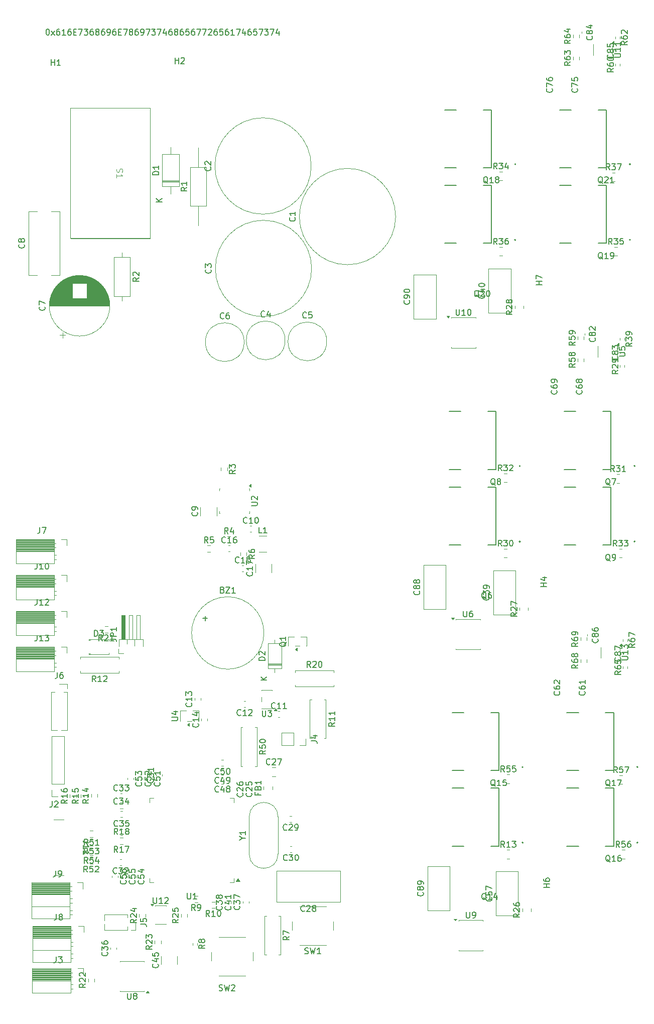
<source format=gbr>
%TF.GenerationSoftware,KiCad,Pcbnew,9.0.7*%
%TF.CreationDate,2026-01-12T17:17:52+03:00*%
%TF.ProjectId,Motor_Driver_Shell_Eco,4d6f746f-725f-4447-9269-7665725f5368,rev?*%
%TF.SameCoordinates,Original*%
%TF.FileFunction,Legend,Top*%
%TF.FilePolarity,Positive*%
%FSLAX46Y46*%
G04 Gerber Fmt 4.6, Leading zero omitted, Abs format (unit mm)*
G04 Created by KiCad (PCBNEW 9.0.7) date 2026-01-12 17:17:52*
%MOMM*%
%LPD*%
G01*
G04 APERTURE LIST*
%ADD10C,0.200000*%
%ADD11C,0.150000*%
%ADD12C,0.100000*%
%ADD13C,0.120000*%
%ADD14C,0.127000*%
G04 APERTURE END LIST*
D10*
X93560149Y-22367219D02*
X93655387Y-22367219D01*
X93655387Y-22367219D02*
X93750625Y-22414838D01*
X93750625Y-22414838D02*
X93798244Y-22462457D01*
X93798244Y-22462457D02*
X93845863Y-22557695D01*
X93845863Y-22557695D02*
X93893482Y-22748171D01*
X93893482Y-22748171D02*
X93893482Y-22986266D01*
X93893482Y-22986266D02*
X93845863Y-23176742D01*
X93845863Y-23176742D02*
X93798244Y-23271980D01*
X93798244Y-23271980D02*
X93750625Y-23319600D01*
X93750625Y-23319600D02*
X93655387Y-23367219D01*
X93655387Y-23367219D02*
X93560149Y-23367219D01*
X93560149Y-23367219D02*
X93464911Y-23319600D01*
X93464911Y-23319600D02*
X93417292Y-23271980D01*
X93417292Y-23271980D02*
X93369673Y-23176742D01*
X93369673Y-23176742D02*
X93322054Y-22986266D01*
X93322054Y-22986266D02*
X93322054Y-22748171D01*
X93322054Y-22748171D02*
X93369673Y-22557695D01*
X93369673Y-22557695D02*
X93417292Y-22462457D01*
X93417292Y-22462457D02*
X93464911Y-22414838D01*
X93464911Y-22414838D02*
X93560149Y-22367219D01*
X94226816Y-23367219D02*
X94750625Y-22700552D01*
X94226816Y-22700552D02*
X94750625Y-23367219D01*
X95560149Y-22367219D02*
X95369673Y-22367219D01*
X95369673Y-22367219D02*
X95274435Y-22414838D01*
X95274435Y-22414838D02*
X95226816Y-22462457D01*
X95226816Y-22462457D02*
X95131578Y-22605314D01*
X95131578Y-22605314D02*
X95083959Y-22795790D01*
X95083959Y-22795790D02*
X95083959Y-23176742D01*
X95083959Y-23176742D02*
X95131578Y-23271980D01*
X95131578Y-23271980D02*
X95179197Y-23319600D01*
X95179197Y-23319600D02*
X95274435Y-23367219D01*
X95274435Y-23367219D02*
X95464911Y-23367219D01*
X95464911Y-23367219D02*
X95560149Y-23319600D01*
X95560149Y-23319600D02*
X95607768Y-23271980D01*
X95607768Y-23271980D02*
X95655387Y-23176742D01*
X95655387Y-23176742D02*
X95655387Y-22938647D01*
X95655387Y-22938647D02*
X95607768Y-22843409D01*
X95607768Y-22843409D02*
X95560149Y-22795790D01*
X95560149Y-22795790D02*
X95464911Y-22748171D01*
X95464911Y-22748171D02*
X95274435Y-22748171D01*
X95274435Y-22748171D02*
X95179197Y-22795790D01*
X95179197Y-22795790D02*
X95131578Y-22843409D01*
X95131578Y-22843409D02*
X95083959Y-22938647D01*
X96607768Y-23367219D02*
X96036340Y-23367219D01*
X96322054Y-23367219D02*
X96322054Y-22367219D01*
X96322054Y-22367219D02*
X96226816Y-22510076D01*
X96226816Y-22510076D02*
X96131578Y-22605314D01*
X96131578Y-22605314D02*
X96036340Y-22652933D01*
X97464911Y-22367219D02*
X97274435Y-22367219D01*
X97274435Y-22367219D02*
X97179197Y-22414838D01*
X97179197Y-22414838D02*
X97131578Y-22462457D01*
X97131578Y-22462457D02*
X97036340Y-22605314D01*
X97036340Y-22605314D02*
X96988721Y-22795790D01*
X96988721Y-22795790D02*
X96988721Y-23176742D01*
X96988721Y-23176742D02*
X97036340Y-23271980D01*
X97036340Y-23271980D02*
X97083959Y-23319600D01*
X97083959Y-23319600D02*
X97179197Y-23367219D01*
X97179197Y-23367219D02*
X97369673Y-23367219D01*
X97369673Y-23367219D02*
X97464911Y-23319600D01*
X97464911Y-23319600D02*
X97512530Y-23271980D01*
X97512530Y-23271980D02*
X97560149Y-23176742D01*
X97560149Y-23176742D02*
X97560149Y-22938647D01*
X97560149Y-22938647D02*
X97512530Y-22843409D01*
X97512530Y-22843409D02*
X97464911Y-22795790D01*
X97464911Y-22795790D02*
X97369673Y-22748171D01*
X97369673Y-22748171D02*
X97179197Y-22748171D01*
X97179197Y-22748171D02*
X97083959Y-22795790D01*
X97083959Y-22795790D02*
X97036340Y-22843409D01*
X97036340Y-22843409D02*
X96988721Y-22938647D01*
X97988721Y-22843409D02*
X98322054Y-22843409D01*
X98464911Y-23367219D02*
X97988721Y-23367219D01*
X97988721Y-23367219D02*
X97988721Y-22367219D01*
X97988721Y-22367219D02*
X98464911Y-22367219D01*
X98798245Y-22367219D02*
X99464911Y-22367219D01*
X99464911Y-22367219D02*
X99036340Y-23367219D01*
X99750626Y-22367219D02*
X100369673Y-22367219D01*
X100369673Y-22367219D02*
X100036340Y-22748171D01*
X100036340Y-22748171D02*
X100179197Y-22748171D01*
X100179197Y-22748171D02*
X100274435Y-22795790D01*
X100274435Y-22795790D02*
X100322054Y-22843409D01*
X100322054Y-22843409D02*
X100369673Y-22938647D01*
X100369673Y-22938647D02*
X100369673Y-23176742D01*
X100369673Y-23176742D02*
X100322054Y-23271980D01*
X100322054Y-23271980D02*
X100274435Y-23319600D01*
X100274435Y-23319600D02*
X100179197Y-23367219D01*
X100179197Y-23367219D02*
X99893483Y-23367219D01*
X99893483Y-23367219D02*
X99798245Y-23319600D01*
X99798245Y-23319600D02*
X99750626Y-23271980D01*
X101226816Y-22367219D02*
X101036340Y-22367219D01*
X101036340Y-22367219D02*
X100941102Y-22414838D01*
X100941102Y-22414838D02*
X100893483Y-22462457D01*
X100893483Y-22462457D02*
X100798245Y-22605314D01*
X100798245Y-22605314D02*
X100750626Y-22795790D01*
X100750626Y-22795790D02*
X100750626Y-23176742D01*
X100750626Y-23176742D02*
X100798245Y-23271980D01*
X100798245Y-23271980D02*
X100845864Y-23319600D01*
X100845864Y-23319600D02*
X100941102Y-23367219D01*
X100941102Y-23367219D02*
X101131578Y-23367219D01*
X101131578Y-23367219D02*
X101226816Y-23319600D01*
X101226816Y-23319600D02*
X101274435Y-23271980D01*
X101274435Y-23271980D02*
X101322054Y-23176742D01*
X101322054Y-23176742D02*
X101322054Y-22938647D01*
X101322054Y-22938647D02*
X101274435Y-22843409D01*
X101274435Y-22843409D02*
X101226816Y-22795790D01*
X101226816Y-22795790D02*
X101131578Y-22748171D01*
X101131578Y-22748171D02*
X100941102Y-22748171D01*
X100941102Y-22748171D02*
X100845864Y-22795790D01*
X100845864Y-22795790D02*
X100798245Y-22843409D01*
X100798245Y-22843409D02*
X100750626Y-22938647D01*
X101893483Y-22795790D02*
X101798245Y-22748171D01*
X101798245Y-22748171D02*
X101750626Y-22700552D01*
X101750626Y-22700552D02*
X101703007Y-22605314D01*
X101703007Y-22605314D02*
X101703007Y-22557695D01*
X101703007Y-22557695D02*
X101750626Y-22462457D01*
X101750626Y-22462457D02*
X101798245Y-22414838D01*
X101798245Y-22414838D02*
X101893483Y-22367219D01*
X101893483Y-22367219D02*
X102083959Y-22367219D01*
X102083959Y-22367219D02*
X102179197Y-22414838D01*
X102179197Y-22414838D02*
X102226816Y-22462457D01*
X102226816Y-22462457D02*
X102274435Y-22557695D01*
X102274435Y-22557695D02*
X102274435Y-22605314D01*
X102274435Y-22605314D02*
X102226816Y-22700552D01*
X102226816Y-22700552D02*
X102179197Y-22748171D01*
X102179197Y-22748171D02*
X102083959Y-22795790D01*
X102083959Y-22795790D02*
X101893483Y-22795790D01*
X101893483Y-22795790D02*
X101798245Y-22843409D01*
X101798245Y-22843409D02*
X101750626Y-22891028D01*
X101750626Y-22891028D02*
X101703007Y-22986266D01*
X101703007Y-22986266D02*
X101703007Y-23176742D01*
X101703007Y-23176742D02*
X101750626Y-23271980D01*
X101750626Y-23271980D02*
X101798245Y-23319600D01*
X101798245Y-23319600D02*
X101893483Y-23367219D01*
X101893483Y-23367219D02*
X102083959Y-23367219D01*
X102083959Y-23367219D02*
X102179197Y-23319600D01*
X102179197Y-23319600D02*
X102226816Y-23271980D01*
X102226816Y-23271980D02*
X102274435Y-23176742D01*
X102274435Y-23176742D02*
X102274435Y-22986266D01*
X102274435Y-22986266D02*
X102226816Y-22891028D01*
X102226816Y-22891028D02*
X102179197Y-22843409D01*
X102179197Y-22843409D02*
X102083959Y-22795790D01*
X103131578Y-22367219D02*
X102941102Y-22367219D01*
X102941102Y-22367219D02*
X102845864Y-22414838D01*
X102845864Y-22414838D02*
X102798245Y-22462457D01*
X102798245Y-22462457D02*
X102703007Y-22605314D01*
X102703007Y-22605314D02*
X102655388Y-22795790D01*
X102655388Y-22795790D02*
X102655388Y-23176742D01*
X102655388Y-23176742D02*
X102703007Y-23271980D01*
X102703007Y-23271980D02*
X102750626Y-23319600D01*
X102750626Y-23319600D02*
X102845864Y-23367219D01*
X102845864Y-23367219D02*
X103036340Y-23367219D01*
X103036340Y-23367219D02*
X103131578Y-23319600D01*
X103131578Y-23319600D02*
X103179197Y-23271980D01*
X103179197Y-23271980D02*
X103226816Y-23176742D01*
X103226816Y-23176742D02*
X103226816Y-22938647D01*
X103226816Y-22938647D02*
X103179197Y-22843409D01*
X103179197Y-22843409D02*
X103131578Y-22795790D01*
X103131578Y-22795790D02*
X103036340Y-22748171D01*
X103036340Y-22748171D02*
X102845864Y-22748171D01*
X102845864Y-22748171D02*
X102750626Y-22795790D01*
X102750626Y-22795790D02*
X102703007Y-22843409D01*
X102703007Y-22843409D02*
X102655388Y-22938647D01*
X103703007Y-23367219D02*
X103893483Y-23367219D01*
X103893483Y-23367219D02*
X103988721Y-23319600D01*
X103988721Y-23319600D02*
X104036340Y-23271980D01*
X104036340Y-23271980D02*
X104131578Y-23129123D01*
X104131578Y-23129123D02*
X104179197Y-22938647D01*
X104179197Y-22938647D02*
X104179197Y-22557695D01*
X104179197Y-22557695D02*
X104131578Y-22462457D01*
X104131578Y-22462457D02*
X104083959Y-22414838D01*
X104083959Y-22414838D02*
X103988721Y-22367219D01*
X103988721Y-22367219D02*
X103798245Y-22367219D01*
X103798245Y-22367219D02*
X103703007Y-22414838D01*
X103703007Y-22414838D02*
X103655388Y-22462457D01*
X103655388Y-22462457D02*
X103607769Y-22557695D01*
X103607769Y-22557695D02*
X103607769Y-22795790D01*
X103607769Y-22795790D02*
X103655388Y-22891028D01*
X103655388Y-22891028D02*
X103703007Y-22938647D01*
X103703007Y-22938647D02*
X103798245Y-22986266D01*
X103798245Y-22986266D02*
X103988721Y-22986266D01*
X103988721Y-22986266D02*
X104083959Y-22938647D01*
X104083959Y-22938647D02*
X104131578Y-22891028D01*
X104131578Y-22891028D02*
X104179197Y-22795790D01*
X105036340Y-22367219D02*
X104845864Y-22367219D01*
X104845864Y-22367219D02*
X104750626Y-22414838D01*
X104750626Y-22414838D02*
X104703007Y-22462457D01*
X104703007Y-22462457D02*
X104607769Y-22605314D01*
X104607769Y-22605314D02*
X104560150Y-22795790D01*
X104560150Y-22795790D02*
X104560150Y-23176742D01*
X104560150Y-23176742D02*
X104607769Y-23271980D01*
X104607769Y-23271980D02*
X104655388Y-23319600D01*
X104655388Y-23319600D02*
X104750626Y-23367219D01*
X104750626Y-23367219D02*
X104941102Y-23367219D01*
X104941102Y-23367219D02*
X105036340Y-23319600D01*
X105036340Y-23319600D02*
X105083959Y-23271980D01*
X105083959Y-23271980D02*
X105131578Y-23176742D01*
X105131578Y-23176742D02*
X105131578Y-22938647D01*
X105131578Y-22938647D02*
X105083959Y-22843409D01*
X105083959Y-22843409D02*
X105036340Y-22795790D01*
X105036340Y-22795790D02*
X104941102Y-22748171D01*
X104941102Y-22748171D02*
X104750626Y-22748171D01*
X104750626Y-22748171D02*
X104655388Y-22795790D01*
X104655388Y-22795790D02*
X104607769Y-22843409D01*
X104607769Y-22843409D02*
X104560150Y-22938647D01*
X105560150Y-22843409D02*
X105893483Y-22843409D01*
X106036340Y-23367219D02*
X105560150Y-23367219D01*
X105560150Y-23367219D02*
X105560150Y-22367219D01*
X105560150Y-22367219D02*
X106036340Y-22367219D01*
X106369674Y-22367219D02*
X107036340Y-22367219D01*
X107036340Y-22367219D02*
X106607769Y-23367219D01*
X107560150Y-22795790D02*
X107464912Y-22748171D01*
X107464912Y-22748171D02*
X107417293Y-22700552D01*
X107417293Y-22700552D02*
X107369674Y-22605314D01*
X107369674Y-22605314D02*
X107369674Y-22557695D01*
X107369674Y-22557695D02*
X107417293Y-22462457D01*
X107417293Y-22462457D02*
X107464912Y-22414838D01*
X107464912Y-22414838D02*
X107560150Y-22367219D01*
X107560150Y-22367219D02*
X107750626Y-22367219D01*
X107750626Y-22367219D02*
X107845864Y-22414838D01*
X107845864Y-22414838D02*
X107893483Y-22462457D01*
X107893483Y-22462457D02*
X107941102Y-22557695D01*
X107941102Y-22557695D02*
X107941102Y-22605314D01*
X107941102Y-22605314D02*
X107893483Y-22700552D01*
X107893483Y-22700552D02*
X107845864Y-22748171D01*
X107845864Y-22748171D02*
X107750626Y-22795790D01*
X107750626Y-22795790D02*
X107560150Y-22795790D01*
X107560150Y-22795790D02*
X107464912Y-22843409D01*
X107464912Y-22843409D02*
X107417293Y-22891028D01*
X107417293Y-22891028D02*
X107369674Y-22986266D01*
X107369674Y-22986266D02*
X107369674Y-23176742D01*
X107369674Y-23176742D02*
X107417293Y-23271980D01*
X107417293Y-23271980D02*
X107464912Y-23319600D01*
X107464912Y-23319600D02*
X107560150Y-23367219D01*
X107560150Y-23367219D02*
X107750626Y-23367219D01*
X107750626Y-23367219D02*
X107845864Y-23319600D01*
X107845864Y-23319600D02*
X107893483Y-23271980D01*
X107893483Y-23271980D02*
X107941102Y-23176742D01*
X107941102Y-23176742D02*
X107941102Y-22986266D01*
X107941102Y-22986266D02*
X107893483Y-22891028D01*
X107893483Y-22891028D02*
X107845864Y-22843409D01*
X107845864Y-22843409D02*
X107750626Y-22795790D01*
X108798245Y-22367219D02*
X108607769Y-22367219D01*
X108607769Y-22367219D02*
X108512531Y-22414838D01*
X108512531Y-22414838D02*
X108464912Y-22462457D01*
X108464912Y-22462457D02*
X108369674Y-22605314D01*
X108369674Y-22605314D02*
X108322055Y-22795790D01*
X108322055Y-22795790D02*
X108322055Y-23176742D01*
X108322055Y-23176742D02*
X108369674Y-23271980D01*
X108369674Y-23271980D02*
X108417293Y-23319600D01*
X108417293Y-23319600D02*
X108512531Y-23367219D01*
X108512531Y-23367219D02*
X108703007Y-23367219D01*
X108703007Y-23367219D02*
X108798245Y-23319600D01*
X108798245Y-23319600D02*
X108845864Y-23271980D01*
X108845864Y-23271980D02*
X108893483Y-23176742D01*
X108893483Y-23176742D02*
X108893483Y-22938647D01*
X108893483Y-22938647D02*
X108845864Y-22843409D01*
X108845864Y-22843409D02*
X108798245Y-22795790D01*
X108798245Y-22795790D02*
X108703007Y-22748171D01*
X108703007Y-22748171D02*
X108512531Y-22748171D01*
X108512531Y-22748171D02*
X108417293Y-22795790D01*
X108417293Y-22795790D02*
X108369674Y-22843409D01*
X108369674Y-22843409D02*
X108322055Y-22938647D01*
X109369674Y-23367219D02*
X109560150Y-23367219D01*
X109560150Y-23367219D02*
X109655388Y-23319600D01*
X109655388Y-23319600D02*
X109703007Y-23271980D01*
X109703007Y-23271980D02*
X109798245Y-23129123D01*
X109798245Y-23129123D02*
X109845864Y-22938647D01*
X109845864Y-22938647D02*
X109845864Y-22557695D01*
X109845864Y-22557695D02*
X109798245Y-22462457D01*
X109798245Y-22462457D02*
X109750626Y-22414838D01*
X109750626Y-22414838D02*
X109655388Y-22367219D01*
X109655388Y-22367219D02*
X109464912Y-22367219D01*
X109464912Y-22367219D02*
X109369674Y-22414838D01*
X109369674Y-22414838D02*
X109322055Y-22462457D01*
X109322055Y-22462457D02*
X109274436Y-22557695D01*
X109274436Y-22557695D02*
X109274436Y-22795790D01*
X109274436Y-22795790D02*
X109322055Y-22891028D01*
X109322055Y-22891028D02*
X109369674Y-22938647D01*
X109369674Y-22938647D02*
X109464912Y-22986266D01*
X109464912Y-22986266D02*
X109655388Y-22986266D01*
X109655388Y-22986266D02*
X109750626Y-22938647D01*
X109750626Y-22938647D02*
X109798245Y-22891028D01*
X109798245Y-22891028D02*
X109845864Y-22795790D01*
X110179198Y-22367219D02*
X110845864Y-22367219D01*
X110845864Y-22367219D02*
X110417293Y-23367219D01*
X111131579Y-22367219D02*
X111750626Y-22367219D01*
X111750626Y-22367219D02*
X111417293Y-22748171D01*
X111417293Y-22748171D02*
X111560150Y-22748171D01*
X111560150Y-22748171D02*
X111655388Y-22795790D01*
X111655388Y-22795790D02*
X111703007Y-22843409D01*
X111703007Y-22843409D02*
X111750626Y-22938647D01*
X111750626Y-22938647D02*
X111750626Y-23176742D01*
X111750626Y-23176742D02*
X111703007Y-23271980D01*
X111703007Y-23271980D02*
X111655388Y-23319600D01*
X111655388Y-23319600D02*
X111560150Y-23367219D01*
X111560150Y-23367219D02*
X111274436Y-23367219D01*
X111274436Y-23367219D02*
X111179198Y-23319600D01*
X111179198Y-23319600D02*
X111131579Y-23271980D01*
X112083960Y-22367219D02*
X112750626Y-22367219D01*
X112750626Y-22367219D02*
X112322055Y-23367219D01*
X113560150Y-22700552D02*
X113560150Y-23367219D01*
X113322055Y-22319600D02*
X113083960Y-23033885D01*
X113083960Y-23033885D02*
X113703007Y-23033885D01*
X114512531Y-22367219D02*
X114322055Y-22367219D01*
X114322055Y-22367219D02*
X114226817Y-22414838D01*
X114226817Y-22414838D02*
X114179198Y-22462457D01*
X114179198Y-22462457D02*
X114083960Y-22605314D01*
X114083960Y-22605314D02*
X114036341Y-22795790D01*
X114036341Y-22795790D02*
X114036341Y-23176742D01*
X114036341Y-23176742D02*
X114083960Y-23271980D01*
X114083960Y-23271980D02*
X114131579Y-23319600D01*
X114131579Y-23319600D02*
X114226817Y-23367219D01*
X114226817Y-23367219D02*
X114417293Y-23367219D01*
X114417293Y-23367219D02*
X114512531Y-23319600D01*
X114512531Y-23319600D02*
X114560150Y-23271980D01*
X114560150Y-23271980D02*
X114607769Y-23176742D01*
X114607769Y-23176742D02*
X114607769Y-22938647D01*
X114607769Y-22938647D02*
X114560150Y-22843409D01*
X114560150Y-22843409D02*
X114512531Y-22795790D01*
X114512531Y-22795790D02*
X114417293Y-22748171D01*
X114417293Y-22748171D02*
X114226817Y-22748171D01*
X114226817Y-22748171D02*
X114131579Y-22795790D01*
X114131579Y-22795790D02*
X114083960Y-22843409D01*
X114083960Y-22843409D02*
X114036341Y-22938647D01*
X115179198Y-22795790D02*
X115083960Y-22748171D01*
X115083960Y-22748171D02*
X115036341Y-22700552D01*
X115036341Y-22700552D02*
X114988722Y-22605314D01*
X114988722Y-22605314D02*
X114988722Y-22557695D01*
X114988722Y-22557695D02*
X115036341Y-22462457D01*
X115036341Y-22462457D02*
X115083960Y-22414838D01*
X115083960Y-22414838D02*
X115179198Y-22367219D01*
X115179198Y-22367219D02*
X115369674Y-22367219D01*
X115369674Y-22367219D02*
X115464912Y-22414838D01*
X115464912Y-22414838D02*
X115512531Y-22462457D01*
X115512531Y-22462457D02*
X115560150Y-22557695D01*
X115560150Y-22557695D02*
X115560150Y-22605314D01*
X115560150Y-22605314D02*
X115512531Y-22700552D01*
X115512531Y-22700552D02*
X115464912Y-22748171D01*
X115464912Y-22748171D02*
X115369674Y-22795790D01*
X115369674Y-22795790D02*
X115179198Y-22795790D01*
X115179198Y-22795790D02*
X115083960Y-22843409D01*
X115083960Y-22843409D02*
X115036341Y-22891028D01*
X115036341Y-22891028D02*
X114988722Y-22986266D01*
X114988722Y-22986266D02*
X114988722Y-23176742D01*
X114988722Y-23176742D02*
X115036341Y-23271980D01*
X115036341Y-23271980D02*
X115083960Y-23319600D01*
X115083960Y-23319600D02*
X115179198Y-23367219D01*
X115179198Y-23367219D02*
X115369674Y-23367219D01*
X115369674Y-23367219D02*
X115464912Y-23319600D01*
X115464912Y-23319600D02*
X115512531Y-23271980D01*
X115512531Y-23271980D02*
X115560150Y-23176742D01*
X115560150Y-23176742D02*
X115560150Y-22986266D01*
X115560150Y-22986266D02*
X115512531Y-22891028D01*
X115512531Y-22891028D02*
X115464912Y-22843409D01*
X115464912Y-22843409D02*
X115369674Y-22795790D01*
X116417293Y-22367219D02*
X116226817Y-22367219D01*
X116226817Y-22367219D02*
X116131579Y-22414838D01*
X116131579Y-22414838D02*
X116083960Y-22462457D01*
X116083960Y-22462457D02*
X115988722Y-22605314D01*
X115988722Y-22605314D02*
X115941103Y-22795790D01*
X115941103Y-22795790D02*
X115941103Y-23176742D01*
X115941103Y-23176742D02*
X115988722Y-23271980D01*
X115988722Y-23271980D02*
X116036341Y-23319600D01*
X116036341Y-23319600D02*
X116131579Y-23367219D01*
X116131579Y-23367219D02*
X116322055Y-23367219D01*
X116322055Y-23367219D02*
X116417293Y-23319600D01*
X116417293Y-23319600D02*
X116464912Y-23271980D01*
X116464912Y-23271980D02*
X116512531Y-23176742D01*
X116512531Y-23176742D02*
X116512531Y-22938647D01*
X116512531Y-22938647D02*
X116464912Y-22843409D01*
X116464912Y-22843409D02*
X116417293Y-22795790D01*
X116417293Y-22795790D02*
X116322055Y-22748171D01*
X116322055Y-22748171D02*
X116131579Y-22748171D01*
X116131579Y-22748171D02*
X116036341Y-22795790D01*
X116036341Y-22795790D02*
X115988722Y-22843409D01*
X115988722Y-22843409D02*
X115941103Y-22938647D01*
X117417293Y-22367219D02*
X116941103Y-22367219D01*
X116941103Y-22367219D02*
X116893484Y-22843409D01*
X116893484Y-22843409D02*
X116941103Y-22795790D01*
X116941103Y-22795790D02*
X117036341Y-22748171D01*
X117036341Y-22748171D02*
X117274436Y-22748171D01*
X117274436Y-22748171D02*
X117369674Y-22795790D01*
X117369674Y-22795790D02*
X117417293Y-22843409D01*
X117417293Y-22843409D02*
X117464912Y-22938647D01*
X117464912Y-22938647D02*
X117464912Y-23176742D01*
X117464912Y-23176742D02*
X117417293Y-23271980D01*
X117417293Y-23271980D02*
X117369674Y-23319600D01*
X117369674Y-23319600D02*
X117274436Y-23367219D01*
X117274436Y-23367219D02*
X117036341Y-23367219D01*
X117036341Y-23367219D02*
X116941103Y-23319600D01*
X116941103Y-23319600D02*
X116893484Y-23271980D01*
X118322055Y-22367219D02*
X118131579Y-22367219D01*
X118131579Y-22367219D02*
X118036341Y-22414838D01*
X118036341Y-22414838D02*
X117988722Y-22462457D01*
X117988722Y-22462457D02*
X117893484Y-22605314D01*
X117893484Y-22605314D02*
X117845865Y-22795790D01*
X117845865Y-22795790D02*
X117845865Y-23176742D01*
X117845865Y-23176742D02*
X117893484Y-23271980D01*
X117893484Y-23271980D02*
X117941103Y-23319600D01*
X117941103Y-23319600D02*
X118036341Y-23367219D01*
X118036341Y-23367219D02*
X118226817Y-23367219D01*
X118226817Y-23367219D02*
X118322055Y-23319600D01*
X118322055Y-23319600D02*
X118369674Y-23271980D01*
X118369674Y-23271980D02*
X118417293Y-23176742D01*
X118417293Y-23176742D02*
X118417293Y-22938647D01*
X118417293Y-22938647D02*
X118369674Y-22843409D01*
X118369674Y-22843409D02*
X118322055Y-22795790D01*
X118322055Y-22795790D02*
X118226817Y-22748171D01*
X118226817Y-22748171D02*
X118036341Y-22748171D01*
X118036341Y-22748171D02*
X117941103Y-22795790D01*
X117941103Y-22795790D02*
X117893484Y-22843409D01*
X117893484Y-22843409D02*
X117845865Y-22938647D01*
X118750627Y-22367219D02*
X119417293Y-22367219D01*
X119417293Y-22367219D02*
X118988722Y-23367219D01*
X119703008Y-22367219D02*
X120369674Y-22367219D01*
X120369674Y-22367219D02*
X119941103Y-23367219D01*
X120703008Y-22462457D02*
X120750627Y-22414838D01*
X120750627Y-22414838D02*
X120845865Y-22367219D01*
X120845865Y-22367219D02*
X121083960Y-22367219D01*
X121083960Y-22367219D02*
X121179198Y-22414838D01*
X121179198Y-22414838D02*
X121226817Y-22462457D01*
X121226817Y-22462457D02*
X121274436Y-22557695D01*
X121274436Y-22557695D02*
X121274436Y-22652933D01*
X121274436Y-22652933D02*
X121226817Y-22795790D01*
X121226817Y-22795790D02*
X120655389Y-23367219D01*
X120655389Y-23367219D02*
X121274436Y-23367219D01*
X122131579Y-22367219D02*
X121941103Y-22367219D01*
X121941103Y-22367219D02*
X121845865Y-22414838D01*
X121845865Y-22414838D02*
X121798246Y-22462457D01*
X121798246Y-22462457D02*
X121703008Y-22605314D01*
X121703008Y-22605314D02*
X121655389Y-22795790D01*
X121655389Y-22795790D02*
X121655389Y-23176742D01*
X121655389Y-23176742D02*
X121703008Y-23271980D01*
X121703008Y-23271980D02*
X121750627Y-23319600D01*
X121750627Y-23319600D02*
X121845865Y-23367219D01*
X121845865Y-23367219D02*
X122036341Y-23367219D01*
X122036341Y-23367219D02*
X122131579Y-23319600D01*
X122131579Y-23319600D02*
X122179198Y-23271980D01*
X122179198Y-23271980D02*
X122226817Y-23176742D01*
X122226817Y-23176742D02*
X122226817Y-22938647D01*
X122226817Y-22938647D02*
X122179198Y-22843409D01*
X122179198Y-22843409D02*
X122131579Y-22795790D01*
X122131579Y-22795790D02*
X122036341Y-22748171D01*
X122036341Y-22748171D02*
X121845865Y-22748171D01*
X121845865Y-22748171D02*
X121750627Y-22795790D01*
X121750627Y-22795790D02*
X121703008Y-22843409D01*
X121703008Y-22843409D02*
X121655389Y-22938647D01*
X123131579Y-22367219D02*
X122655389Y-22367219D01*
X122655389Y-22367219D02*
X122607770Y-22843409D01*
X122607770Y-22843409D02*
X122655389Y-22795790D01*
X122655389Y-22795790D02*
X122750627Y-22748171D01*
X122750627Y-22748171D02*
X122988722Y-22748171D01*
X122988722Y-22748171D02*
X123083960Y-22795790D01*
X123083960Y-22795790D02*
X123131579Y-22843409D01*
X123131579Y-22843409D02*
X123179198Y-22938647D01*
X123179198Y-22938647D02*
X123179198Y-23176742D01*
X123179198Y-23176742D02*
X123131579Y-23271980D01*
X123131579Y-23271980D02*
X123083960Y-23319600D01*
X123083960Y-23319600D02*
X122988722Y-23367219D01*
X122988722Y-23367219D02*
X122750627Y-23367219D01*
X122750627Y-23367219D02*
X122655389Y-23319600D01*
X122655389Y-23319600D02*
X122607770Y-23271980D01*
X124036341Y-22367219D02*
X123845865Y-22367219D01*
X123845865Y-22367219D02*
X123750627Y-22414838D01*
X123750627Y-22414838D02*
X123703008Y-22462457D01*
X123703008Y-22462457D02*
X123607770Y-22605314D01*
X123607770Y-22605314D02*
X123560151Y-22795790D01*
X123560151Y-22795790D02*
X123560151Y-23176742D01*
X123560151Y-23176742D02*
X123607770Y-23271980D01*
X123607770Y-23271980D02*
X123655389Y-23319600D01*
X123655389Y-23319600D02*
X123750627Y-23367219D01*
X123750627Y-23367219D02*
X123941103Y-23367219D01*
X123941103Y-23367219D02*
X124036341Y-23319600D01*
X124036341Y-23319600D02*
X124083960Y-23271980D01*
X124083960Y-23271980D02*
X124131579Y-23176742D01*
X124131579Y-23176742D02*
X124131579Y-22938647D01*
X124131579Y-22938647D02*
X124083960Y-22843409D01*
X124083960Y-22843409D02*
X124036341Y-22795790D01*
X124036341Y-22795790D02*
X123941103Y-22748171D01*
X123941103Y-22748171D02*
X123750627Y-22748171D01*
X123750627Y-22748171D02*
X123655389Y-22795790D01*
X123655389Y-22795790D02*
X123607770Y-22843409D01*
X123607770Y-22843409D02*
X123560151Y-22938647D01*
X125083960Y-23367219D02*
X124512532Y-23367219D01*
X124798246Y-23367219D02*
X124798246Y-22367219D01*
X124798246Y-22367219D02*
X124703008Y-22510076D01*
X124703008Y-22510076D02*
X124607770Y-22605314D01*
X124607770Y-22605314D02*
X124512532Y-22652933D01*
X125417294Y-22367219D02*
X126083960Y-22367219D01*
X126083960Y-22367219D02*
X125655389Y-23367219D01*
X126893484Y-22700552D02*
X126893484Y-23367219D01*
X126655389Y-22319600D02*
X126417294Y-23033885D01*
X126417294Y-23033885D02*
X127036341Y-23033885D01*
X127845865Y-22367219D02*
X127655389Y-22367219D01*
X127655389Y-22367219D02*
X127560151Y-22414838D01*
X127560151Y-22414838D02*
X127512532Y-22462457D01*
X127512532Y-22462457D02*
X127417294Y-22605314D01*
X127417294Y-22605314D02*
X127369675Y-22795790D01*
X127369675Y-22795790D02*
X127369675Y-23176742D01*
X127369675Y-23176742D02*
X127417294Y-23271980D01*
X127417294Y-23271980D02*
X127464913Y-23319600D01*
X127464913Y-23319600D02*
X127560151Y-23367219D01*
X127560151Y-23367219D02*
X127750627Y-23367219D01*
X127750627Y-23367219D02*
X127845865Y-23319600D01*
X127845865Y-23319600D02*
X127893484Y-23271980D01*
X127893484Y-23271980D02*
X127941103Y-23176742D01*
X127941103Y-23176742D02*
X127941103Y-22938647D01*
X127941103Y-22938647D02*
X127893484Y-22843409D01*
X127893484Y-22843409D02*
X127845865Y-22795790D01*
X127845865Y-22795790D02*
X127750627Y-22748171D01*
X127750627Y-22748171D02*
X127560151Y-22748171D01*
X127560151Y-22748171D02*
X127464913Y-22795790D01*
X127464913Y-22795790D02*
X127417294Y-22843409D01*
X127417294Y-22843409D02*
X127369675Y-22938647D01*
X128845865Y-22367219D02*
X128369675Y-22367219D01*
X128369675Y-22367219D02*
X128322056Y-22843409D01*
X128322056Y-22843409D02*
X128369675Y-22795790D01*
X128369675Y-22795790D02*
X128464913Y-22748171D01*
X128464913Y-22748171D02*
X128703008Y-22748171D01*
X128703008Y-22748171D02*
X128798246Y-22795790D01*
X128798246Y-22795790D02*
X128845865Y-22843409D01*
X128845865Y-22843409D02*
X128893484Y-22938647D01*
X128893484Y-22938647D02*
X128893484Y-23176742D01*
X128893484Y-23176742D02*
X128845865Y-23271980D01*
X128845865Y-23271980D02*
X128798246Y-23319600D01*
X128798246Y-23319600D02*
X128703008Y-23367219D01*
X128703008Y-23367219D02*
X128464913Y-23367219D01*
X128464913Y-23367219D02*
X128369675Y-23319600D01*
X128369675Y-23319600D02*
X128322056Y-23271980D01*
X129226818Y-22367219D02*
X129893484Y-22367219D01*
X129893484Y-22367219D02*
X129464913Y-23367219D01*
X130179199Y-22367219D02*
X130798246Y-22367219D01*
X130798246Y-22367219D02*
X130464913Y-22748171D01*
X130464913Y-22748171D02*
X130607770Y-22748171D01*
X130607770Y-22748171D02*
X130703008Y-22795790D01*
X130703008Y-22795790D02*
X130750627Y-22843409D01*
X130750627Y-22843409D02*
X130798246Y-22938647D01*
X130798246Y-22938647D02*
X130798246Y-23176742D01*
X130798246Y-23176742D02*
X130750627Y-23271980D01*
X130750627Y-23271980D02*
X130703008Y-23319600D01*
X130703008Y-23319600D02*
X130607770Y-23367219D01*
X130607770Y-23367219D02*
X130322056Y-23367219D01*
X130322056Y-23367219D02*
X130226818Y-23319600D01*
X130226818Y-23319600D02*
X130179199Y-23271980D01*
X131131580Y-22367219D02*
X131798246Y-22367219D01*
X131798246Y-22367219D02*
X131369675Y-23367219D01*
X132607770Y-22700552D02*
X132607770Y-23367219D01*
X132369675Y-22319600D02*
X132131580Y-23033885D01*
X132131580Y-23033885D02*
X132750627Y-23033885D01*
D11*
X118799580Y-103836666D02*
X118847200Y-103884285D01*
X118847200Y-103884285D02*
X118894819Y-104027142D01*
X118894819Y-104027142D02*
X118894819Y-104122380D01*
X118894819Y-104122380D02*
X118847200Y-104265237D01*
X118847200Y-104265237D02*
X118751961Y-104360475D01*
X118751961Y-104360475D02*
X118656723Y-104408094D01*
X118656723Y-104408094D02*
X118466247Y-104455713D01*
X118466247Y-104455713D02*
X118323390Y-104455713D01*
X118323390Y-104455713D02*
X118132914Y-104408094D01*
X118132914Y-104408094D02*
X118037676Y-104360475D01*
X118037676Y-104360475D02*
X117942438Y-104265237D01*
X117942438Y-104265237D02*
X117894819Y-104122380D01*
X117894819Y-104122380D02*
X117894819Y-104027142D01*
X117894819Y-104027142D02*
X117942438Y-103884285D01*
X117942438Y-103884285D02*
X117990057Y-103836666D01*
X118894819Y-103360475D02*
X118894819Y-103169999D01*
X118894819Y-103169999D02*
X118847200Y-103074761D01*
X118847200Y-103074761D02*
X118799580Y-103027142D01*
X118799580Y-103027142D02*
X118656723Y-102931904D01*
X118656723Y-102931904D02*
X118466247Y-102884285D01*
X118466247Y-102884285D02*
X118085295Y-102884285D01*
X118085295Y-102884285D02*
X117990057Y-102931904D01*
X117990057Y-102931904D02*
X117942438Y-102979523D01*
X117942438Y-102979523D02*
X117894819Y-103074761D01*
X117894819Y-103074761D02*
X117894819Y-103265237D01*
X117894819Y-103265237D02*
X117942438Y-103360475D01*
X117942438Y-103360475D02*
X117990057Y-103408094D01*
X117990057Y-103408094D02*
X118085295Y-103455713D01*
X118085295Y-103455713D02*
X118323390Y-103455713D01*
X118323390Y-103455713D02*
X118418628Y-103408094D01*
X118418628Y-103408094D02*
X118466247Y-103360475D01*
X118466247Y-103360475D02*
X118513866Y-103265237D01*
X118513866Y-103265237D02*
X118513866Y-103074761D01*
X118513866Y-103074761D02*
X118466247Y-102979523D01*
X118466247Y-102979523D02*
X118418628Y-102931904D01*
X118418628Y-102931904D02*
X118323390Y-102884285D01*
X124035833Y-107432319D02*
X123702500Y-106956128D01*
X123464405Y-107432319D02*
X123464405Y-106432319D01*
X123464405Y-106432319D02*
X123845357Y-106432319D01*
X123845357Y-106432319D02*
X123940595Y-106479938D01*
X123940595Y-106479938D02*
X123988214Y-106527557D01*
X123988214Y-106527557D02*
X124035833Y-106622795D01*
X124035833Y-106622795D02*
X124035833Y-106765652D01*
X124035833Y-106765652D02*
X123988214Y-106860890D01*
X123988214Y-106860890D02*
X123940595Y-106908509D01*
X123940595Y-106908509D02*
X123845357Y-106956128D01*
X123845357Y-106956128D02*
X123464405Y-106956128D01*
X124892976Y-106765652D02*
X124892976Y-107432319D01*
X124654881Y-106384700D02*
X124416786Y-107098985D01*
X124416786Y-107098985D02*
X125035833Y-107098985D01*
X133944642Y-157339580D02*
X133897023Y-157387200D01*
X133897023Y-157387200D02*
X133754166Y-157434819D01*
X133754166Y-157434819D02*
X133658928Y-157434819D01*
X133658928Y-157434819D02*
X133516071Y-157387200D01*
X133516071Y-157387200D02*
X133420833Y-157291961D01*
X133420833Y-157291961D02*
X133373214Y-157196723D01*
X133373214Y-157196723D02*
X133325595Y-157006247D01*
X133325595Y-157006247D02*
X133325595Y-156863390D01*
X133325595Y-156863390D02*
X133373214Y-156672914D01*
X133373214Y-156672914D02*
X133420833Y-156577676D01*
X133420833Y-156577676D02*
X133516071Y-156482438D01*
X133516071Y-156482438D02*
X133658928Y-156434819D01*
X133658928Y-156434819D02*
X133754166Y-156434819D01*
X133754166Y-156434819D02*
X133897023Y-156482438D01*
X133897023Y-156482438D02*
X133944642Y-156530057D01*
X134325595Y-156530057D02*
X134373214Y-156482438D01*
X134373214Y-156482438D02*
X134468452Y-156434819D01*
X134468452Y-156434819D02*
X134706547Y-156434819D01*
X134706547Y-156434819D02*
X134801785Y-156482438D01*
X134801785Y-156482438D02*
X134849404Y-156530057D01*
X134849404Y-156530057D02*
X134897023Y-156625295D01*
X134897023Y-156625295D02*
X134897023Y-156720533D01*
X134897023Y-156720533D02*
X134849404Y-156863390D01*
X134849404Y-156863390D02*
X134277976Y-157434819D01*
X134277976Y-157434819D02*
X134897023Y-157434819D01*
X135373214Y-157434819D02*
X135563690Y-157434819D01*
X135563690Y-157434819D02*
X135658928Y-157387200D01*
X135658928Y-157387200D02*
X135706547Y-157339580D01*
X135706547Y-157339580D02*
X135801785Y-157196723D01*
X135801785Y-157196723D02*
X135849404Y-157006247D01*
X135849404Y-157006247D02*
X135849404Y-156625295D01*
X135849404Y-156625295D02*
X135801785Y-156530057D01*
X135801785Y-156530057D02*
X135754166Y-156482438D01*
X135754166Y-156482438D02*
X135658928Y-156434819D01*
X135658928Y-156434819D02*
X135468452Y-156434819D01*
X135468452Y-156434819D02*
X135373214Y-156482438D01*
X135373214Y-156482438D02*
X135325595Y-156530057D01*
X135325595Y-156530057D02*
X135277976Y-156625295D01*
X135277976Y-156625295D02*
X135277976Y-156863390D01*
X135277976Y-156863390D02*
X135325595Y-156958628D01*
X135325595Y-156958628D02*
X135373214Y-157006247D01*
X135373214Y-157006247D02*
X135468452Y-157053866D01*
X135468452Y-157053866D02*
X135658928Y-157053866D01*
X135658928Y-157053866D02*
X135754166Y-157006247D01*
X135754166Y-157006247D02*
X135801785Y-156958628D01*
X135801785Y-156958628D02*
X135849404Y-156863390D01*
X101486905Y-124719819D02*
X101486905Y-123719819D01*
X101486905Y-123719819D02*
X101725000Y-123719819D01*
X101725000Y-123719819D02*
X101867857Y-123767438D01*
X101867857Y-123767438D02*
X101963095Y-123862676D01*
X101963095Y-123862676D02*
X102010714Y-123957914D01*
X102010714Y-123957914D02*
X102058333Y-124148390D01*
X102058333Y-124148390D02*
X102058333Y-124291247D01*
X102058333Y-124291247D02*
X102010714Y-124481723D01*
X102010714Y-124481723D02*
X101963095Y-124576961D01*
X101963095Y-124576961D02*
X101867857Y-124672200D01*
X101867857Y-124672200D02*
X101725000Y-124719819D01*
X101725000Y-124719819D02*
X101486905Y-124719819D01*
X102391667Y-123719819D02*
X103010714Y-123719819D01*
X103010714Y-123719819D02*
X102677381Y-124100771D01*
X102677381Y-124100771D02*
X102820238Y-124100771D01*
X102820238Y-124100771D02*
X102915476Y-124148390D01*
X102915476Y-124148390D02*
X102963095Y-124196009D01*
X102963095Y-124196009D02*
X103010714Y-124291247D01*
X103010714Y-124291247D02*
X103010714Y-124529342D01*
X103010714Y-124529342D02*
X102963095Y-124624580D01*
X102963095Y-124624580D02*
X102915476Y-124672200D01*
X102915476Y-124672200D02*
X102820238Y-124719819D01*
X102820238Y-124719819D02*
X102534524Y-124719819D01*
X102534524Y-124719819D02*
X102439286Y-124672200D01*
X102439286Y-124672200D02*
X102391667Y-124624580D01*
X123308333Y-71109580D02*
X123260714Y-71157200D01*
X123260714Y-71157200D02*
X123117857Y-71204819D01*
X123117857Y-71204819D02*
X123022619Y-71204819D01*
X123022619Y-71204819D02*
X122879762Y-71157200D01*
X122879762Y-71157200D02*
X122784524Y-71061961D01*
X122784524Y-71061961D02*
X122736905Y-70966723D01*
X122736905Y-70966723D02*
X122689286Y-70776247D01*
X122689286Y-70776247D02*
X122689286Y-70633390D01*
X122689286Y-70633390D02*
X122736905Y-70442914D01*
X122736905Y-70442914D02*
X122784524Y-70347676D01*
X122784524Y-70347676D02*
X122879762Y-70252438D01*
X122879762Y-70252438D02*
X123022619Y-70204819D01*
X123022619Y-70204819D02*
X123117857Y-70204819D01*
X123117857Y-70204819D02*
X123260714Y-70252438D01*
X123260714Y-70252438D02*
X123308333Y-70300057D01*
X124165476Y-70204819D02*
X123975000Y-70204819D01*
X123975000Y-70204819D02*
X123879762Y-70252438D01*
X123879762Y-70252438D02*
X123832143Y-70300057D01*
X123832143Y-70300057D02*
X123736905Y-70442914D01*
X123736905Y-70442914D02*
X123689286Y-70633390D01*
X123689286Y-70633390D02*
X123689286Y-71014342D01*
X123689286Y-71014342D02*
X123736905Y-71109580D01*
X123736905Y-71109580D02*
X123784524Y-71157200D01*
X123784524Y-71157200D02*
X123879762Y-71204819D01*
X123879762Y-71204819D02*
X124070238Y-71204819D01*
X124070238Y-71204819D02*
X124165476Y-71157200D01*
X124165476Y-71157200D02*
X124213095Y-71109580D01*
X124213095Y-71109580D02*
X124260714Y-71014342D01*
X124260714Y-71014342D02*
X124260714Y-70776247D01*
X124260714Y-70776247D02*
X124213095Y-70681009D01*
X124213095Y-70681009D02*
X124165476Y-70633390D01*
X124165476Y-70633390D02*
X124070238Y-70585771D01*
X124070238Y-70585771D02*
X123879762Y-70585771D01*
X123879762Y-70585771D02*
X123784524Y-70633390D01*
X123784524Y-70633390D02*
X123736905Y-70681009D01*
X123736905Y-70681009D02*
X123689286Y-70776247D01*
X109757080Y-165890357D02*
X109804700Y-165937976D01*
X109804700Y-165937976D02*
X109852319Y-166080833D01*
X109852319Y-166080833D02*
X109852319Y-166176071D01*
X109852319Y-166176071D02*
X109804700Y-166318928D01*
X109804700Y-166318928D02*
X109709461Y-166414166D01*
X109709461Y-166414166D02*
X109614223Y-166461785D01*
X109614223Y-166461785D02*
X109423747Y-166509404D01*
X109423747Y-166509404D02*
X109280890Y-166509404D01*
X109280890Y-166509404D02*
X109090414Y-166461785D01*
X109090414Y-166461785D02*
X108995176Y-166414166D01*
X108995176Y-166414166D02*
X108899938Y-166318928D01*
X108899938Y-166318928D02*
X108852319Y-166176071D01*
X108852319Y-166176071D02*
X108852319Y-166080833D01*
X108852319Y-166080833D02*
X108899938Y-165937976D01*
X108899938Y-165937976D02*
X108947557Y-165890357D01*
X108852319Y-164985595D02*
X108852319Y-165461785D01*
X108852319Y-165461785D02*
X109328509Y-165509404D01*
X109328509Y-165509404D02*
X109280890Y-165461785D01*
X109280890Y-165461785D02*
X109233271Y-165366547D01*
X109233271Y-165366547D02*
X109233271Y-165128452D01*
X109233271Y-165128452D02*
X109280890Y-165033214D01*
X109280890Y-165033214D02*
X109328509Y-164985595D01*
X109328509Y-164985595D02*
X109423747Y-164937976D01*
X109423747Y-164937976D02*
X109661842Y-164937976D01*
X109661842Y-164937976D02*
X109757080Y-164985595D01*
X109757080Y-164985595D02*
X109804700Y-165033214D01*
X109804700Y-165033214D02*
X109852319Y-165128452D01*
X109852319Y-165128452D02*
X109852319Y-165366547D01*
X109852319Y-165366547D02*
X109804700Y-165461785D01*
X109804700Y-165461785D02*
X109757080Y-165509404D01*
X109185652Y-164080833D02*
X109852319Y-164080833D01*
X108804700Y-164318928D02*
X109518985Y-164557023D01*
X109518985Y-164557023D02*
X109518985Y-163937976D01*
X123584642Y-108887080D02*
X123537023Y-108934700D01*
X123537023Y-108934700D02*
X123394166Y-108982319D01*
X123394166Y-108982319D02*
X123298928Y-108982319D01*
X123298928Y-108982319D02*
X123156071Y-108934700D01*
X123156071Y-108934700D02*
X123060833Y-108839461D01*
X123060833Y-108839461D02*
X123013214Y-108744223D01*
X123013214Y-108744223D02*
X122965595Y-108553747D01*
X122965595Y-108553747D02*
X122965595Y-108410890D01*
X122965595Y-108410890D02*
X123013214Y-108220414D01*
X123013214Y-108220414D02*
X123060833Y-108125176D01*
X123060833Y-108125176D02*
X123156071Y-108029938D01*
X123156071Y-108029938D02*
X123298928Y-107982319D01*
X123298928Y-107982319D02*
X123394166Y-107982319D01*
X123394166Y-107982319D02*
X123537023Y-108029938D01*
X123537023Y-108029938D02*
X123584642Y-108077557D01*
X124537023Y-108982319D02*
X123965595Y-108982319D01*
X124251309Y-108982319D02*
X124251309Y-107982319D01*
X124251309Y-107982319D02*
X124156071Y-108125176D01*
X124156071Y-108125176D02*
X124060833Y-108220414D01*
X124060833Y-108220414D02*
X123965595Y-108268033D01*
X125394166Y-107982319D02*
X125203690Y-107982319D01*
X125203690Y-107982319D02*
X125108452Y-108029938D01*
X125108452Y-108029938D02*
X125060833Y-108077557D01*
X125060833Y-108077557D02*
X124965595Y-108220414D01*
X124965595Y-108220414D02*
X124917976Y-108410890D01*
X124917976Y-108410890D02*
X124917976Y-108791842D01*
X124917976Y-108791842D02*
X124965595Y-108887080D01*
X124965595Y-108887080D02*
X125013214Y-108934700D01*
X125013214Y-108934700D02*
X125108452Y-108982319D01*
X125108452Y-108982319D02*
X125298928Y-108982319D01*
X125298928Y-108982319D02*
X125394166Y-108934700D01*
X125394166Y-108934700D02*
X125441785Y-108887080D01*
X125441785Y-108887080D02*
X125489404Y-108791842D01*
X125489404Y-108791842D02*
X125489404Y-108553747D01*
X125489404Y-108553747D02*
X125441785Y-108458509D01*
X125441785Y-108458509D02*
X125394166Y-108410890D01*
X125394166Y-108410890D02*
X125298928Y-108363271D01*
X125298928Y-108363271D02*
X125108452Y-108363271D01*
X125108452Y-108363271D02*
X125013214Y-108410890D01*
X125013214Y-108410890D02*
X124965595Y-108458509D01*
X124965595Y-108458509D02*
X124917976Y-108553747D01*
X167984580Y-118005357D02*
X168032200Y-118052976D01*
X168032200Y-118052976D02*
X168079819Y-118195833D01*
X168079819Y-118195833D02*
X168079819Y-118291071D01*
X168079819Y-118291071D02*
X168032200Y-118433928D01*
X168032200Y-118433928D02*
X167936961Y-118529166D01*
X167936961Y-118529166D02*
X167841723Y-118576785D01*
X167841723Y-118576785D02*
X167651247Y-118624404D01*
X167651247Y-118624404D02*
X167508390Y-118624404D01*
X167508390Y-118624404D02*
X167317914Y-118576785D01*
X167317914Y-118576785D02*
X167222676Y-118529166D01*
X167222676Y-118529166D02*
X167127438Y-118433928D01*
X167127438Y-118433928D02*
X167079819Y-118291071D01*
X167079819Y-118291071D02*
X167079819Y-118195833D01*
X167079819Y-118195833D02*
X167127438Y-118052976D01*
X167127438Y-118052976D02*
X167175057Y-118005357D01*
X167079819Y-117672023D02*
X167079819Y-117052976D01*
X167079819Y-117052976D02*
X167460771Y-117386309D01*
X167460771Y-117386309D02*
X167460771Y-117243452D01*
X167460771Y-117243452D02*
X167508390Y-117148214D01*
X167508390Y-117148214D02*
X167556009Y-117100595D01*
X167556009Y-117100595D02*
X167651247Y-117052976D01*
X167651247Y-117052976D02*
X167889342Y-117052976D01*
X167889342Y-117052976D02*
X167984580Y-117100595D01*
X167984580Y-117100595D02*
X168032200Y-117148214D01*
X168032200Y-117148214D02*
X168079819Y-117243452D01*
X168079819Y-117243452D02*
X168079819Y-117529166D01*
X168079819Y-117529166D02*
X168032200Y-117624404D01*
X168032200Y-117624404D02*
X167984580Y-117672023D01*
X168079819Y-116576785D02*
X168079819Y-116386309D01*
X168079819Y-116386309D02*
X168032200Y-116291071D01*
X168032200Y-116291071D02*
X167984580Y-116243452D01*
X167984580Y-116243452D02*
X167841723Y-116148214D01*
X167841723Y-116148214D02*
X167651247Y-116100595D01*
X167651247Y-116100595D02*
X167270295Y-116100595D01*
X167270295Y-116100595D02*
X167175057Y-116148214D01*
X167175057Y-116148214D02*
X167127438Y-116195833D01*
X167127438Y-116195833D02*
X167079819Y-116291071D01*
X167079819Y-116291071D02*
X167079819Y-116481547D01*
X167079819Y-116481547D02*
X167127438Y-116576785D01*
X167127438Y-116576785D02*
X167175057Y-116624404D01*
X167175057Y-116624404D02*
X167270295Y-116672023D01*
X167270295Y-116672023D02*
X167508390Y-116672023D01*
X167508390Y-116672023D02*
X167603628Y-116624404D01*
X167603628Y-116624404D02*
X167651247Y-116576785D01*
X167651247Y-116576785D02*
X167698866Y-116481547D01*
X167698866Y-116481547D02*
X167698866Y-116291071D01*
X167698866Y-116291071D02*
X167651247Y-116195833D01*
X167651247Y-116195833D02*
X167603628Y-116148214D01*
X167603628Y-116148214D02*
X167508390Y-116100595D01*
X99974819Y-183342857D02*
X99498628Y-183676190D01*
X99974819Y-183914285D02*
X98974819Y-183914285D01*
X98974819Y-183914285D02*
X98974819Y-183533333D01*
X98974819Y-183533333D02*
X99022438Y-183438095D01*
X99022438Y-183438095D02*
X99070057Y-183390476D01*
X99070057Y-183390476D02*
X99165295Y-183342857D01*
X99165295Y-183342857D02*
X99308152Y-183342857D01*
X99308152Y-183342857D02*
X99403390Y-183390476D01*
X99403390Y-183390476D02*
X99451009Y-183438095D01*
X99451009Y-183438095D02*
X99498628Y-183533333D01*
X99498628Y-183533333D02*
X99498628Y-183914285D01*
X99070057Y-182961904D02*
X99022438Y-182914285D01*
X99022438Y-182914285D02*
X98974819Y-182819047D01*
X98974819Y-182819047D02*
X98974819Y-182580952D01*
X98974819Y-182580952D02*
X99022438Y-182485714D01*
X99022438Y-182485714D02*
X99070057Y-182438095D01*
X99070057Y-182438095D02*
X99165295Y-182390476D01*
X99165295Y-182390476D02*
X99260533Y-182390476D01*
X99260533Y-182390476D02*
X99403390Y-182438095D01*
X99403390Y-182438095D02*
X99974819Y-183009523D01*
X99974819Y-183009523D02*
X99974819Y-182390476D01*
X99070057Y-182009523D02*
X99022438Y-181961904D01*
X99022438Y-181961904D02*
X98974819Y-181866666D01*
X98974819Y-181866666D02*
X98974819Y-181628571D01*
X98974819Y-181628571D02*
X99022438Y-181533333D01*
X99022438Y-181533333D02*
X99070057Y-181485714D01*
X99070057Y-181485714D02*
X99165295Y-181438095D01*
X99165295Y-181438095D02*
X99260533Y-181438095D01*
X99260533Y-181438095D02*
X99403390Y-181485714D01*
X99403390Y-181485714D02*
X99974819Y-182057142D01*
X99974819Y-182057142D02*
X99974819Y-181438095D01*
X92281666Y-106379819D02*
X92281666Y-107094104D01*
X92281666Y-107094104D02*
X92234047Y-107236961D01*
X92234047Y-107236961D02*
X92138809Y-107332200D01*
X92138809Y-107332200D02*
X91995952Y-107379819D01*
X91995952Y-107379819D02*
X91900714Y-107379819D01*
X92662619Y-106379819D02*
X93329285Y-106379819D01*
X93329285Y-106379819D02*
X92900714Y-107379819D01*
X98749819Y-152305357D02*
X98273628Y-152638690D01*
X98749819Y-152876785D02*
X97749819Y-152876785D01*
X97749819Y-152876785D02*
X97749819Y-152495833D01*
X97749819Y-152495833D02*
X97797438Y-152400595D01*
X97797438Y-152400595D02*
X97845057Y-152352976D01*
X97845057Y-152352976D02*
X97940295Y-152305357D01*
X97940295Y-152305357D02*
X98083152Y-152305357D01*
X98083152Y-152305357D02*
X98178390Y-152352976D01*
X98178390Y-152352976D02*
X98226009Y-152400595D01*
X98226009Y-152400595D02*
X98273628Y-152495833D01*
X98273628Y-152495833D02*
X98273628Y-152876785D01*
X98749819Y-151352976D02*
X98749819Y-151924404D01*
X98749819Y-151638690D02*
X97749819Y-151638690D01*
X97749819Y-151638690D02*
X97892676Y-151733928D01*
X97892676Y-151733928D02*
X97987914Y-151829166D01*
X97987914Y-151829166D02*
X98035533Y-151924404D01*
X97749819Y-150448214D02*
X97749819Y-150924404D01*
X97749819Y-150924404D02*
X98226009Y-150972023D01*
X98226009Y-150972023D02*
X98178390Y-150924404D01*
X98178390Y-150924404D02*
X98130771Y-150829166D01*
X98130771Y-150829166D02*
X98130771Y-150591071D01*
X98130771Y-150591071D02*
X98178390Y-150495833D01*
X98178390Y-150495833D02*
X98226009Y-150448214D01*
X98226009Y-150448214D02*
X98321247Y-150400595D01*
X98321247Y-150400595D02*
X98559342Y-150400595D01*
X98559342Y-150400595D02*
X98654580Y-150448214D01*
X98654580Y-150448214D02*
X98702200Y-150495833D01*
X98702200Y-150495833D02*
X98749819Y-150591071D01*
X98749819Y-150591071D02*
X98749819Y-150829166D01*
X98749819Y-150829166D02*
X98702200Y-150924404D01*
X98702200Y-150924404D02*
X98654580Y-150972023D01*
X188478571Y-162760057D02*
X188383333Y-162712438D01*
X188383333Y-162712438D02*
X188288095Y-162617200D01*
X188288095Y-162617200D02*
X188145238Y-162474342D01*
X188145238Y-162474342D02*
X188050000Y-162426723D01*
X188050000Y-162426723D02*
X187954762Y-162426723D01*
X188002381Y-162664819D02*
X187907143Y-162617200D01*
X187907143Y-162617200D02*
X187811905Y-162521961D01*
X187811905Y-162521961D02*
X187764286Y-162331485D01*
X187764286Y-162331485D02*
X187764286Y-161998152D01*
X187764286Y-161998152D02*
X187811905Y-161807676D01*
X187811905Y-161807676D02*
X187907143Y-161712438D01*
X187907143Y-161712438D02*
X188002381Y-161664819D01*
X188002381Y-161664819D02*
X188192857Y-161664819D01*
X188192857Y-161664819D02*
X188288095Y-161712438D01*
X188288095Y-161712438D02*
X188383333Y-161807676D01*
X188383333Y-161807676D02*
X188430952Y-161998152D01*
X188430952Y-161998152D02*
X188430952Y-162331485D01*
X188430952Y-162331485D02*
X188383333Y-162521961D01*
X188383333Y-162521961D02*
X188288095Y-162617200D01*
X188288095Y-162617200D02*
X188192857Y-162664819D01*
X188192857Y-162664819D02*
X188002381Y-162664819D01*
X189383333Y-162664819D02*
X188811905Y-162664819D01*
X189097619Y-162664819D02*
X189097619Y-161664819D01*
X189097619Y-161664819D02*
X189002381Y-161807676D01*
X189002381Y-161807676D02*
X188907143Y-161902914D01*
X188907143Y-161902914D02*
X188811905Y-161950533D01*
X190240476Y-161664819D02*
X190050000Y-161664819D01*
X190050000Y-161664819D02*
X189954762Y-161712438D01*
X189954762Y-161712438D02*
X189907143Y-161760057D01*
X189907143Y-161760057D02*
X189811905Y-161902914D01*
X189811905Y-161902914D02*
X189764286Y-162093390D01*
X189764286Y-162093390D02*
X189764286Y-162474342D01*
X189764286Y-162474342D02*
X189811905Y-162569580D01*
X189811905Y-162569580D02*
X189859524Y-162617200D01*
X189859524Y-162617200D02*
X189954762Y-162664819D01*
X189954762Y-162664819D02*
X190145238Y-162664819D01*
X190145238Y-162664819D02*
X190240476Y-162617200D01*
X190240476Y-162617200D02*
X190288095Y-162569580D01*
X190288095Y-162569580D02*
X190335714Y-162474342D01*
X190335714Y-162474342D02*
X190335714Y-162236247D01*
X190335714Y-162236247D02*
X190288095Y-162141009D01*
X190288095Y-162141009D02*
X190240476Y-162093390D01*
X190240476Y-162093390D02*
X190145238Y-162045771D01*
X190145238Y-162045771D02*
X189954762Y-162045771D01*
X189954762Y-162045771D02*
X189859524Y-162093390D01*
X189859524Y-162093390D02*
X189811905Y-162141009D01*
X189811905Y-162141009D02*
X189764286Y-162236247D01*
X187228571Y-61135057D02*
X187133333Y-61087438D01*
X187133333Y-61087438D02*
X187038095Y-60992200D01*
X187038095Y-60992200D02*
X186895238Y-60849342D01*
X186895238Y-60849342D02*
X186800000Y-60801723D01*
X186800000Y-60801723D02*
X186704762Y-60801723D01*
X186752381Y-61039819D02*
X186657143Y-60992200D01*
X186657143Y-60992200D02*
X186561905Y-60896961D01*
X186561905Y-60896961D02*
X186514286Y-60706485D01*
X186514286Y-60706485D02*
X186514286Y-60373152D01*
X186514286Y-60373152D02*
X186561905Y-60182676D01*
X186561905Y-60182676D02*
X186657143Y-60087438D01*
X186657143Y-60087438D02*
X186752381Y-60039819D01*
X186752381Y-60039819D02*
X186942857Y-60039819D01*
X186942857Y-60039819D02*
X187038095Y-60087438D01*
X187038095Y-60087438D02*
X187133333Y-60182676D01*
X187133333Y-60182676D02*
X187180952Y-60373152D01*
X187180952Y-60373152D02*
X187180952Y-60706485D01*
X187180952Y-60706485D02*
X187133333Y-60896961D01*
X187133333Y-60896961D02*
X187038095Y-60992200D01*
X187038095Y-60992200D02*
X186942857Y-61039819D01*
X186942857Y-61039819D02*
X186752381Y-61039819D01*
X188133333Y-61039819D02*
X187561905Y-61039819D01*
X187847619Y-61039819D02*
X187847619Y-60039819D01*
X187847619Y-60039819D02*
X187752381Y-60182676D01*
X187752381Y-60182676D02*
X187657143Y-60277914D01*
X187657143Y-60277914D02*
X187561905Y-60325533D01*
X188609524Y-61039819D02*
X188800000Y-61039819D01*
X188800000Y-61039819D02*
X188895238Y-60992200D01*
X188895238Y-60992200D02*
X188942857Y-60944580D01*
X188942857Y-60944580D02*
X189038095Y-60801723D01*
X189038095Y-60801723D02*
X189085714Y-60611247D01*
X189085714Y-60611247D02*
X189085714Y-60230295D01*
X189085714Y-60230295D02*
X189038095Y-60135057D01*
X189038095Y-60135057D02*
X188990476Y-60087438D01*
X188990476Y-60087438D02*
X188895238Y-60039819D01*
X188895238Y-60039819D02*
X188704762Y-60039819D01*
X188704762Y-60039819D02*
X188609524Y-60087438D01*
X188609524Y-60087438D02*
X188561905Y-60135057D01*
X188561905Y-60135057D02*
X188514286Y-60230295D01*
X188514286Y-60230295D02*
X188514286Y-60468390D01*
X188514286Y-60468390D02*
X188561905Y-60563628D01*
X188561905Y-60563628D02*
X188609524Y-60611247D01*
X188609524Y-60611247D02*
X188704762Y-60658866D01*
X188704762Y-60658866D02*
X188895238Y-60658866D01*
X188895238Y-60658866D02*
X188990476Y-60611247D01*
X188990476Y-60611247D02*
X189038095Y-60563628D01*
X189038095Y-60563628D02*
X189085714Y-60468390D01*
X167209580Y-67130357D02*
X167257200Y-67177976D01*
X167257200Y-67177976D02*
X167304819Y-67320833D01*
X167304819Y-67320833D02*
X167304819Y-67416071D01*
X167304819Y-67416071D02*
X167257200Y-67558928D01*
X167257200Y-67558928D02*
X167161961Y-67654166D01*
X167161961Y-67654166D02*
X167066723Y-67701785D01*
X167066723Y-67701785D02*
X166876247Y-67749404D01*
X166876247Y-67749404D02*
X166733390Y-67749404D01*
X166733390Y-67749404D02*
X166542914Y-67701785D01*
X166542914Y-67701785D02*
X166447676Y-67654166D01*
X166447676Y-67654166D02*
X166352438Y-67558928D01*
X166352438Y-67558928D02*
X166304819Y-67416071D01*
X166304819Y-67416071D02*
X166304819Y-67320833D01*
X166304819Y-67320833D02*
X166352438Y-67177976D01*
X166352438Y-67177976D02*
X166400057Y-67130357D01*
X166638152Y-66273214D02*
X167304819Y-66273214D01*
X166257200Y-66511309D02*
X166971485Y-66749404D01*
X166971485Y-66749404D02*
X166971485Y-66130357D01*
X166304819Y-65558928D02*
X166304819Y-65463690D01*
X166304819Y-65463690D02*
X166352438Y-65368452D01*
X166352438Y-65368452D02*
X166400057Y-65320833D01*
X166400057Y-65320833D02*
X166495295Y-65273214D01*
X166495295Y-65273214D02*
X166685771Y-65225595D01*
X166685771Y-65225595D02*
X166923866Y-65225595D01*
X166923866Y-65225595D02*
X167114342Y-65273214D01*
X167114342Y-65273214D02*
X167209580Y-65320833D01*
X167209580Y-65320833D02*
X167257200Y-65368452D01*
X167257200Y-65368452D02*
X167304819Y-65463690D01*
X167304819Y-65463690D02*
X167304819Y-65558928D01*
X167304819Y-65558928D02*
X167257200Y-65654166D01*
X167257200Y-65654166D02*
X167209580Y-65701785D01*
X167209580Y-65701785D02*
X167114342Y-65749404D01*
X167114342Y-65749404D02*
X166923866Y-65797023D01*
X166923866Y-65797023D02*
X166685771Y-65797023D01*
X166685771Y-65797023D02*
X166495295Y-65749404D01*
X166495295Y-65749404D02*
X166400057Y-65701785D01*
X166400057Y-65701785D02*
X166352438Y-65654166D01*
X166352438Y-65654166D02*
X166304819Y-65558928D01*
X105369642Y-150679580D02*
X105322023Y-150727200D01*
X105322023Y-150727200D02*
X105179166Y-150774819D01*
X105179166Y-150774819D02*
X105083928Y-150774819D01*
X105083928Y-150774819D02*
X104941071Y-150727200D01*
X104941071Y-150727200D02*
X104845833Y-150631961D01*
X104845833Y-150631961D02*
X104798214Y-150536723D01*
X104798214Y-150536723D02*
X104750595Y-150346247D01*
X104750595Y-150346247D02*
X104750595Y-150203390D01*
X104750595Y-150203390D02*
X104798214Y-150012914D01*
X104798214Y-150012914D02*
X104845833Y-149917676D01*
X104845833Y-149917676D02*
X104941071Y-149822438D01*
X104941071Y-149822438D02*
X105083928Y-149774819D01*
X105083928Y-149774819D02*
X105179166Y-149774819D01*
X105179166Y-149774819D02*
X105322023Y-149822438D01*
X105322023Y-149822438D02*
X105369642Y-149870057D01*
X105702976Y-149774819D02*
X106322023Y-149774819D01*
X106322023Y-149774819D02*
X105988690Y-150155771D01*
X105988690Y-150155771D02*
X106131547Y-150155771D01*
X106131547Y-150155771D02*
X106226785Y-150203390D01*
X106226785Y-150203390D02*
X106274404Y-150251009D01*
X106274404Y-150251009D02*
X106322023Y-150346247D01*
X106322023Y-150346247D02*
X106322023Y-150584342D01*
X106322023Y-150584342D02*
X106274404Y-150679580D01*
X106274404Y-150679580D02*
X106226785Y-150727200D01*
X106226785Y-150727200D02*
X106131547Y-150774819D01*
X106131547Y-150774819D02*
X105845833Y-150774819D01*
X105845833Y-150774819D02*
X105750595Y-150727200D01*
X105750595Y-150727200D02*
X105702976Y-150679580D01*
X106655357Y-149774819D02*
X107274404Y-149774819D01*
X107274404Y-149774819D02*
X106941071Y-150155771D01*
X106941071Y-150155771D02*
X107083928Y-150155771D01*
X107083928Y-150155771D02*
X107179166Y-150203390D01*
X107179166Y-150203390D02*
X107226785Y-150251009D01*
X107226785Y-150251009D02*
X107274404Y-150346247D01*
X107274404Y-150346247D02*
X107274404Y-150584342D01*
X107274404Y-150584342D02*
X107226785Y-150679580D01*
X107226785Y-150679580D02*
X107179166Y-150727200D01*
X107179166Y-150727200D02*
X107083928Y-150774819D01*
X107083928Y-150774819D02*
X106798214Y-150774819D01*
X106798214Y-150774819D02*
X106702976Y-150727200D01*
X106702976Y-150727200D02*
X106655357Y-150679580D01*
X126169642Y-137989580D02*
X126122023Y-138037200D01*
X126122023Y-138037200D02*
X125979166Y-138084819D01*
X125979166Y-138084819D02*
X125883928Y-138084819D01*
X125883928Y-138084819D02*
X125741071Y-138037200D01*
X125741071Y-138037200D02*
X125645833Y-137941961D01*
X125645833Y-137941961D02*
X125598214Y-137846723D01*
X125598214Y-137846723D02*
X125550595Y-137656247D01*
X125550595Y-137656247D02*
X125550595Y-137513390D01*
X125550595Y-137513390D02*
X125598214Y-137322914D01*
X125598214Y-137322914D02*
X125645833Y-137227676D01*
X125645833Y-137227676D02*
X125741071Y-137132438D01*
X125741071Y-137132438D02*
X125883928Y-137084819D01*
X125883928Y-137084819D02*
X125979166Y-137084819D01*
X125979166Y-137084819D02*
X126122023Y-137132438D01*
X126122023Y-137132438D02*
X126169642Y-137180057D01*
X127122023Y-138084819D02*
X126550595Y-138084819D01*
X126836309Y-138084819D02*
X126836309Y-137084819D01*
X126836309Y-137084819D02*
X126741071Y-137227676D01*
X126741071Y-137227676D02*
X126645833Y-137322914D01*
X126645833Y-137322914D02*
X126550595Y-137370533D01*
X127502976Y-137180057D02*
X127550595Y-137132438D01*
X127550595Y-137132438D02*
X127645833Y-137084819D01*
X127645833Y-137084819D02*
X127883928Y-137084819D01*
X127883928Y-137084819D02*
X127979166Y-137132438D01*
X127979166Y-137132438D02*
X128026785Y-137180057D01*
X128026785Y-137180057D02*
X128074404Y-137275295D01*
X128074404Y-137275295D02*
X128074404Y-137370533D01*
X128074404Y-137370533D02*
X128026785Y-137513390D01*
X128026785Y-137513390D02*
X127455357Y-138084819D01*
X127455357Y-138084819D02*
X128074404Y-138084819D01*
X125934580Y-170215357D02*
X125982200Y-170262976D01*
X125982200Y-170262976D02*
X126029819Y-170405833D01*
X126029819Y-170405833D02*
X126029819Y-170501071D01*
X126029819Y-170501071D02*
X125982200Y-170643928D01*
X125982200Y-170643928D02*
X125886961Y-170739166D01*
X125886961Y-170739166D02*
X125791723Y-170786785D01*
X125791723Y-170786785D02*
X125601247Y-170834404D01*
X125601247Y-170834404D02*
X125458390Y-170834404D01*
X125458390Y-170834404D02*
X125267914Y-170786785D01*
X125267914Y-170786785D02*
X125172676Y-170739166D01*
X125172676Y-170739166D02*
X125077438Y-170643928D01*
X125077438Y-170643928D02*
X125029819Y-170501071D01*
X125029819Y-170501071D02*
X125029819Y-170405833D01*
X125029819Y-170405833D02*
X125077438Y-170262976D01*
X125077438Y-170262976D02*
X125125057Y-170215357D01*
X125029819Y-169882023D02*
X125029819Y-169262976D01*
X125029819Y-169262976D02*
X125410771Y-169596309D01*
X125410771Y-169596309D02*
X125410771Y-169453452D01*
X125410771Y-169453452D02*
X125458390Y-169358214D01*
X125458390Y-169358214D02*
X125506009Y-169310595D01*
X125506009Y-169310595D02*
X125601247Y-169262976D01*
X125601247Y-169262976D02*
X125839342Y-169262976D01*
X125839342Y-169262976D02*
X125934580Y-169310595D01*
X125934580Y-169310595D02*
X125982200Y-169358214D01*
X125982200Y-169358214D02*
X126029819Y-169453452D01*
X126029819Y-169453452D02*
X126029819Y-169739166D01*
X126029819Y-169739166D02*
X125982200Y-169834404D01*
X125982200Y-169834404D02*
X125934580Y-169882023D01*
X125029819Y-168929642D02*
X125029819Y-168262976D01*
X125029819Y-168262976D02*
X126029819Y-168691547D01*
X138029819Y-142383333D02*
X138744104Y-142383333D01*
X138744104Y-142383333D02*
X138886961Y-142430952D01*
X138886961Y-142430952D02*
X138982200Y-142526190D01*
X138982200Y-142526190D02*
X139029819Y-142669047D01*
X139029819Y-142669047D02*
X139029819Y-142764285D01*
X138363152Y-141478571D02*
X139029819Y-141478571D01*
X137982200Y-141716666D02*
X138696485Y-141954761D01*
X138696485Y-141954761D02*
X138696485Y-141335714D01*
X100319642Y-161434819D02*
X99986309Y-160958628D01*
X99748214Y-161434819D02*
X99748214Y-160434819D01*
X99748214Y-160434819D02*
X100129166Y-160434819D01*
X100129166Y-160434819D02*
X100224404Y-160482438D01*
X100224404Y-160482438D02*
X100272023Y-160530057D01*
X100272023Y-160530057D02*
X100319642Y-160625295D01*
X100319642Y-160625295D02*
X100319642Y-160768152D01*
X100319642Y-160768152D02*
X100272023Y-160863390D01*
X100272023Y-160863390D02*
X100224404Y-160911009D01*
X100224404Y-160911009D02*
X100129166Y-160958628D01*
X100129166Y-160958628D02*
X99748214Y-160958628D01*
X101224404Y-160434819D02*
X100748214Y-160434819D01*
X100748214Y-160434819D02*
X100700595Y-160911009D01*
X100700595Y-160911009D02*
X100748214Y-160863390D01*
X100748214Y-160863390D02*
X100843452Y-160815771D01*
X100843452Y-160815771D02*
X101081547Y-160815771D01*
X101081547Y-160815771D02*
X101176785Y-160863390D01*
X101176785Y-160863390D02*
X101224404Y-160911009D01*
X101224404Y-160911009D02*
X101272023Y-161006247D01*
X101272023Y-161006247D02*
X101272023Y-161244342D01*
X101272023Y-161244342D02*
X101224404Y-161339580D01*
X101224404Y-161339580D02*
X101176785Y-161387200D01*
X101176785Y-161387200D02*
X101081547Y-161434819D01*
X101081547Y-161434819D02*
X100843452Y-161434819D01*
X100843452Y-161434819D02*
X100748214Y-161387200D01*
X100748214Y-161387200D02*
X100700595Y-161339580D01*
X101605357Y-160434819D02*
X102224404Y-160434819D01*
X102224404Y-160434819D02*
X101891071Y-160815771D01*
X101891071Y-160815771D02*
X102033928Y-160815771D01*
X102033928Y-160815771D02*
X102129166Y-160863390D01*
X102129166Y-160863390D02*
X102176785Y-160911009D01*
X102176785Y-160911009D02*
X102224404Y-161006247D01*
X102224404Y-161006247D02*
X102224404Y-161244342D01*
X102224404Y-161244342D02*
X102176785Y-161339580D01*
X102176785Y-161339580D02*
X102129166Y-161387200D01*
X102129166Y-161387200D02*
X102033928Y-161434819D01*
X102033928Y-161434819D02*
X101748214Y-161434819D01*
X101748214Y-161434819D02*
X101652976Y-161387200D01*
X101652976Y-161387200D02*
X101605357Y-161339580D01*
X189182142Y-96968598D02*
X188848809Y-96492407D01*
X188610714Y-96968598D02*
X188610714Y-95968598D01*
X188610714Y-95968598D02*
X188991666Y-95968598D01*
X188991666Y-95968598D02*
X189086904Y-96016217D01*
X189086904Y-96016217D02*
X189134523Y-96063836D01*
X189134523Y-96063836D02*
X189182142Y-96159074D01*
X189182142Y-96159074D02*
X189182142Y-96301931D01*
X189182142Y-96301931D02*
X189134523Y-96397169D01*
X189134523Y-96397169D02*
X189086904Y-96444788D01*
X189086904Y-96444788D02*
X188991666Y-96492407D01*
X188991666Y-96492407D02*
X188610714Y-96492407D01*
X189515476Y-95968598D02*
X190134523Y-95968598D01*
X190134523Y-95968598D02*
X189801190Y-96349550D01*
X189801190Y-96349550D02*
X189944047Y-96349550D01*
X189944047Y-96349550D02*
X190039285Y-96397169D01*
X190039285Y-96397169D02*
X190086904Y-96444788D01*
X190086904Y-96444788D02*
X190134523Y-96540026D01*
X190134523Y-96540026D02*
X190134523Y-96778121D01*
X190134523Y-96778121D02*
X190086904Y-96873359D01*
X190086904Y-96873359D02*
X190039285Y-96920979D01*
X190039285Y-96920979D02*
X189944047Y-96968598D01*
X189944047Y-96968598D02*
X189658333Y-96968598D01*
X189658333Y-96968598D02*
X189563095Y-96920979D01*
X189563095Y-96920979D02*
X189515476Y-96873359D01*
X191086904Y-96968598D02*
X190515476Y-96968598D01*
X190801190Y-96968598D02*
X190801190Y-95968598D01*
X190801190Y-95968598D02*
X190705952Y-96111455D01*
X190705952Y-96111455D02*
X190610714Y-96206693D01*
X190610714Y-96206693D02*
X190515476Y-96254312D01*
X126454580Y-151180357D02*
X126502200Y-151227976D01*
X126502200Y-151227976D02*
X126549819Y-151370833D01*
X126549819Y-151370833D02*
X126549819Y-151466071D01*
X126549819Y-151466071D02*
X126502200Y-151608928D01*
X126502200Y-151608928D02*
X126406961Y-151704166D01*
X126406961Y-151704166D02*
X126311723Y-151751785D01*
X126311723Y-151751785D02*
X126121247Y-151799404D01*
X126121247Y-151799404D02*
X125978390Y-151799404D01*
X125978390Y-151799404D02*
X125787914Y-151751785D01*
X125787914Y-151751785D02*
X125692676Y-151704166D01*
X125692676Y-151704166D02*
X125597438Y-151608928D01*
X125597438Y-151608928D02*
X125549819Y-151466071D01*
X125549819Y-151466071D02*
X125549819Y-151370833D01*
X125549819Y-151370833D02*
X125597438Y-151227976D01*
X125597438Y-151227976D02*
X125645057Y-151180357D01*
X125645057Y-150799404D02*
X125597438Y-150751785D01*
X125597438Y-150751785D02*
X125549819Y-150656547D01*
X125549819Y-150656547D02*
X125549819Y-150418452D01*
X125549819Y-150418452D02*
X125597438Y-150323214D01*
X125597438Y-150323214D02*
X125645057Y-150275595D01*
X125645057Y-150275595D02*
X125740295Y-150227976D01*
X125740295Y-150227976D02*
X125835533Y-150227976D01*
X125835533Y-150227976D02*
X125978390Y-150275595D01*
X125978390Y-150275595D02*
X126549819Y-150847023D01*
X126549819Y-150847023D02*
X126549819Y-150227976D01*
X125549819Y-149370833D02*
X125549819Y-149561309D01*
X125549819Y-149561309D02*
X125597438Y-149656547D01*
X125597438Y-149656547D02*
X125645057Y-149704166D01*
X125645057Y-149704166D02*
X125787914Y-149799404D01*
X125787914Y-149799404D02*
X125978390Y-149847023D01*
X125978390Y-149847023D02*
X126359342Y-149847023D01*
X126359342Y-149847023D02*
X126454580Y-149799404D01*
X126454580Y-149799404D02*
X126502200Y-149751785D01*
X126502200Y-149751785D02*
X126549819Y-149656547D01*
X126549819Y-149656547D02*
X126549819Y-149466071D01*
X126549819Y-149466071D02*
X126502200Y-149370833D01*
X126502200Y-149370833D02*
X126454580Y-149323214D01*
X126454580Y-149323214D02*
X126359342Y-149275595D01*
X126359342Y-149275595D02*
X126121247Y-149275595D01*
X126121247Y-149275595D02*
X126026009Y-149323214D01*
X126026009Y-149323214D02*
X125978390Y-149370833D01*
X125978390Y-149370833D02*
X125930771Y-149466071D01*
X125930771Y-149466071D02*
X125930771Y-149656547D01*
X125930771Y-149656547D02*
X125978390Y-149751785D01*
X125978390Y-149751785D02*
X126026009Y-149799404D01*
X126026009Y-149799404D02*
X126121247Y-149847023D01*
X181774819Y-24217857D02*
X181298628Y-24551190D01*
X181774819Y-24789285D02*
X180774819Y-24789285D01*
X180774819Y-24789285D02*
X180774819Y-24408333D01*
X180774819Y-24408333D02*
X180822438Y-24313095D01*
X180822438Y-24313095D02*
X180870057Y-24265476D01*
X180870057Y-24265476D02*
X180965295Y-24217857D01*
X180965295Y-24217857D02*
X181108152Y-24217857D01*
X181108152Y-24217857D02*
X181203390Y-24265476D01*
X181203390Y-24265476D02*
X181251009Y-24313095D01*
X181251009Y-24313095D02*
X181298628Y-24408333D01*
X181298628Y-24408333D02*
X181298628Y-24789285D01*
X180774819Y-23360714D02*
X180774819Y-23551190D01*
X180774819Y-23551190D02*
X180822438Y-23646428D01*
X180822438Y-23646428D02*
X180870057Y-23694047D01*
X180870057Y-23694047D02*
X181012914Y-23789285D01*
X181012914Y-23789285D02*
X181203390Y-23836904D01*
X181203390Y-23836904D02*
X181584342Y-23836904D01*
X181584342Y-23836904D02*
X181679580Y-23789285D01*
X181679580Y-23789285D02*
X181727200Y-23741666D01*
X181727200Y-23741666D02*
X181774819Y-23646428D01*
X181774819Y-23646428D02*
X181774819Y-23455952D01*
X181774819Y-23455952D02*
X181727200Y-23360714D01*
X181727200Y-23360714D02*
X181679580Y-23313095D01*
X181679580Y-23313095D02*
X181584342Y-23265476D01*
X181584342Y-23265476D02*
X181346247Y-23265476D01*
X181346247Y-23265476D02*
X181251009Y-23313095D01*
X181251009Y-23313095D02*
X181203390Y-23360714D01*
X181203390Y-23360714D02*
X181155771Y-23455952D01*
X181155771Y-23455952D02*
X181155771Y-23646428D01*
X181155771Y-23646428D02*
X181203390Y-23741666D01*
X181203390Y-23741666D02*
X181251009Y-23789285D01*
X181251009Y-23789285D02*
X181346247Y-23836904D01*
X181108152Y-22408333D02*
X181774819Y-22408333D01*
X180727200Y-22646428D02*
X181441485Y-22884523D01*
X181441485Y-22884523D02*
X181441485Y-22265476D01*
X133994642Y-162439580D02*
X133947023Y-162487200D01*
X133947023Y-162487200D02*
X133804166Y-162534819D01*
X133804166Y-162534819D02*
X133708928Y-162534819D01*
X133708928Y-162534819D02*
X133566071Y-162487200D01*
X133566071Y-162487200D02*
X133470833Y-162391961D01*
X133470833Y-162391961D02*
X133423214Y-162296723D01*
X133423214Y-162296723D02*
X133375595Y-162106247D01*
X133375595Y-162106247D02*
X133375595Y-161963390D01*
X133375595Y-161963390D02*
X133423214Y-161772914D01*
X133423214Y-161772914D02*
X133470833Y-161677676D01*
X133470833Y-161677676D02*
X133566071Y-161582438D01*
X133566071Y-161582438D02*
X133708928Y-161534819D01*
X133708928Y-161534819D02*
X133804166Y-161534819D01*
X133804166Y-161534819D02*
X133947023Y-161582438D01*
X133947023Y-161582438D02*
X133994642Y-161630057D01*
X134327976Y-161534819D02*
X134947023Y-161534819D01*
X134947023Y-161534819D02*
X134613690Y-161915771D01*
X134613690Y-161915771D02*
X134756547Y-161915771D01*
X134756547Y-161915771D02*
X134851785Y-161963390D01*
X134851785Y-161963390D02*
X134899404Y-162011009D01*
X134899404Y-162011009D02*
X134947023Y-162106247D01*
X134947023Y-162106247D02*
X134947023Y-162344342D01*
X134947023Y-162344342D02*
X134899404Y-162439580D01*
X134899404Y-162439580D02*
X134851785Y-162487200D01*
X134851785Y-162487200D02*
X134756547Y-162534819D01*
X134756547Y-162534819D02*
X134470833Y-162534819D01*
X134470833Y-162534819D02*
X134375595Y-162487200D01*
X134375595Y-162487200D02*
X134327976Y-162439580D01*
X135566071Y-161534819D02*
X135661309Y-161534819D01*
X135661309Y-161534819D02*
X135756547Y-161582438D01*
X135756547Y-161582438D02*
X135804166Y-161630057D01*
X135804166Y-161630057D02*
X135851785Y-161725295D01*
X135851785Y-161725295D02*
X135899404Y-161915771D01*
X135899404Y-161915771D02*
X135899404Y-162153866D01*
X135899404Y-162153866D02*
X135851785Y-162344342D01*
X135851785Y-162344342D02*
X135804166Y-162439580D01*
X135804166Y-162439580D02*
X135756547Y-162487200D01*
X135756547Y-162487200D02*
X135661309Y-162534819D01*
X135661309Y-162534819D02*
X135566071Y-162534819D01*
X135566071Y-162534819D02*
X135470833Y-162487200D01*
X135470833Y-162487200D02*
X135423214Y-162439580D01*
X135423214Y-162439580D02*
X135375595Y-162344342D01*
X135375595Y-162344342D02*
X135327976Y-162153866D01*
X135327976Y-162153866D02*
X135327976Y-161915771D01*
X135327976Y-161915771D02*
X135375595Y-161725295D01*
X135375595Y-161725295D02*
X135423214Y-161630057D01*
X135423214Y-161630057D02*
X135470833Y-161582438D01*
X135470833Y-161582438D02*
X135566071Y-161534819D01*
X127219642Y-105587080D02*
X127172023Y-105634700D01*
X127172023Y-105634700D02*
X127029166Y-105682319D01*
X127029166Y-105682319D02*
X126933928Y-105682319D01*
X126933928Y-105682319D02*
X126791071Y-105634700D01*
X126791071Y-105634700D02*
X126695833Y-105539461D01*
X126695833Y-105539461D02*
X126648214Y-105444223D01*
X126648214Y-105444223D02*
X126600595Y-105253747D01*
X126600595Y-105253747D02*
X126600595Y-105110890D01*
X126600595Y-105110890D02*
X126648214Y-104920414D01*
X126648214Y-104920414D02*
X126695833Y-104825176D01*
X126695833Y-104825176D02*
X126791071Y-104729938D01*
X126791071Y-104729938D02*
X126933928Y-104682319D01*
X126933928Y-104682319D02*
X127029166Y-104682319D01*
X127029166Y-104682319D02*
X127172023Y-104729938D01*
X127172023Y-104729938D02*
X127219642Y-104777557D01*
X128172023Y-105682319D02*
X127600595Y-105682319D01*
X127886309Y-105682319D02*
X127886309Y-104682319D01*
X127886309Y-104682319D02*
X127791071Y-104825176D01*
X127791071Y-104825176D02*
X127695833Y-104920414D01*
X127695833Y-104920414D02*
X127600595Y-104968033D01*
X128791071Y-104682319D02*
X128886309Y-104682319D01*
X128886309Y-104682319D02*
X128981547Y-104729938D01*
X128981547Y-104729938D02*
X129029166Y-104777557D01*
X129029166Y-104777557D02*
X129076785Y-104872795D01*
X129076785Y-104872795D02*
X129124404Y-105063271D01*
X129124404Y-105063271D02*
X129124404Y-105301366D01*
X129124404Y-105301366D02*
X129076785Y-105491842D01*
X129076785Y-105491842D02*
X129029166Y-105587080D01*
X129029166Y-105587080D02*
X128981547Y-105634700D01*
X128981547Y-105634700D02*
X128886309Y-105682319D01*
X128886309Y-105682319D02*
X128791071Y-105682319D01*
X128791071Y-105682319D02*
X128695833Y-105634700D01*
X128695833Y-105634700D02*
X128648214Y-105587080D01*
X128648214Y-105587080D02*
X128600595Y-105491842D01*
X128600595Y-105491842D02*
X128552976Y-105301366D01*
X128552976Y-105301366D02*
X128552976Y-105063271D01*
X128552976Y-105063271D02*
X128600595Y-104872795D01*
X128600595Y-104872795D02*
X128648214Y-104777557D01*
X128648214Y-104777557D02*
X128695833Y-104729938D01*
X128695833Y-104729938D02*
X128791071Y-104682319D01*
D12*
X105253000Y-45894095D02*
X105205380Y-46036952D01*
X105205380Y-46036952D02*
X105205380Y-46275047D01*
X105205380Y-46275047D02*
X105253000Y-46370285D01*
X105253000Y-46370285D02*
X105300619Y-46417904D01*
X105300619Y-46417904D02*
X105395857Y-46465523D01*
X105395857Y-46465523D02*
X105491095Y-46465523D01*
X105491095Y-46465523D02*
X105586333Y-46417904D01*
X105586333Y-46417904D02*
X105633952Y-46370285D01*
X105633952Y-46370285D02*
X105681571Y-46275047D01*
X105681571Y-46275047D02*
X105729190Y-46084571D01*
X105729190Y-46084571D02*
X105776809Y-45989333D01*
X105776809Y-45989333D02*
X105824428Y-45941714D01*
X105824428Y-45941714D02*
X105919666Y-45894095D01*
X105919666Y-45894095D02*
X106014904Y-45894095D01*
X106014904Y-45894095D02*
X106110142Y-45941714D01*
X106110142Y-45941714D02*
X106157761Y-45989333D01*
X106157761Y-45989333D02*
X106205380Y-46084571D01*
X106205380Y-46084571D02*
X106205380Y-46322666D01*
X106205380Y-46322666D02*
X106157761Y-46465523D01*
X105205380Y-47417904D02*
X105205380Y-46846476D01*
X105205380Y-47132190D02*
X106205380Y-47132190D01*
X106205380Y-47132190D02*
X106062523Y-47036952D01*
X106062523Y-47036952D02*
X105967285Y-46941714D01*
X105967285Y-46941714D02*
X105919666Y-46846476D01*
D11*
X188807142Y-58654819D02*
X188473809Y-58178628D01*
X188235714Y-58654819D02*
X188235714Y-57654819D01*
X188235714Y-57654819D02*
X188616666Y-57654819D01*
X188616666Y-57654819D02*
X188711904Y-57702438D01*
X188711904Y-57702438D02*
X188759523Y-57750057D01*
X188759523Y-57750057D02*
X188807142Y-57845295D01*
X188807142Y-57845295D02*
X188807142Y-57988152D01*
X188807142Y-57988152D02*
X188759523Y-58083390D01*
X188759523Y-58083390D02*
X188711904Y-58131009D01*
X188711904Y-58131009D02*
X188616666Y-58178628D01*
X188616666Y-58178628D02*
X188235714Y-58178628D01*
X189140476Y-57654819D02*
X189759523Y-57654819D01*
X189759523Y-57654819D02*
X189426190Y-58035771D01*
X189426190Y-58035771D02*
X189569047Y-58035771D01*
X189569047Y-58035771D02*
X189664285Y-58083390D01*
X189664285Y-58083390D02*
X189711904Y-58131009D01*
X189711904Y-58131009D02*
X189759523Y-58226247D01*
X189759523Y-58226247D02*
X189759523Y-58464342D01*
X189759523Y-58464342D02*
X189711904Y-58559580D01*
X189711904Y-58559580D02*
X189664285Y-58607200D01*
X189664285Y-58607200D02*
X189569047Y-58654819D01*
X189569047Y-58654819D02*
X189283333Y-58654819D01*
X189283333Y-58654819D02*
X189188095Y-58607200D01*
X189188095Y-58607200D02*
X189140476Y-58559580D01*
X190664285Y-57654819D02*
X190188095Y-57654819D01*
X190188095Y-57654819D02*
X190140476Y-58131009D01*
X190140476Y-58131009D02*
X190188095Y-58083390D01*
X190188095Y-58083390D02*
X190283333Y-58035771D01*
X190283333Y-58035771D02*
X190521428Y-58035771D01*
X190521428Y-58035771D02*
X190616666Y-58083390D01*
X190616666Y-58083390D02*
X190664285Y-58131009D01*
X190664285Y-58131009D02*
X190711904Y-58226247D01*
X190711904Y-58226247D02*
X190711904Y-58464342D01*
X190711904Y-58464342D02*
X190664285Y-58559580D01*
X190664285Y-58559580D02*
X190616666Y-58607200D01*
X190616666Y-58607200D02*
X190521428Y-58654819D01*
X190521428Y-58654819D02*
X190283333Y-58654819D01*
X190283333Y-58654819D02*
X190188095Y-58607200D01*
X190188095Y-58607200D02*
X190140476Y-58559580D01*
X167853571Y-48385057D02*
X167758333Y-48337438D01*
X167758333Y-48337438D02*
X167663095Y-48242200D01*
X167663095Y-48242200D02*
X167520238Y-48099342D01*
X167520238Y-48099342D02*
X167425000Y-48051723D01*
X167425000Y-48051723D02*
X167329762Y-48051723D01*
X167377381Y-48289819D02*
X167282143Y-48242200D01*
X167282143Y-48242200D02*
X167186905Y-48146961D01*
X167186905Y-48146961D02*
X167139286Y-47956485D01*
X167139286Y-47956485D02*
X167139286Y-47623152D01*
X167139286Y-47623152D02*
X167186905Y-47432676D01*
X167186905Y-47432676D02*
X167282143Y-47337438D01*
X167282143Y-47337438D02*
X167377381Y-47289819D01*
X167377381Y-47289819D02*
X167567857Y-47289819D01*
X167567857Y-47289819D02*
X167663095Y-47337438D01*
X167663095Y-47337438D02*
X167758333Y-47432676D01*
X167758333Y-47432676D02*
X167805952Y-47623152D01*
X167805952Y-47623152D02*
X167805952Y-47956485D01*
X167805952Y-47956485D02*
X167758333Y-48146961D01*
X167758333Y-48146961D02*
X167663095Y-48242200D01*
X167663095Y-48242200D02*
X167567857Y-48289819D01*
X167567857Y-48289819D02*
X167377381Y-48289819D01*
X168758333Y-48289819D02*
X168186905Y-48289819D01*
X168472619Y-48289819D02*
X168472619Y-47289819D01*
X168472619Y-47289819D02*
X168377381Y-47432676D01*
X168377381Y-47432676D02*
X168282143Y-47527914D01*
X168282143Y-47527914D02*
X168186905Y-47575533D01*
X169329762Y-47718390D02*
X169234524Y-47670771D01*
X169234524Y-47670771D02*
X169186905Y-47623152D01*
X169186905Y-47623152D02*
X169139286Y-47527914D01*
X169139286Y-47527914D02*
X169139286Y-47480295D01*
X169139286Y-47480295D02*
X169186905Y-47385057D01*
X169186905Y-47385057D02*
X169234524Y-47337438D01*
X169234524Y-47337438D02*
X169329762Y-47289819D01*
X169329762Y-47289819D02*
X169520238Y-47289819D01*
X169520238Y-47289819D02*
X169615476Y-47337438D01*
X169615476Y-47337438D02*
X169663095Y-47385057D01*
X169663095Y-47385057D02*
X169710714Y-47480295D01*
X169710714Y-47480295D02*
X169710714Y-47527914D01*
X169710714Y-47527914D02*
X169663095Y-47623152D01*
X169663095Y-47623152D02*
X169615476Y-47670771D01*
X169615476Y-47670771D02*
X169520238Y-47718390D01*
X169520238Y-47718390D02*
X169329762Y-47718390D01*
X169329762Y-47718390D02*
X169234524Y-47766009D01*
X169234524Y-47766009D02*
X169186905Y-47813628D01*
X169186905Y-47813628D02*
X169139286Y-47908866D01*
X169139286Y-47908866D02*
X169139286Y-48099342D01*
X169139286Y-48099342D02*
X169186905Y-48194580D01*
X169186905Y-48194580D02*
X169234524Y-48242200D01*
X169234524Y-48242200D02*
X169329762Y-48289819D01*
X169329762Y-48289819D02*
X169520238Y-48289819D01*
X169520238Y-48289819D02*
X169615476Y-48242200D01*
X169615476Y-48242200D02*
X169663095Y-48194580D01*
X169663095Y-48194580D02*
X169710714Y-48099342D01*
X169710714Y-48099342D02*
X169710714Y-47908866D01*
X169710714Y-47908866D02*
X169663095Y-47813628D01*
X169663095Y-47813628D02*
X169615476Y-47766009D01*
X169615476Y-47766009D02*
X169520238Y-47718390D01*
X170182142Y-109529819D02*
X169848809Y-109053628D01*
X169610714Y-109529819D02*
X169610714Y-108529819D01*
X169610714Y-108529819D02*
X169991666Y-108529819D01*
X169991666Y-108529819D02*
X170086904Y-108577438D01*
X170086904Y-108577438D02*
X170134523Y-108625057D01*
X170134523Y-108625057D02*
X170182142Y-108720295D01*
X170182142Y-108720295D02*
X170182142Y-108863152D01*
X170182142Y-108863152D02*
X170134523Y-108958390D01*
X170134523Y-108958390D02*
X170086904Y-109006009D01*
X170086904Y-109006009D02*
X169991666Y-109053628D01*
X169991666Y-109053628D02*
X169610714Y-109053628D01*
X170515476Y-108529819D02*
X171134523Y-108529819D01*
X171134523Y-108529819D02*
X170801190Y-108910771D01*
X170801190Y-108910771D02*
X170944047Y-108910771D01*
X170944047Y-108910771D02*
X171039285Y-108958390D01*
X171039285Y-108958390D02*
X171086904Y-109006009D01*
X171086904Y-109006009D02*
X171134523Y-109101247D01*
X171134523Y-109101247D02*
X171134523Y-109339342D01*
X171134523Y-109339342D02*
X171086904Y-109434580D01*
X171086904Y-109434580D02*
X171039285Y-109482200D01*
X171039285Y-109482200D02*
X170944047Y-109529819D01*
X170944047Y-109529819D02*
X170658333Y-109529819D01*
X170658333Y-109529819D02*
X170563095Y-109482200D01*
X170563095Y-109482200D02*
X170515476Y-109434580D01*
X171753571Y-108529819D02*
X171848809Y-108529819D01*
X171848809Y-108529819D02*
X171944047Y-108577438D01*
X171944047Y-108577438D02*
X171991666Y-108625057D01*
X171991666Y-108625057D02*
X172039285Y-108720295D01*
X172039285Y-108720295D02*
X172086904Y-108910771D01*
X172086904Y-108910771D02*
X172086904Y-109148866D01*
X172086904Y-109148866D02*
X172039285Y-109339342D01*
X172039285Y-109339342D02*
X171991666Y-109434580D01*
X171991666Y-109434580D02*
X171944047Y-109482200D01*
X171944047Y-109482200D02*
X171848809Y-109529819D01*
X171848809Y-109529819D02*
X171753571Y-109529819D01*
X171753571Y-109529819D02*
X171658333Y-109482200D01*
X171658333Y-109482200D02*
X171610714Y-109434580D01*
X171610714Y-109434580D02*
X171563095Y-109339342D01*
X171563095Y-109339342D02*
X171515476Y-109148866D01*
X171515476Y-109148866D02*
X171515476Y-108910771D01*
X171515476Y-108910771D02*
X171563095Y-108720295D01*
X171563095Y-108720295D02*
X171610714Y-108625057D01*
X171610714Y-108625057D02*
X171658333Y-108577438D01*
X171658333Y-108577438D02*
X171753571Y-108529819D01*
X169407142Y-58654819D02*
X169073809Y-58178628D01*
X168835714Y-58654819D02*
X168835714Y-57654819D01*
X168835714Y-57654819D02*
X169216666Y-57654819D01*
X169216666Y-57654819D02*
X169311904Y-57702438D01*
X169311904Y-57702438D02*
X169359523Y-57750057D01*
X169359523Y-57750057D02*
X169407142Y-57845295D01*
X169407142Y-57845295D02*
X169407142Y-57988152D01*
X169407142Y-57988152D02*
X169359523Y-58083390D01*
X169359523Y-58083390D02*
X169311904Y-58131009D01*
X169311904Y-58131009D02*
X169216666Y-58178628D01*
X169216666Y-58178628D02*
X168835714Y-58178628D01*
X169740476Y-57654819D02*
X170359523Y-57654819D01*
X170359523Y-57654819D02*
X170026190Y-58035771D01*
X170026190Y-58035771D02*
X170169047Y-58035771D01*
X170169047Y-58035771D02*
X170264285Y-58083390D01*
X170264285Y-58083390D02*
X170311904Y-58131009D01*
X170311904Y-58131009D02*
X170359523Y-58226247D01*
X170359523Y-58226247D02*
X170359523Y-58464342D01*
X170359523Y-58464342D02*
X170311904Y-58559580D01*
X170311904Y-58559580D02*
X170264285Y-58607200D01*
X170264285Y-58607200D02*
X170169047Y-58654819D01*
X170169047Y-58654819D02*
X169883333Y-58654819D01*
X169883333Y-58654819D02*
X169788095Y-58607200D01*
X169788095Y-58607200D02*
X169740476Y-58559580D01*
X171216666Y-57654819D02*
X171026190Y-57654819D01*
X171026190Y-57654819D02*
X170930952Y-57702438D01*
X170930952Y-57702438D02*
X170883333Y-57750057D01*
X170883333Y-57750057D02*
X170788095Y-57892914D01*
X170788095Y-57892914D02*
X170740476Y-58083390D01*
X170740476Y-58083390D02*
X170740476Y-58464342D01*
X170740476Y-58464342D02*
X170788095Y-58559580D01*
X170788095Y-58559580D02*
X170835714Y-58607200D01*
X170835714Y-58607200D02*
X170930952Y-58654819D01*
X170930952Y-58654819D02*
X171121428Y-58654819D01*
X171121428Y-58654819D02*
X171216666Y-58607200D01*
X171216666Y-58607200D02*
X171264285Y-58559580D01*
X171264285Y-58559580D02*
X171311904Y-58464342D01*
X171311904Y-58464342D02*
X171311904Y-58226247D01*
X171311904Y-58226247D02*
X171264285Y-58131009D01*
X171264285Y-58131009D02*
X171216666Y-58083390D01*
X171216666Y-58083390D02*
X171121428Y-58035771D01*
X171121428Y-58035771D02*
X170930952Y-58035771D01*
X170930952Y-58035771D02*
X170835714Y-58083390D01*
X170835714Y-58083390D02*
X170788095Y-58131009D01*
X170788095Y-58131009D02*
X170740476Y-58226247D01*
X101697142Y-132399819D02*
X101363809Y-131923628D01*
X101125714Y-132399819D02*
X101125714Y-131399819D01*
X101125714Y-131399819D02*
X101506666Y-131399819D01*
X101506666Y-131399819D02*
X101601904Y-131447438D01*
X101601904Y-131447438D02*
X101649523Y-131495057D01*
X101649523Y-131495057D02*
X101697142Y-131590295D01*
X101697142Y-131590295D02*
X101697142Y-131733152D01*
X101697142Y-131733152D02*
X101649523Y-131828390D01*
X101649523Y-131828390D02*
X101601904Y-131876009D01*
X101601904Y-131876009D02*
X101506666Y-131923628D01*
X101506666Y-131923628D02*
X101125714Y-131923628D01*
X102649523Y-132399819D02*
X102078095Y-132399819D01*
X102363809Y-132399819D02*
X102363809Y-131399819D01*
X102363809Y-131399819D02*
X102268571Y-131542676D01*
X102268571Y-131542676D02*
X102173333Y-131637914D01*
X102173333Y-131637914D02*
X102078095Y-131685533D01*
X103030476Y-131495057D02*
X103078095Y-131447438D01*
X103078095Y-131447438D02*
X103173333Y-131399819D01*
X103173333Y-131399819D02*
X103411428Y-131399819D01*
X103411428Y-131399819D02*
X103506666Y-131447438D01*
X103506666Y-131447438D02*
X103554285Y-131495057D01*
X103554285Y-131495057D02*
X103601904Y-131590295D01*
X103601904Y-131590295D02*
X103601904Y-131685533D01*
X103601904Y-131685533D02*
X103554285Y-131828390D01*
X103554285Y-131828390D02*
X102982857Y-132399819D01*
X102982857Y-132399819D02*
X103601904Y-132399819D01*
X170657142Y-147579819D02*
X170323809Y-147103628D01*
X170085714Y-147579819D02*
X170085714Y-146579819D01*
X170085714Y-146579819D02*
X170466666Y-146579819D01*
X170466666Y-146579819D02*
X170561904Y-146627438D01*
X170561904Y-146627438D02*
X170609523Y-146675057D01*
X170609523Y-146675057D02*
X170657142Y-146770295D01*
X170657142Y-146770295D02*
X170657142Y-146913152D01*
X170657142Y-146913152D02*
X170609523Y-147008390D01*
X170609523Y-147008390D02*
X170561904Y-147056009D01*
X170561904Y-147056009D02*
X170466666Y-147103628D01*
X170466666Y-147103628D02*
X170085714Y-147103628D01*
X171561904Y-146579819D02*
X171085714Y-146579819D01*
X171085714Y-146579819D02*
X171038095Y-147056009D01*
X171038095Y-147056009D02*
X171085714Y-147008390D01*
X171085714Y-147008390D02*
X171180952Y-146960771D01*
X171180952Y-146960771D02*
X171419047Y-146960771D01*
X171419047Y-146960771D02*
X171514285Y-147008390D01*
X171514285Y-147008390D02*
X171561904Y-147056009D01*
X171561904Y-147056009D02*
X171609523Y-147151247D01*
X171609523Y-147151247D02*
X171609523Y-147389342D01*
X171609523Y-147389342D02*
X171561904Y-147484580D01*
X171561904Y-147484580D02*
X171514285Y-147532200D01*
X171514285Y-147532200D02*
X171419047Y-147579819D01*
X171419047Y-147579819D02*
X171180952Y-147579819D01*
X171180952Y-147579819D02*
X171085714Y-147532200D01*
X171085714Y-147532200D02*
X171038095Y-147484580D01*
X172514285Y-146579819D02*
X172038095Y-146579819D01*
X172038095Y-146579819D02*
X171990476Y-147056009D01*
X171990476Y-147056009D02*
X172038095Y-147008390D01*
X172038095Y-147008390D02*
X172133333Y-146960771D01*
X172133333Y-146960771D02*
X172371428Y-146960771D01*
X172371428Y-146960771D02*
X172466666Y-147008390D01*
X172466666Y-147008390D02*
X172514285Y-147056009D01*
X172514285Y-147056009D02*
X172561904Y-147151247D01*
X172561904Y-147151247D02*
X172561904Y-147389342D01*
X172561904Y-147389342D02*
X172514285Y-147484580D01*
X172514285Y-147484580D02*
X172466666Y-147532200D01*
X172466666Y-147532200D02*
X172371428Y-147579819D01*
X172371428Y-147579819D02*
X172133333Y-147579819D01*
X172133333Y-147579819D02*
X172038095Y-147532200D01*
X172038095Y-147532200D02*
X171990476Y-147484580D01*
X156259580Y-117117857D02*
X156307200Y-117165476D01*
X156307200Y-117165476D02*
X156354819Y-117308333D01*
X156354819Y-117308333D02*
X156354819Y-117403571D01*
X156354819Y-117403571D02*
X156307200Y-117546428D01*
X156307200Y-117546428D02*
X156211961Y-117641666D01*
X156211961Y-117641666D02*
X156116723Y-117689285D01*
X156116723Y-117689285D02*
X155926247Y-117736904D01*
X155926247Y-117736904D02*
X155783390Y-117736904D01*
X155783390Y-117736904D02*
X155592914Y-117689285D01*
X155592914Y-117689285D02*
X155497676Y-117641666D01*
X155497676Y-117641666D02*
X155402438Y-117546428D01*
X155402438Y-117546428D02*
X155354819Y-117403571D01*
X155354819Y-117403571D02*
X155354819Y-117308333D01*
X155354819Y-117308333D02*
X155402438Y-117165476D01*
X155402438Y-117165476D02*
X155450057Y-117117857D01*
X155783390Y-116546428D02*
X155735771Y-116641666D01*
X155735771Y-116641666D02*
X155688152Y-116689285D01*
X155688152Y-116689285D02*
X155592914Y-116736904D01*
X155592914Y-116736904D02*
X155545295Y-116736904D01*
X155545295Y-116736904D02*
X155450057Y-116689285D01*
X155450057Y-116689285D02*
X155402438Y-116641666D01*
X155402438Y-116641666D02*
X155354819Y-116546428D01*
X155354819Y-116546428D02*
X155354819Y-116355952D01*
X155354819Y-116355952D02*
X155402438Y-116260714D01*
X155402438Y-116260714D02*
X155450057Y-116213095D01*
X155450057Y-116213095D02*
X155545295Y-116165476D01*
X155545295Y-116165476D02*
X155592914Y-116165476D01*
X155592914Y-116165476D02*
X155688152Y-116213095D01*
X155688152Y-116213095D02*
X155735771Y-116260714D01*
X155735771Y-116260714D02*
X155783390Y-116355952D01*
X155783390Y-116355952D02*
X155783390Y-116546428D01*
X155783390Y-116546428D02*
X155831009Y-116641666D01*
X155831009Y-116641666D02*
X155878628Y-116689285D01*
X155878628Y-116689285D02*
X155973866Y-116736904D01*
X155973866Y-116736904D02*
X156164342Y-116736904D01*
X156164342Y-116736904D02*
X156259580Y-116689285D01*
X156259580Y-116689285D02*
X156307200Y-116641666D01*
X156307200Y-116641666D02*
X156354819Y-116546428D01*
X156354819Y-116546428D02*
X156354819Y-116355952D01*
X156354819Y-116355952D02*
X156307200Y-116260714D01*
X156307200Y-116260714D02*
X156259580Y-116213095D01*
X156259580Y-116213095D02*
X156164342Y-116165476D01*
X156164342Y-116165476D02*
X155973866Y-116165476D01*
X155973866Y-116165476D02*
X155878628Y-116213095D01*
X155878628Y-116213095D02*
X155831009Y-116260714D01*
X155831009Y-116260714D02*
X155783390Y-116355952D01*
X155783390Y-115594047D02*
X155735771Y-115689285D01*
X155735771Y-115689285D02*
X155688152Y-115736904D01*
X155688152Y-115736904D02*
X155592914Y-115784523D01*
X155592914Y-115784523D02*
X155545295Y-115784523D01*
X155545295Y-115784523D02*
X155450057Y-115736904D01*
X155450057Y-115736904D02*
X155402438Y-115689285D01*
X155402438Y-115689285D02*
X155354819Y-115594047D01*
X155354819Y-115594047D02*
X155354819Y-115403571D01*
X155354819Y-115403571D02*
X155402438Y-115308333D01*
X155402438Y-115308333D02*
X155450057Y-115260714D01*
X155450057Y-115260714D02*
X155545295Y-115213095D01*
X155545295Y-115213095D02*
X155592914Y-115213095D01*
X155592914Y-115213095D02*
X155688152Y-115260714D01*
X155688152Y-115260714D02*
X155735771Y-115308333D01*
X155735771Y-115308333D02*
X155783390Y-115403571D01*
X155783390Y-115403571D02*
X155783390Y-115594047D01*
X155783390Y-115594047D02*
X155831009Y-115689285D01*
X155831009Y-115689285D02*
X155878628Y-115736904D01*
X155878628Y-115736904D02*
X155973866Y-115784523D01*
X155973866Y-115784523D02*
X156164342Y-115784523D01*
X156164342Y-115784523D02*
X156259580Y-115736904D01*
X156259580Y-115736904D02*
X156307200Y-115689285D01*
X156307200Y-115689285D02*
X156354819Y-115594047D01*
X156354819Y-115594047D02*
X156354819Y-115403571D01*
X156354819Y-115403571D02*
X156307200Y-115308333D01*
X156307200Y-115308333D02*
X156259580Y-115260714D01*
X156259580Y-115260714D02*
X156164342Y-115213095D01*
X156164342Y-115213095D02*
X155973866Y-115213095D01*
X155973866Y-115213095D02*
X155878628Y-115260714D01*
X155878628Y-115260714D02*
X155831009Y-115308333D01*
X155831009Y-115308333D02*
X155783390Y-115403571D01*
X181774819Y-27905357D02*
X181298628Y-28238690D01*
X181774819Y-28476785D02*
X180774819Y-28476785D01*
X180774819Y-28476785D02*
X180774819Y-28095833D01*
X180774819Y-28095833D02*
X180822438Y-28000595D01*
X180822438Y-28000595D02*
X180870057Y-27952976D01*
X180870057Y-27952976D02*
X180965295Y-27905357D01*
X180965295Y-27905357D02*
X181108152Y-27905357D01*
X181108152Y-27905357D02*
X181203390Y-27952976D01*
X181203390Y-27952976D02*
X181251009Y-28000595D01*
X181251009Y-28000595D02*
X181298628Y-28095833D01*
X181298628Y-28095833D02*
X181298628Y-28476785D01*
X180774819Y-27048214D02*
X180774819Y-27238690D01*
X180774819Y-27238690D02*
X180822438Y-27333928D01*
X180822438Y-27333928D02*
X180870057Y-27381547D01*
X180870057Y-27381547D02*
X181012914Y-27476785D01*
X181012914Y-27476785D02*
X181203390Y-27524404D01*
X181203390Y-27524404D02*
X181584342Y-27524404D01*
X181584342Y-27524404D02*
X181679580Y-27476785D01*
X181679580Y-27476785D02*
X181727200Y-27429166D01*
X181727200Y-27429166D02*
X181774819Y-27333928D01*
X181774819Y-27333928D02*
X181774819Y-27143452D01*
X181774819Y-27143452D02*
X181727200Y-27048214D01*
X181727200Y-27048214D02*
X181679580Y-27000595D01*
X181679580Y-27000595D02*
X181584342Y-26952976D01*
X181584342Y-26952976D02*
X181346247Y-26952976D01*
X181346247Y-26952976D02*
X181251009Y-27000595D01*
X181251009Y-27000595D02*
X181203390Y-27048214D01*
X181203390Y-27048214D02*
X181155771Y-27143452D01*
X181155771Y-27143452D02*
X181155771Y-27333928D01*
X181155771Y-27333928D02*
X181203390Y-27429166D01*
X181203390Y-27429166D02*
X181251009Y-27476785D01*
X181251009Y-27476785D02*
X181346247Y-27524404D01*
X180774819Y-26619642D02*
X180774819Y-26000595D01*
X180774819Y-26000595D02*
X181155771Y-26333928D01*
X181155771Y-26333928D02*
X181155771Y-26191071D01*
X181155771Y-26191071D02*
X181203390Y-26095833D01*
X181203390Y-26095833D02*
X181251009Y-26048214D01*
X181251009Y-26048214D02*
X181346247Y-26000595D01*
X181346247Y-26000595D02*
X181584342Y-26000595D01*
X181584342Y-26000595D02*
X181679580Y-26048214D01*
X181679580Y-26048214D02*
X181727200Y-26095833D01*
X181727200Y-26095833D02*
X181774819Y-26191071D01*
X181774819Y-26191071D02*
X181774819Y-26476785D01*
X181774819Y-26476785D02*
X181727200Y-26572023D01*
X181727200Y-26572023D02*
X181679580Y-26619642D01*
X185884580Y-74435357D02*
X185932200Y-74482976D01*
X185932200Y-74482976D02*
X185979819Y-74625833D01*
X185979819Y-74625833D02*
X185979819Y-74721071D01*
X185979819Y-74721071D02*
X185932200Y-74863928D01*
X185932200Y-74863928D02*
X185836961Y-74959166D01*
X185836961Y-74959166D02*
X185741723Y-75006785D01*
X185741723Y-75006785D02*
X185551247Y-75054404D01*
X185551247Y-75054404D02*
X185408390Y-75054404D01*
X185408390Y-75054404D02*
X185217914Y-75006785D01*
X185217914Y-75006785D02*
X185122676Y-74959166D01*
X185122676Y-74959166D02*
X185027438Y-74863928D01*
X185027438Y-74863928D02*
X184979819Y-74721071D01*
X184979819Y-74721071D02*
X184979819Y-74625833D01*
X184979819Y-74625833D02*
X185027438Y-74482976D01*
X185027438Y-74482976D02*
X185075057Y-74435357D01*
X185408390Y-73863928D02*
X185360771Y-73959166D01*
X185360771Y-73959166D02*
X185313152Y-74006785D01*
X185313152Y-74006785D02*
X185217914Y-74054404D01*
X185217914Y-74054404D02*
X185170295Y-74054404D01*
X185170295Y-74054404D02*
X185075057Y-74006785D01*
X185075057Y-74006785D02*
X185027438Y-73959166D01*
X185027438Y-73959166D02*
X184979819Y-73863928D01*
X184979819Y-73863928D02*
X184979819Y-73673452D01*
X184979819Y-73673452D02*
X185027438Y-73578214D01*
X185027438Y-73578214D02*
X185075057Y-73530595D01*
X185075057Y-73530595D02*
X185170295Y-73482976D01*
X185170295Y-73482976D02*
X185217914Y-73482976D01*
X185217914Y-73482976D02*
X185313152Y-73530595D01*
X185313152Y-73530595D02*
X185360771Y-73578214D01*
X185360771Y-73578214D02*
X185408390Y-73673452D01*
X185408390Y-73673452D02*
X185408390Y-73863928D01*
X185408390Y-73863928D02*
X185456009Y-73959166D01*
X185456009Y-73959166D02*
X185503628Y-74006785D01*
X185503628Y-74006785D02*
X185598866Y-74054404D01*
X185598866Y-74054404D02*
X185789342Y-74054404D01*
X185789342Y-74054404D02*
X185884580Y-74006785D01*
X185884580Y-74006785D02*
X185932200Y-73959166D01*
X185932200Y-73959166D02*
X185979819Y-73863928D01*
X185979819Y-73863928D02*
X185979819Y-73673452D01*
X185979819Y-73673452D02*
X185932200Y-73578214D01*
X185932200Y-73578214D02*
X185884580Y-73530595D01*
X185884580Y-73530595D02*
X185789342Y-73482976D01*
X185789342Y-73482976D02*
X185598866Y-73482976D01*
X185598866Y-73482976D02*
X185503628Y-73530595D01*
X185503628Y-73530595D02*
X185456009Y-73578214D01*
X185456009Y-73578214D02*
X185408390Y-73673452D01*
X185075057Y-73102023D02*
X185027438Y-73054404D01*
X185027438Y-73054404D02*
X184979819Y-72959166D01*
X184979819Y-72959166D02*
X184979819Y-72721071D01*
X184979819Y-72721071D02*
X185027438Y-72625833D01*
X185027438Y-72625833D02*
X185075057Y-72578214D01*
X185075057Y-72578214D02*
X185170295Y-72530595D01*
X185170295Y-72530595D02*
X185265533Y-72530595D01*
X185265533Y-72530595D02*
X185408390Y-72578214D01*
X185408390Y-72578214D02*
X185979819Y-73149642D01*
X185979819Y-73149642D02*
X185979819Y-72530595D01*
X118954580Y-139430357D02*
X119002200Y-139477976D01*
X119002200Y-139477976D02*
X119049819Y-139620833D01*
X119049819Y-139620833D02*
X119049819Y-139716071D01*
X119049819Y-139716071D02*
X119002200Y-139858928D01*
X119002200Y-139858928D02*
X118906961Y-139954166D01*
X118906961Y-139954166D02*
X118811723Y-140001785D01*
X118811723Y-140001785D02*
X118621247Y-140049404D01*
X118621247Y-140049404D02*
X118478390Y-140049404D01*
X118478390Y-140049404D02*
X118287914Y-140001785D01*
X118287914Y-140001785D02*
X118192676Y-139954166D01*
X118192676Y-139954166D02*
X118097438Y-139858928D01*
X118097438Y-139858928D02*
X118049819Y-139716071D01*
X118049819Y-139716071D02*
X118049819Y-139620833D01*
X118049819Y-139620833D02*
X118097438Y-139477976D01*
X118097438Y-139477976D02*
X118145057Y-139430357D01*
X119049819Y-138477976D02*
X119049819Y-139049404D01*
X119049819Y-138763690D02*
X118049819Y-138763690D01*
X118049819Y-138763690D02*
X118192676Y-138858928D01*
X118192676Y-138858928D02*
X118287914Y-138954166D01*
X118287914Y-138954166D02*
X118335533Y-139049404D01*
X118383152Y-137620833D02*
X119049819Y-137620833D01*
X118002200Y-137858928D02*
X118716485Y-138097023D01*
X118716485Y-138097023D02*
X118716485Y-137477976D01*
X183024819Y-125842857D02*
X182548628Y-126176190D01*
X183024819Y-126414285D02*
X182024819Y-126414285D01*
X182024819Y-126414285D02*
X182024819Y-126033333D01*
X182024819Y-126033333D02*
X182072438Y-125938095D01*
X182072438Y-125938095D02*
X182120057Y-125890476D01*
X182120057Y-125890476D02*
X182215295Y-125842857D01*
X182215295Y-125842857D02*
X182358152Y-125842857D01*
X182358152Y-125842857D02*
X182453390Y-125890476D01*
X182453390Y-125890476D02*
X182501009Y-125938095D01*
X182501009Y-125938095D02*
X182548628Y-126033333D01*
X182548628Y-126033333D02*
X182548628Y-126414285D01*
X182024819Y-124985714D02*
X182024819Y-125176190D01*
X182024819Y-125176190D02*
X182072438Y-125271428D01*
X182072438Y-125271428D02*
X182120057Y-125319047D01*
X182120057Y-125319047D02*
X182262914Y-125414285D01*
X182262914Y-125414285D02*
X182453390Y-125461904D01*
X182453390Y-125461904D02*
X182834342Y-125461904D01*
X182834342Y-125461904D02*
X182929580Y-125414285D01*
X182929580Y-125414285D02*
X182977200Y-125366666D01*
X182977200Y-125366666D02*
X183024819Y-125271428D01*
X183024819Y-125271428D02*
X183024819Y-125080952D01*
X183024819Y-125080952D02*
X182977200Y-124985714D01*
X182977200Y-124985714D02*
X182929580Y-124938095D01*
X182929580Y-124938095D02*
X182834342Y-124890476D01*
X182834342Y-124890476D02*
X182596247Y-124890476D01*
X182596247Y-124890476D02*
X182501009Y-124938095D01*
X182501009Y-124938095D02*
X182453390Y-124985714D01*
X182453390Y-124985714D02*
X182405771Y-125080952D01*
X182405771Y-125080952D02*
X182405771Y-125271428D01*
X182405771Y-125271428D02*
X182453390Y-125366666D01*
X182453390Y-125366666D02*
X182501009Y-125414285D01*
X182501009Y-125414285D02*
X182596247Y-125461904D01*
X183024819Y-124414285D02*
X183024819Y-124223809D01*
X183024819Y-124223809D02*
X182977200Y-124128571D01*
X182977200Y-124128571D02*
X182929580Y-124080952D01*
X182929580Y-124080952D02*
X182786723Y-123985714D01*
X182786723Y-123985714D02*
X182596247Y-123938095D01*
X182596247Y-123938095D02*
X182215295Y-123938095D01*
X182215295Y-123938095D02*
X182120057Y-123985714D01*
X182120057Y-123985714D02*
X182072438Y-124033333D01*
X182072438Y-124033333D02*
X182024819Y-124128571D01*
X182024819Y-124128571D02*
X182024819Y-124319047D01*
X182024819Y-124319047D02*
X182072438Y-124414285D01*
X182072438Y-124414285D02*
X182120057Y-124461904D01*
X182120057Y-124461904D02*
X182215295Y-124509523D01*
X182215295Y-124509523D02*
X182453390Y-124509523D01*
X182453390Y-124509523D02*
X182548628Y-124461904D01*
X182548628Y-124461904D02*
X182596247Y-124414285D01*
X182596247Y-124414285D02*
X182643866Y-124319047D01*
X182643866Y-124319047D02*
X182643866Y-124128571D01*
X182643866Y-124128571D02*
X182596247Y-124033333D01*
X182596247Y-124033333D02*
X182548628Y-123985714D01*
X182548628Y-123985714D02*
X182453390Y-123938095D01*
X100499819Y-152255357D02*
X100023628Y-152588690D01*
X100499819Y-152826785D02*
X99499819Y-152826785D01*
X99499819Y-152826785D02*
X99499819Y-152445833D01*
X99499819Y-152445833D02*
X99547438Y-152350595D01*
X99547438Y-152350595D02*
X99595057Y-152302976D01*
X99595057Y-152302976D02*
X99690295Y-152255357D01*
X99690295Y-152255357D02*
X99833152Y-152255357D01*
X99833152Y-152255357D02*
X99928390Y-152302976D01*
X99928390Y-152302976D02*
X99976009Y-152350595D01*
X99976009Y-152350595D02*
X100023628Y-152445833D01*
X100023628Y-152445833D02*
X100023628Y-152826785D01*
X100499819Y-151302976D02*
X100499819Y-151874404D01*
X100499819Y-151588690D02*
X99499819Y-151588690D01*
X99499819Y-151588690D02*
X99642676Y-151683928D01*
X99642676Y-151683928D02*
X99737914Y-151779166D01*
X99737914Y-151779166D02*
X99785533Y-151874404D01*
X99833152Y-150445833D02*
X100499819Y-150445833D01*
X99452200Y-150683928D02*
X100166485Y-150922023D01*
X100166485Y-150922023D02*
X100166485Y-150302976D01*
X125249819Y-96711666D02*
X124773628Y-97044999D01*
X125249819Y-97283094D02*
X124249819Y-97283094D01*
X124249819Y-97283094D02*
X124249819Y-96902142D01*
X124249819Y-96902142D02*
X124297438Y-96806904D01*
X124297438Y-96806904D02*
X124345057Y-96759285D01*
X124345057Y-96759285D02*
X124440295Y-96711666D01*
X124440295Y-96711666D02*
X124583152Y-96711666D01*
X124583152Y-96711666D02*
X124678390Y-96759285D01*
X124678390Y-96759285D02*
X124726009Y-96806904D01*
X124726009Y-96806904D02*
X124773628Y-96902142D01*
X124773628Y-96902142D02*
X124773628Y-97283094D01*
X124249819Y-96378332D02*
X124249819Y-95759285D01*
X124249819Y-95759285D02*
X124630771Y-96092618D01*
X124630771Y-96092618D02*
X124630771Y-95949761D01*
X124630771Y-95949761D02*
X124678390Y-95854523D01*
X124678390Y-95854523D02*
X124726009Y-95806904D01*
X124726009Y-95806904D02*
X124821247Y-95759285D01*
X124821247Y-95759285D02*
X125059342Y-95759285D01*
X125059342Y-95759285D02*
X125154580Y-95806904D01*
X125154580Y-95806904D02*
X125202200Y-95854523D01*
X125202200Y-95854523D02*
X125249819Y-95949761D01*
X125249819Y-95949761D02*
X125249819Y-96235475D01*
X125249819Y-96235475D02*
X125202200Y-96330713D01*
X125202200Y-96330713D02*
X125154580Y-96378332D01*
X89609580Y-58666666D02*
X89657200Y-58714285D01*
X89657200Y-58714285D02*
X89704819Y-58857142D01*
X89704819Y-58857142D02*
X89704819Y-58952380D01*
X89704819Y-58952380D02*
X89657200Y-59095237D01*
X89657200Y-59095237D02*
X89561961Y-59190475D01*
X89561961Y-59190475D02*
X89466723Y-59238094D01*
X89466723Y-59238094D02*
X89276247Y-59285713D01*
X89276247Y-59285713D02*
X89133390Y-59285713D01*
X89133390Y-59285713D02*
X88942914Y-59238094D01*
X88942914Y-59238094D02*
X88847676Y-59190475D01*
X88847676Y-59190475D02*
X88752438Y-59095237D01*
X88752438Y-59095237D02*
X88704819Y-58952380D01*
X88704819Y-58952380D02*
X88704819Y-58857142D01*
X88704819Y-58857142D02*
X88752438Y-58714285D01*
X88752438Y-58714285D02*
X88800057Y-58666666D01*
X89133390Y-58095237D02*
X89085771Y-58190475D01*
X89085771Y-58190475D02*
X89038152Y-58238094D01*
X89038152Y-58238094D02*
X88942914Y-58285713D01*
X88942914Y-58285713D02*
X88895295Y-58285713D01*
X88895295Y-58285713D02*
X88800057Y-58238094D01*
X88800057Y-58238094D02*
X88752438Y-58190475D01*
X88752438Y-58190475D02*
X88704819Y-58095237D01*
X88704819Y-58095237D02*
X88704819Y-57904761D01*
X88704819Y-57904761D02*
X88752438Y-57809523D01*
X88752438Y-57809523D02*
X88800057Y-57761904D01*
X88800057Y-57761904D02*
X88895295Y-57714285D01*
X88895295Y-57714285D02*
X88942914Y-57714285D01*
X88942914Y-57714285D02*
X89038152Y-57761904D01*
X89038152Y-57761904D02*
X89085771Y-57809523D01*
X89085771Y-57809523D02*
X89133390Y-57904761D01*
X89133390Y-57904761D02*
X89133390Y-58095237D01*
X89133390Y-58095237D02*
X89181009Y-58190475D01*
X89181009Y-58190475D02*
X89228628Y-58238094D01*
X89228628Y-58238094D02*
X89323866Y-58285713D01*
X89323866Y-58285713D02*
X89514342Y-58285713D01*
X89514342Y-58285713D02*
X89609580Y-58238094D01*
X89609580Y-58238094D02*
X89657200Y-58190475D01*
X89657200Y-58190475D02*
X89704819Y-58095237D01*
X89704819Y-58095237D02*
X89704819Y-57904761D01*
X89704819Y-57904761D02*
X89657200Y-57809523D01*
X89657200Y-57809523D02*
X89609580Y-57761904D01*
X89609580Y-57761904D02*
X89514342Y-57714285D01*
X89514342Y-57714285D02*
X89323866Y-57714285D01*
X89323866Y-57714285D02*
X89228628Y-57761904D01*
X89228628Y-57761904D02*
X89181009Y-57809523D01*
X89181009Y-57809523D02*
X89133390Y-57904761D01*
X185409580Y-23560357D02*
X185457200Y-23607976D01*
X185457200Y-23607976D02*
X185504819Y-23750833D01*
X185504819Y-23750833D02*
X185504819Y-23846071D01*
X185504819Y-23846071D02*
X185457200Y-23988928D01*
X185457200Y-23988928D02*
X185361961Y-24084166D01*
X185361961Y-24084166D02*
X185266723Y-24131785D01*
X185266723Y-24131785D02*
X185076247Y-24179404D01*
X185076247Y-24179404D02*
X184933390Y-24179404D01*
X184933390Y-24179404D02*
X184742914Y-24131785D01*
X184742914Y-24131785D02*
X184647676Y-24084166D01*
X184647676Y-24084166D02*
X184552438Y-23988928D01*
X184552438Y-23988928D02*
X184504819Y-23846071D01*
X184504819Y-23846071D02*
X184504819Y-23750833D01*
X184504819Y-23750833D02*
X184552438Y-23607976D01*
X184552438Y-23607976D02*
X184600057Y-23560357D01*
X184933390Y-22988928D02*
X184885771Y-23084166D01*
X184885771Y-23084166D02*
X184838152Y-23131785D01*
X184838152Y-23131785D02*
X184742914Y-23179404D01*
X184742914Y-23179404D02*
X184695295Y-23179404D01*
X184695295Y-23179404D02*
X184600057Y-23131785D01*
X184600057Y-23131785D02*
X184552438Y-23084166D01*
X184552438Y-23084166D02*
X184504819Y-22988928D01*
X184504819Y-22988928D02*
X184504819Y-22798452D01*
X184504819Y-22798452D02*
X184552438Y-22703214D01*
X184552438Y-22703214D02*
X184600057Y-22655595D01*
X184600057Y-22655595D02*
X184695295Y-22607976D01*
X184695295Y-22607976D02*
X184742914Y-22607976D01*
X184742914Y-22607976D02*
X184838152Y-22655595D01*
X184838152Y-22655595D02*
X184885771Y-22703214D01*
X184885771Y-22703214D02*
X184933390Y-22798452D01*
X184933390Y-22798452D02*
X184933390Y-22988928D01*
X184933390Y-22988928D02*
X184981009Y-23084166D01*
X184981009Y-23084166D02*
X185028628Y-23131785D01*
X185028628Y-23131785D02*
X185123866Y-23179404D01*
X185123866Y-23179404D02*
X185314342Y-23179404D01*
X185314342Y-23179404D02*
X185409580Y-23131785D01*
X185409580Y-23131785D02*
X185457200Y-23084166D01*
X185457200Y-23084166D02*
X185504819Y-22988928D01*
X185504819Y-22988928D02*
X185504819Y-22798452D01*
X185504819Y-22798452D02*
X185457200Y-22703214D01*
X185457200Y-22703214D02*
X185409580Y-22655595D01*
X185409580Y-22655595D02*
X185314342Y-22607976D01*
X185314342Y-22607976D02*
X185123866Y-22607976D01*
X185123866Y-22607976D02*
X185028628Y-22655595D01*
X185028628Y-22655595D02*
X184981009Y-22703214D01*
X184981009Y-22703214D02*
X184933390Y-22798452D01*
X184838152Y-21750833D02*
X185504819Y-21750833D01*
X184457200Y-21988928D02*
X185171485Y-22227023D01*
X185171485Y-22227023D02*
X185171485Y-21607976D01*
X154584580Y-68117857D02*
X154632200Y-68165476D01*
X154632200Y-68165476D02*
X154679819Y-68308333D01*
X154679819Y-68308333D02*
X154679819Y-68403571D01*
X154679819Y-68403571D02*
X154632200Y-68546428D01*
X154632200Y-68546428D02*
X154536961Y-68641666D01*
X154536961Y-68641666D02*
X154441723Y-68689285D01*
X154441723Y-68689285D02*
X154251247Y-68736904D01*
X154251247Y-68736904D02*
X154108390Y-68736904D01*
X154108390Y-68736904D02*
X153917914Y-68689285D01*
X153917914Y-68689285D02*
X153822676Y-68641666D01*
X153822676Y-68641666D02*
X153727438Y-68546428D01*
X153727438Y-68546428D02*
X153679819Y-68403571D01*
X153679819Y-68403571D02*
X153679819Y-68308333D01*
X153679819Y-68308333D02*
X153727438Y-68165476D01*
X153727438Y-68165476D02*
X153775057Y-68117857D01*
X154679819Y-67641666D02*
X154679819Y-67451190D01*
X154679819Y-67451190D02*
X154632200Y-67355952D01*
X154632200Y-67355952D02*
X154584580Y-67308333D01*
X154584580Y-67308333D02*
X154441723Y-67213095D01*
X154441723Y-67213095D02*
X154251247Y-67165476D01*
X154251247Y-67165476D02*
X153870295Y-67165476D01*
X153870295Y-67165476D02*
X153775057Y-67213095D01*
X153775057Y-67213095D02*
X153727438Y-67260714D01*
X153727438Y-67260714D02*
X153679819Y-67355952D01*
X153679819Y-67355952D02*
X153679819Y-67546428D01*
X153679819Y-67546428D02*
X153727438Y-67641666D01*
X153727438Y-67641666D02*
X153775057Y-67689285D01*
X153775057Y-67689285D02*
X153870295Y-67736904D01*
X153870295Y-67736904D02*
X154108390Y-67736904D01*
X154108390Y-67736904D02*
X154203628Y-67689285D01*
X154203628Y-67689285D02*
X154251247Y-67641666D01*
X154251247Y-67641666D02*
X154298866Y-67546428D01*
X154298866Y-67546428D02*
X154298866Y-67355952D01*
X154298866Y-67355952D02*
X154251247Y-67260714D01*
X154251247Y-67260714D02*
X154203628Y-67213095D01*
X154203628Y-67213095D02*
X154108390Y-67165476D01*
X153679819Y-66546428D02*
X153679819Y-66451190D01*
X153679819Y-66451190D02*
X153727438Y-66355952D01*
X153727438Y-66355952D02*
X153775057Y-66308333D01*
X153775057Y-66308333D02*
X153870295Y-66260714D01*
X153870295Y-66260714D02*
X154060771Y-66213095D01*
X154060771Y-66213095D02*
X154298866Y-66213095D01*
X154298866Y-66213095D02*
X154489342Y-66260714D01*
X154489342Y-66260714D02*
X154584580Y-66308333D01*
X154584580Y-66308333D02*
X154632200Y-66355952D01*
X154632200Y-66355952D02*
X154679819Y-66451190D01*
X154679819Y-66451190D02*
X154679819Y-66546428D01*
X154679819Y-66546428D02*
X154632200Y-66641666D01*
X154632200Y-66641666D02*
X154584580Y-66689285D01*
X154584580Y-66689285D02*
X154489342Y-66736904D01*
X154489342Y-66736904D02*
X154298866Y-66784523D01*
X154298866Y-66784523D02*
X154060771Y-66784523D01*
X154060771Y-66784523D02*
X153870295Y-66736904D01*
X153870295Y-66736904D02*
X153775057Y-66689285D01*
X153775057Y-66689285D02*
X153727438Y-66641666D01*
X153727438Y-66641666D02*
X153679819Y-66546428D01*
X131094642Y-146279580D02*
X131047023Y-146327200D01*
X131047023Y-146327200D02*
X130904166Y-146374819D01*
X130904166Y-146374819D02*
X130808928Y-146374819D01*
X130808928Y-146374819D02*
X130666071Y-146327200D01*
X130666071Y-146327200D02*
X130570833Y-146231961D01*
X130570833Y-146231961D02*
X130523214Y-146136723D01*
X130523214Y-146136723D02*
X130475595Y-145946247D01*
X130475595Y-145946247D02*
X130475595Y-145803390D01*
X130475595Y-145803390D02*
X130523214Y-145612914D01*
X130523214Y-145612914D02*
X130570833Y-145517676D01*
X130570833Y-145517676D02*
X130666071Y-145422438D01*
X130666071Y-145422438D02*
X130808928Y-145374819D01*
X130808928Y-145374819D02*
X130904166Y-145374819D01*
X130904166Y-145374819D02*
X131047023Y-145422438D01*
X131047023Y-145422438D02*
X131094642Y-145470057D01*
X131475595Y-145470057D02*
X131523214Y-145422438D01*
X131523214Y-145422438D02*
X131618452Y-145374819D01*
X131618452Y-145374819D02*
X131856547Y-145374819D01*
X131856547Y-145374819D02*
X131951785Y-145422438D01*
X131951785Y-145422438D02*
X131999404Y-145470057D01*
X131999404Y-145470057D02*
X132047023Y-145565295D01*
X132047023Y-145565295D02*
X132047023Y-145660533D01*
X132047023Y-145660533D02*
X131999404Y-145803390D01*
X131999404Y-145803390D02*
X131427976Y-146374819D01*
X131427976Y-146374819D02*
X132047023Y-146374819D01*
X132380357Y-145374819D02*
X133047023Y-145374819D01*
X133047023Y-145374819D02*
X132618452Y-146374819D01*
X94931666Y-164254819D02*
X94931666Y-164969104D01*
X94931666Y-164969104D02*
X94884047Y-165111961D01*
X94884047Y-165111961D02*
X94788809Y-165207200D01*
X94788809Y-165207200D02*
X94645952Y-165254819D01*
X94645952Y-165254819D02*
X94550714Y-165254819D01*
X95455476Y-165254819D02*
X95645952Y-165254819D01*
X95645952Y-165254819D02*
X95741190Y-165207200D01*
X95741190Y-165207200D02*
X95788809Y-165159580D01*
X95788809Y-165159580D02*
X95884047Y-165016723D01*
X95884047Y-165016723D02*
X95931666Y-164826247D01*
X95931666Y-164826247D02*
X95931666Y-164445295D01*
X95931666Y-164445295D02*
X95884047Y-164350057D01*
X95884047Y-164350057D02*
X95836428Y-164302438D01*
X95836428Y-164302438D02*
X95741190Y-164254819D01*
X95741190Y-164254819D02*
X95550714Y-164254819D01*
X95550714Y-164254819D02*
X95455476Y-164302438D01*
X95455476Y-164302438D02*
X95407857Y-164350057D01*
X95407857Y-164350057D02*
X95360238Y-164445295D01*
X95360238Y-164445295D02*
X95360238Y-164683390D01*
X95360238Y-164683390D02*
X95407857Y-164778628D01*
X95407857Y-164778628D02*
X95455476Y-164826247D01*
X95455476Y-164826247D02*
X95550714Y-164873866D01*
X95550714Y-164873866D02*
X95741190Y-164873866D01*
X95741190Y-164873866D02*
X95836428Y-164826247D01*
X95836428Y-164826247D02*
X95884047Y-164778628D01*
X95884047Y-164778628D02*
X95931666Y-164683390D01*
X117138095Y-168034819D02*
X117138095Y-168844342D01*
X117138095Y-168844342D02*
X117185714Y-168939580D01*
X117185714Y-168939580D02*
X117233333Y-168987200D01*
X117233333Y-168987200D02*
X117328571Y-169034819D01*
X117328571Y-169034819D02*
X117519047Y-169034819D01*
X117519047Y-169034819D02*
X117614285Y-168987200D01*
X117614285Y-168987200D02*
X117661904Y-168939580D01*
X117661904Y-168939580D02*
X117709523Y-168844342D01*
X117709523Y-168844342D02*
X117709523Y-168034819D01*
X118709523Y-169034819D02*
X118138095Y-169034819D01*
X118423809Y-169034819D02*
X118423809Y-168034819D01*
X118423809Y-168034819D02*
X118328571Y-168177676D01*
X118328571Y-168177676D02*
X118233333Y-168272914D01*
X118233333Y-168272914D02*
X118138095Y-168320533D01*
X182549819Y-78780357D02*
X182073628Y-79113690D01*
X182549819Y-79351785D02*
X181549819Y-79351785D01*
X181549819Y-79351785D02*
X181549819Y-78970833D01*
X181549819Y-78970833D02*
X181597438Y-78875595D01*
X181597438Y-78875595D02*
X181645057Y-78827976D01*
X181645057Y-78827976D02*
X181740295Y-78780357D01*
X181740295Y-78780357D02*
X181883152Y-78780357D01*
X181883152Y-78780357D02*
X181978390Y-78827976D01*
X181978390Y-78827976D02*
X182026009Y-78875595D01*
X182026009Y-78875595D02*
X182073628Y-78970833D01*
X182073628Y-78970833D02*
X182073628Y-79351785D01*
X181549819Y-77875595D02*
X181549819Y-78351785D01*
X181549819Y-78351785D02*
X182026009Y-78399404D01*
X182026009Y-78399404D02*
X181978390Y-78351785D01*
X181978390Y-78351785D02*
X181930771Y-78256547D01*
X181930771Y-78256547D02*
X181930771Y-78018452D01*
X181930771Y-78018452D02*
X181978390Y-77923214D01*
X181978390Y-77923214D02*
X182026009Y-77875595D01*
X182026009Y-77875595D02*
X182121247Y-77827976D01*
X182121247Y-77827976D02*
X182359342Y-77827976D01*
X182359342Y-77827976D02*
X182454580Y-77875595D01*
X182454580Y-77875595D02*
X182502200Y-77923214D01*
X182502200Y-77923214D02*
X182549819Y-78018452D01*
X182549819Y-78018452D02*
X182549819Y-78256547D01*
X182549819Y-78256547D02*
X182502200Y-78351785D01*
X182502200Y-78351785D02*
X182454580Y-78399404D01*
X181978390Y-77256547D02*
X181930771Y-77351785D01*
X181930771Y-77351785D02*
X181883152Y-77399404D01*
X181883152Y-77399404D02*
X181787914Y-77447023D01*
X181787914Y-77447023D02*
X181740295Y-77447023D01*
X181740295Y-77447023D02*
X181645057Y-77399404D01*
X181645057Y-77399404D02*
X181597438Y-77351785D01*
X181597438Y-77351785D02*
X181549819Y-77256547D01*
X181549819Y-77256547D02*
X181549819Y-77066071D01*
X181549819Y-77066071D02*
X181597438Y-76970833D01*
X181597438Y-76970833D02*
X181645057Y-76923214D01*
X181645057Y-76923214D02*
X181740295Y-76875595D01*
X181740295Y-76875595D02*
X181787914Y-76875595D01*
X181787914Y-76875595D02*
X181883152Y-76923214D01*
X181883152Y-76923214D02*
X181930771Y-76970833D01*
X181930771Y-76970833D02*
X181978390Y-77066071D01*
X181978390Y-77066071D02*
X181978390Y-77256547D01*
X181978390Y-77256547D02*
X182026009Y-77351785D01*
X182026009Y-77351785D02*
X182073628Y-77399404D01*
X182073628Y-77399404D02*
X182168866Y-77447023D01*
X182168866Y-77447023D02*
X182359342Y-77447023D01*
X182359342Y-77447023D02*
X182454580Y-77399404D01*
X182454580Y-77399404D02*
X182502200Y-77351785D01*
X182502200Y-77351785D02*
X182549819Y-77256547D01*
X182549819Y-77256547D02*
X182549819Y-77066071D01*
X182549819Y-77066071D02*
X182502200Y-76970833D01*
X182502200Y-76970833D02*
X182454580Y-76923214D01*
X182454580Y-76923214D02*
X182359342Y-76875595D01*
X182359342Y-76875595D02*
X182168866Y-76875595D01*
X182168866Y-76875595D02*
X182073628Y-76923214D01*
X182073628Y-76923214D02*
X182026009Y-76970833D01*
X182026009Y-76970833D02*
X181978390Y-77066071D01*
X188479761Y-99260057D02*
X188384523Y-99212438D01*
X188384523Y-99212438D02*
X188289285Y-99117200D01*
X188289285Y-99117200D02*
X188146428Y-98974342D01*
X188146428Y-98974342D02*
X188051190Y-98926723D01*
X188051190Y-98926723D02*
X187955952Y-98926723D01*
X188003571Y-99164819D02*
X187908333Y-99117200D01*
X187908333Y-99117200D02*
X187813095Y-99021961D01*
X187813095Y-99021961D02*
X187765476Y-98831485D01*
X187765476Y-98831485D02*
X187765476Y-98498152D01*
X187765476Y-98498152D02*
X187813095Y-98307676D01*
X187813095Y-98307676D02*
X187908333Y-98212438D01*
X187908333Y-98212438D02*
X188003571Y-98164819D01*
X188003571Y-98164819D02*
X188194047Y-98164819D01*
X188194047Y-98164819D02*
X188289285Y-98212438D01*
X188289285Y-98212438D02*
X188384523Y-98307676D01*
X188384523Y-98307676D02*
X188432142Y-98498152D01*
X188432142Y-98498152D02*
X188432142Y-98831485D01*
X188432142Y-98831485D02*
X188384523Y-99021961D01*
X188384523Y-99021961D02*
X188289285Y-99117200D01*
X188289285Y-99117200D02*
X188194047Y-99164819D01*
X188194047Y-99164819D02*
X188003571Y-99164819D01*
X188765476Y-98164819D02*
X189432142Y-98164819D01*
X189432142Y-98164819D02*
X189003571Y-99164819D01*
X130208333Y-70809580D02*
X130160714Y-70857200D01*
X130160714Y-70857200D02*
X130017857Y-70904819D01*
X130017857Y-70904819D02*
X129922619Y-70904819D01*
X129922619Y-70904819D02*
X129779762Y-70857200D01*
X129779762Y-70857200D02*
X129684524Y-70761961D01*
X129684524Y-70761961D02*
X129636905Y-70666723D01*
X129636905Y-70666723D02*
X129589286Y-70476247D01*
X129589286Y-70476247D02*
X129589286Y-70333390D01*
X129589286Y-70333390D02*
X129636905Y-70142914D01*
X129636905Y-70142914D02*
X129684524Y-70047676D01*
X129684524Y-70047676D02*
X129779762Y-69952438D01*
X129779762Y-69952438D02*
X129922619Y-69904819D01*
X129922619Y-69904819D02*
X130017857Y-69904819D01*
X130017857Y-69904819D02*
X130160714Y-69952438D01*
X130160714Y-69952438D02*
X130208333Y-70000057D01*
X131065476Y-70238152D02*
X131065476Y-70904819D01*
X130827381Y-69857200D02*
X130589286Y-70571485D01*
X130589286Y-70571485D02*
X131208333Y-70571485D01*
X192624819Y-126020357D02*
X192148628Y-126353690D01*
X192624819Y-126591785D02*
X191624819Y-126591785D01*
X191624819Y-126591785D02*
X191624819Y-126210833D01*
X191624819Y-126210833D02*
X191672438Y-126115595D01*
X191672438Y-126115595D02*
X191720057Y-126067976D01*
X191720057Y-126067976D02*
X191815295Y-126020357D01*
X191815295Y-126020357D02*
X191958152Y-126020357D01*
X191958152Y-126020357D02*
X192053390Y-126067976D01*
X192053390Y-126067976D02*
X192101009Y-126115595D01*
X192101009Y-126115595D02*
X192148628Y-126210833D01*
X192148628Y-126210833D02*
X192148628Y-126591785D01*
X191624819Y-125163214D02*
X191624819Y-125353690D01*
X191624819Y-125353690D02*
X191672438Y-125448928D01*
X191672438Y-125448928D02*
X191720057Y-125496547D01*
X191720057Y-125496547D02*
X191862914Y-125591785D01*
X191862914Y-125591785D02*
X192053390Y-125639404D01*
X192053390Y-125639404D02*
X192434342Y-125639404D01*
X192434342Y-125639404D02*
X192529580Y-125591785D01*
X192529580Y-125591785D02*
X192577200Y-125544166D01*
X192577200Y-125544166D02*
X192624819Y-125448928D01*
X192624819Y-125448928D02*
X192624819Y-125258452D01*
X192624819Y-125258452D02*
X192577200Y-125163214D01*
X192577200Y-125163214D02*
X192529580Y-125115595D01*
X192529580Y-125115595D02*
X192434342Y-125067976D01*
X192434342Y-125067976D02*
X192196247Y-125067976D01*
X192196247Y-125067976D02*
X192101009Y-125115595D01*
X192101009Y-125115595D02*
X192053390Y-125163214D01*
X192053390Y-125163214D02*
X192005771Y-125258452D01*
X192005771Y-125258452D02*
X192005771Y-125448928D01*
X192005771Y-125448928D02*
X192053390Y-125544166D01*
X192053390Y-125544166D02*
X192101009Y-125591785D01*
X192101009Y-125591785D02*
X192196247Y-125639404D01*
X191624819Y-124734642D02*
X191624819Y-124067976D01*
X191624819Y-124067976D02*
X192624819Y-124496547D01*
X123094047Y-116906009D02*
X123236904Y-116953628D01*
X123236904Y-116953628D02*
X123284523Y-117001247D01*
X123284523Y-117001247D02*
X123332142Y-117096485D01*
X123332142Y-117096485D02*
X123332142Y-117239342D01*
X123332142Y-117239342D02*
X123284523Y-117334580D01*
X123284523Y-117334580D02*
X123236904Y-117382200D01*
X123236904Y-117382200D02*
X123141666Y-117429819D01*
X123141666Y-117429819D02*
X122760714Y-117429819D01*
X122760714Y-117429819D02*
X122760714Y-116429819D01*
X122760714Y-116429819D02*
X123094047Y-116429819D01*
X123094047Y-116429819D02*
X123189285Y-116477438D01*
X123189285Y-116477438D02*
X123236904Y-116525057D01*
X123236904Y-116525057D02*
X123284523Y-116620295D01*
X123284523Y-116620295D02*
X123284523Y-116715533D01*
X123284523Y-116715533D02*
X123236904Y-116810771D01*
X123236904Y-116810771D02*
X123189285Y-116858390D01*
X123189285Y-116858390D02*
X123094047Y-116906009D01*
X123094047Y-116906009D02*
X122760714Y-116906009D01*
X123665476Y-116429819D02*
X124332142Y-116429819D01*
X124332142Y-116429819D02*
X123665476Y-117429819D01*
X123665476Y-117429819D02*
X124332142Y-117429819D01*
X125236904Y-117429819D02*
X124665476Y-117429819D01*
X124951190Y-117429819D02*
X124951190Y-116429819D01*
X124951190Y-116429819D02*
X124855952Y-116572676D01*
X124855952Y-116572676D02*
X124760714Y-116667914D01*
X124760714Y-116667914D02*
X124665476Y-116715533D01*
X119784048Y-121708866D02*
X120545953Y-121708866D01*
X120165000Y-122089819D02*
X120165000Y-121327914D01*
X131969642Y-136829580D02*
X131922023Y-136877200D01*
X131922023Y-136877200D02*
X131779166Y-136924819D01*
X131779166Y-136924819D02*
X131683928Y-136924819D01*
X131683928Y-136924819D02*
X131541071Y-136877200D01*
X131541071Y-136877200D02*
X131445833Y-136781961D01*
X131445833Y-136781961D02*
X131398214Y-136686723D01*
X131398214Y-136686723D02*
X131350595Y-136496247D01*
X131350595Y-136496247D02*
X131350595Y-136353390D01*
X131350595Y-136353390D02*
X131398214Y-136162914D01*
X131398214Y-136162914D02*
X131445833Y-136067676D01*
X131445833Y-136067676D02*
X131541071Y-135972438D01*
X131541071Y-135972438D02*
X131683928Y-135924819D01*
X131683928Y-135924819D02*
X131779166Y-135924819D01*
X131779166Y-135924819D02*
X131922023Y-135972438D01*
X131922023Y-135972438D02*
X131969642Y-136020057D01*
X132922023Y-136924819D02*
X132350595Y-136924819D01*
X132636309Y-136924819D02*
X132636309Y-135924819D01*
X132636309Y-135924819D02*
X132541071Y-136067676D01*
X132541071Y-136067676D02*
X132445833Y-136162914D01*
X132445833Y-136162914D02*
X132350595Y-136210533D01*
X133874404Y-136924819D02*
X133302976Y-136924819D01*
X133588690Y-136924819D02*
X133588690Y-135924819D01*
X133588690Y-135924819D02*
X133493452Y-136067676D01*
X133493452Y-136067676D02*
X133398214Y-136162914D01*
X133398214Y-136162914D02*
X133302976Y-136210533D01*
X112334819Y-46913094D02*
X111334819Y-46913094D01*
X111334819Y-46913094D02*
X111334819Y-46674999D01*
X111334819Y-46674999D02*
X111382438Y-46532142D01*
X111382438Y-46532142D02*
X111477676Y-46436904D01*
X111477676Y-46436904D02*
X111572914Y-46389285D01*
X111572914Y-46389285D02*
X111763390Y-46341666D01*
X111763390Y-46341666D02*
X111906247Y-46341666D01*
X111906247Y-46341666D02*
X112096723Y-46389285D01*
X112096723Y-46389285D02*
X112191961Y-46436904D01*
X112191961Y-46436904D02*
X112287200Y-46532142D01*
X112287200Y-46532142D02*
X112334819Y-46674999D01*
X112334819Y-46674999D02*
X112334819Y-46913094D01*
X112334819Y-45389285D02*
X112334819Y-45960713D01*
X112334819Y-45674999D02*
X111334819Y-45674999D01*
X111334819Y-45674999D02*
X111477676Y-45770237D01*
X111477676Y-45770237D02*
X111572914Y-45865475D01*
X111572914Y-45865475D02*
X111620533Y-45960713D01*
X112904819Y-51516904D02*
X111904819Y-51516904D01*
X112904819Y-50945476D02*
X112333390Y-51374047D01*
X111904819Y-50945476D02*
X112476247Y-51516904D01*
X136924642Y-171019580D02*
X136877023Y-171067200D01*
X136877023Y-171067200D02*
X136734166Y-171114819D01*
X136734166Y-171114819D02*
X136638928Y-171114819D01*
X136638928Y-171114819D02*
X136496071Y-171067200D01*
X136496071Y-171067200D02*
X136400833Y-170971961D01*
X136400833Y-170971961D02*
X136353214Y-170876723D01*
X136353214Y-170876723D02*
X136305595Y-170686247D01*
X136305595Y-170686247D02*
X136305595Y-170543390D01*
X136305595Y-170543390D02*
X136353214Y-170352914D01*
X136353214Y-170352914D02*
X136400833Y-170257676D01*
X136400833Y-170257676D02*
X136496071Y-170162438D01*
X136496071Y-170162438D02*
X136638928Y-170114819D01*
X136638928Y-170114819D02*
X136734166Y-170114819D01*
X136734166Y-170114819D02*
X136877023Y-170162438D01*
X136877023Y-170162438D02*
X136924642Y-170210057D01*
X137305595Y-170210057D02*
X137353214Y-170162438D01*
X137353214Y-170162438D02*
X137448452Y-170114819D01*
X137448452Y-170114819D02*
X137686547Y-170114819D01*
X137686547Y-170114819D02*
X137781785Y-170162438D01*
X137781785Y-170162438D02*
X137829404Y-170210057D01*
X137829404Y-170210057D02*
X137877023Y-170305295D01*
X137877023Y-170305295D02*
X137877023Y-170400533D01*
X137877023Y-170400533D02*
X137829404Y-170543390D01*
X137829404Y-170543390D02*
X137257976Y-171114819D01*
X137257976Y-171114819D02*
X137877023Y-171114819D01*
X138448452Y-170543390D02*
X138353214Y-170495771D01*
X138353214Y-170495771D02*
X138305595Y-170448152D01*
X138305595Y-170448152D02*
X138257976Y-170352914D01*
X138257976Y-170352914D02*
X138257976Y-170305295D01*
X138257976Y-170305295D02*
X138305595Y-170210057D01*
X138305595Y-170210057D02*
X138353214Y-170162438D01*
X138353214Y-170162438D02*
X138448452Y-170114819D01*
X138448452Y-170114819D02*
X138638928Y-170114819D01*
X138638928Y-170114819D02*
X138734166Y-170162438D01*
X138734166Y-170162438D02*
X138781785Y-170210057D01*
X138781785Y-170210057D02*
X138829404Y-170305295D01*
X138829404Y-170305295D02*
X138829404Y-170352914D01*
X138829404Y-170352914D02*
X138781785Y-170448152D01*
X138781785Y-170448152D02*
X138734166Y-170495771D01*
X138734166Y-170495771D02*
X138638928Y-170543390D01*
X138638928Y-170543390D02*
X138448452Y-170543390D01*
X138448452Y-170543390D02*
X138353214Y-170591009D01*
X138353214Y-170591009D02*
X138305595Y-170638628D01*
X138305595Y-170638628D02*
X138257976Y-170733866D01*
X138257976Y-170733866D02*
X138257976Y-170924342D01*
X138257976Y-170924342D02*
X138305595Y-171019580D01*
X138305595Y-171019580D02*
X138353214Y-171067200D01*
X138353214Y-171067200D02*
X138448452Y-171114819D01*
X138448452Y-171114819D02*
X138638928Y-171114819D01*
X138638928Y-171114819D02*
X138734166Y-171067200D01*
X138734166Y-171067200D02*
X138781785Y-171019580D01*
X138781785Y-171019580D02*
X138829404Y-170924342D01*
X138829404Y-170924342D02*
X138829404Y-170733866D01*
X138829404Y-170733866D02*
X138781785Y-170638628D01*
X138781785Y-170638628D02*
X138734166Y-170591009D01*
X138734166Y-170591009D02*
X138638928Y-170543390D01*
X100344642Y-159934819D02*
X100011309Y-159458628D01*
X99773214Y-159934819D02*
X99773214Y-158934819D01*
X99773214Y-158934819D02*
X100154166Y-158934819D01*
X100154166Y-158934819D02*
X100249404Y-158982438D01*
X100249404Y-158982438D02*
X100297023Y-159030057D01*
X100297023Y-159030057D02*
X100344642Y-159125295D01*
X100344642Y-159125295D02*
X100344642Y-159268152D01*
X100344642Y-159268152D02*
X100297023Y-159363390D01*
X100297023Y-159363390D02*
X100249404Y-159411009D01*
X100249404Y-159411009D02*
X100154166Y-159458628D01*
X100154166Y-159458628D02*
X99773214Y-159458628D01*
X101249404Y-158934819D02*
X100773214Y-158934819D01*
X100773214Y-158934819D02*
X100725595Y-159411009D01*
X100725595Y-159411009D02*
X100773214Y-159363390D01*
X100773214Y-159363390D02*
X100868452Y-159315771D01*
X100868452Y-159315771D02*
X101106547Y-159315771D01*
X101106547Y-159315771D02*
X101201785Y-159363390D01*
X101201785Y-159363390D02*
X101249404Y-159411009D01*
X101249404Y-159411009D02*
X101297023Y-159506247D01*
X101297023Y-159506247D02*
X101297023Y-159744342D01*
X101297023Y-159744342D02*
X101249404Y-159839580D01*
X101249404Y-159839580D02*
X101201785Y-159887200D01*
X101201785Y-159887200D02*
X101106547Y-159934819D01*
X101106547Y-159934819D02*
X100868452Y-159934819D01*
X100868452Y-159934819D02*
X100773214Y-159887200D01*
X100773214Y-159887200D02*
X100725595Y-159839580D01*
X102249404Y-159934819D02*
X101677976Y-159934819D01*
X101963690Y-159934819D02*
X101963690Y-158934819D01*
X101963690Y-158934819D02*
X101868452Y-159077676D01*
X101868452Y-159077676D02*
X101773214Y-159172914D01*
X101773214Y-159172914D02*
X101677976Y-159220533D01*
X106757080Y-165890357D02*
X106804700Y-165937976D01*
X106804700Y-165937976D02*
X106852319Y-166080833D01*
X106852319Y-166080833D02*
X106852319Y-166176071D01*
X106852319Y-166176071D02*
X106804700Y-166318928D01*
X106804700Y-166318928D02*
X106709461Y-166414166D01*
X106709461Y-166414166D02*
X106614223Y-166461785D01*
X106614223Y-166461785D02*
X106423747Y-166509404D01*
X106423747Y-166509404D02*
X106280890Y-166509404D01*
X106280890Y-166509404D02*
X106090414Y-166461785D01*
X106090414Y-166461785D02*
X105995176Y-166414166D01*
X105995176Y-166414166D02*
X105899938Y-166318928D01*
X105899938Y-166318928D02*
X105852319Y-166176071D01*
X105852319Y-166176071D02*
X105852319Y-166080833D01*
X105852319Y-166080833D02*
X105899938Y-165937976D01*
X105899938Y-165937976D02*
X105947557Y-165890357D01*
X105852319Y-164985595D02*
X105852319Y-165461785D01*
X105852319Y-165461785D02*
X106328509Y-165509404D01*
X106328509Y-165509404D02*
X106280890Y-165461785D01*
X106280890Y-165461785D02*
X106233271Y-165366547D01*
X106233271Y-165366547D02*
X106233271Y-165128452D01*
X106233271Y-165128452D02*
X106280890Y-165033214D01*
X106280890Y-165033214D02*
X106328509Y-164985595D01*
X106328509Y-164985595D02*
X106423747Y-164937976D01*
X106423747Y-164937976D02*
X106661842Y-164937976D01*
X106661842Y-164937976D02*
X106757080Y-164985595D01*
X106757080Y-164985595D02*
X106804700Y-165033214D01*
X106804700Y-165033214D02*
X106852319Y-165128452D01*
X106852319Y-165128452D02*
X106852319Y-165366547D01*
X106852319Y-165366547D02*
X106804700Y-165461785D01*
X106804700Y-165461785D02*
X106757080Y-165509404D01*
X105852319Y-164080833D02*
X105852319Y-164271309D01*
X105852319Y-164271309D02*
X105899938Y-164366547D01*
X105899938Y-164366547D02*
X105947557Y-164414166D01*
X105947557Y-164414166D02*
X106090414Y-164509404D01*
X106090414Y-164509404D02*
X106280890Y-164557023D01*
X106280890Y-164557023D02*
X106661842Y-164557023D01*
X106661842Y-164557023D02*
X106757080Y-164509404D01*
X106757080Y-164509404D02*
X106804700Y-164461785D01*
X106804700Y-164461785D02*
X106852319Y-164366547D01*
X106852319Y-164366547D02*
X106852319Y-164176071D01*
X106852319Y-164176071D02*
X106804700Y-164080833D01*
X106804700Y-164080833D02*
X106757080Y-164033214D01*
X106757080Y-164033214D02*
X106661842Y-163985595D01*
X106661842Y-163985595D02*
X106423747Y-163985595D01*
X106423747Y-163985595D02*
X106328509Y-164033214D01*
X106328509Y-164033214D02*
X106280890Y-164080833D01*
X106280890Y-164080833D02*
X106233271Y-164176071D01*
X106233271Y-164176071D02*
X106233271Y-164366547D01*
X106233271Y-164366547D02*
X106280890Y-164461785D01*
X106280890Y-164461785D02*
X106328509Y-164509404D01*
X106328509Y-164509404D02*
X106423747Y-164557023D01*
X107063095Y-184914819D02*
X107063095Y-185724342D01*
X107063095Y-185724342D02*
X107110714Y-185819580D01*
X107110714Y-185819580D02*
X107158333Y-185867200D01*
X107158333Y-185867200D02*
X107253571Y-185914819D01*
X107253571Y-185914819D02*
X107444047Y-185914819D01*
X107444047Y-185914819D02*
X107539285Y-185867200D01*
X107539285Y-185867200D02*
X107586904Y-185819580D01*
X107586904Y-185819580D02*
X107634523Y-185724342D01*
X107634523Y-185724342D02*
X107634523Y-184914819D01*
X108253571Y-185343390D02*
X108158333Y-185295771D01*
X108158333Y-185295771D02*
X108110714Y-185248152D01*
X108110714Y-185248152D02*
X108063095Y-185152914D01*
X108063095Y-185152914D02*
X108063095Y-185105295D01*
X108063095Y-185105295D02*
X108110714Y-185010057D01*
X108110714Y-185010057D02*
X108158333Y-184962438D01*
X108158333Y-184962438D02*
X108253571Y-184914819D01*
X108253571Y-184914819D02*
X108444047Y-184914819D01*
X108444047Y-184914819D02*
X108539285Y-184962438D01*
X108539285Y-184962438D02*
X108586904Y-185010057D01*
X108586904Y-185010057D02*
X108634523Y-185105295D01*
X108634523Y-185105295D02*
X108634523Y-185152914D01*
X108634523Y-185152914D02*
X108586904Y-185248152D01*
X108586904Y-185248152D02*
X108539285Y-185295771D01*
X108539285Y-185295771D02*
X108444047Y-185343390D01*
X108444047Y-185343390D02*
X108253571Y-185343390D01*
X108253571Y-185343390D02*
X108158333Y-185391009D01*
X108158333Y-185391009D02*
X108110714Y-185438628D01*
X108110714Y-185438628D02*
X108063095Y-185533866D01*
X108063095Y-185533866D02*
X108063095Y-185724342D01*
X108063095Y-185724342D02*
X108110714Y-185819580D01*
X108110714Y-185819580D02*
X108158333Y-185867200D01*
X108158333Y-185867200D02*
X108253571Y-185914819D01*
X108253571Y-185914819D02*
X108444047Y-185914819D01*
X108444047Y-185914819D02*
X108539285Y-185867200D01*
X108539285Y-185867200D02*
X108586904Y-185819580D01*
X108586904Y-185819580D02*
X108634523Y-185724342D01*
X108634523Y-185724342D02*
X108634523Y-185533866D01*
X108634523Y-185533866D02*
X108586904Y-185438628D01*
X108586904Y-185438628D02*
X108539285Y-185391009D01*
X108539285Y-185391009D02*
X108444047Y-185343390D01*
X135284580Y-54141666D02*
X135332200Y-54189285D01*
X135332200Y-54189285D02*
X135379819Y-54332142D01*
X135379819Y-54332142D02*
X135379819Y-54427380D01*
X135379819Y-54427380D02*
X135332200Y-54570237D01*
X135332200Y-54570237D02*
X135236961Y-54665475D01*
X135236961Y-54665475D02*
X135141723Y-54713094D01*
X135141723Y-54713094D02*
X134951247Y-54760713D01*
X134951247Y-54760713D02*
X134808390Y-54760713D01*
X134808390Y-54760713D02*
X134617914Y-54713094D01*
X134617914Y-54713094D02*
X134522676Y-54665475D01*
X134522676Y-54665475D02*
X134427438Y-54570237D01*
X134427438Y-54570237D02*
X134379819Y-54427380D01*
X134379819Y-54427380D02*
X134379819Y-54332142D01*
X134379819Y-54332142D02*
X134427438Y-54189285D01*
X134427438Y-54189285D02*
X134475057Y-54141666D01*
X135379819Y-53189285D02*
X135379819Y-53760713D01*
X135379819Y-53474999D02*
X134379819Y-53474999D01*
X134379819Y-53474999D02*
X134522676Y-53570237D01*
X134522676Y-53570237D02*
X134617914Y-53665475D01*
X134617914Y-53665475D02*
X134665533Y-53760713D01*
X189999819Y-77486904D02*
X190809342Y-77486904D01*
X190809342Y-77486904D02*
X190904580Y-77439285D01*
X190904580Y-77439285D02*
X190952200Y-77391666D01*
X190952200Y-77391666D02*
X190999819Y-77296428D01*
X190999819Y-77296428D02*
X190999819Y-77105952D01*
X190999819Y-77105952D02*
X190952200Y-77010714D01*
X190952200Y-77010714D02*
X190904580Y-76963095D01*
X190904580Y-76963095D02*
X190809342Y-76915476D01*
X190809342Y-76915476D02*
X189999819Y-76915476D01*
X189999819Y-75963095D02*
X189999819Y-76439285D01*
X189999819Y-76439285D02*
X190476009Y-76486904D01*
X190476009Y-76486904D02*
X190428390Y-76439285D01*
X190428390Y-76439285D02*
X190380771Y-76344047D01*
X190380771Y-76344047D02*
X190380771Y-76105952D01*
X190380771Y-76105952D02*
X190428390Y-76010714D01*
X190428390Y-76010714D02*
X190476009Y-75963095D01*
X190476009Y-75963095D02*
X190571247Y-75915476D01*
X190571247Y-75915476D02*
X190809342Y-75915476D01*
X190809342Y-75915476D02*
X190904580Y-75963095D01*
X190904580Y-75963095D02*
X190952200Y-76010714D01*
X190952200Y-76010714D02*
X190999819Y-76105952D01*
X190999819Y-76105952D02*
X190999819Y-76344047D01*
X190999819Y-76344047D02*
X190952200Y-76439285D01*
X190952200Y-76439285D02*
X190904580Y-76486904D01*
X172729819Y-120767857D02*
X172253628Y-121101190D01*
X172729819Y-121339285D02*
X171729819Y-121339285D01*
X171729819Y-121339285D02*
X171729819Y-120958333D01*
X171729819Y-120958333D02*
X171777438Y-120863095D01*
X171777438Y-120863095D02*
X171825057Y-120815476D01*
X171825057Y-120815476D02*
X171920295Y-120767857D01*
X171920295Y-120767857D02*
X172063152Y-120767857D01*
X172063152Y-120767857D02*
X172158390Y-120815476D01*
X172158390Y-120815476D02*
X172206009Y-120863095D01*
X172206009Y-120863095D02*
X172253628Y-120958333D01*
X172253628Y-120958333D02*
X172253628Y-121339285D01*
X171825057Y-120386904D02*
X171777438Y-120339285D01*
X171777438Y-120339285D02*
X171729819Y-120244047D01*
X171729819Y-120244047D02*
X171729819Y-120005952D01*
X171729819Y-120005952D02*
X171777438Y-119910714D01*
X171777438Y-119910714D02*
X171825057Y-119863095D01*
X171825057Y-119863095D02*
X171920295Y-119815476D01*
X171920295Y-119815476D02*
X172015533Y-119815476D01*
X172015533Y-119815476D02*
X172158390Y-119863095D01*
X172158390Y-119863095D02*
X172729819Y-120434523D01*
X172729819Y-120434523D02*
X172729819Y-119815476D01*
X171729819Y-119482142D02*
X171729819Y-118815476D01*
X171729819Y-118815476D02*
X172729819Y-119244047D01*
X111416905Y-168764819D02*
X111416905Y-169574342D01*
X111416905Y-169574342D02*
X111464524Y-169669580D01*
X111464524Y-169669580D02*
X111512143Y-169717200D01*
X111512143Y-169717200D02*
X111607381Y-169764819D01*
X111607381Y-169764819D02*
X111797857Y-169764819D01*
X111797857Y-169764819D02*
X111893095Y-169717200D01*
X111893095Y-169717200D02*
X111940714Y-169669580D01*
X111940714Y-169669580D02*
X111988333Y-169574342D01*
X111988333Y-169574342D02*
X111988333Y-168764819D01*
X112988333Y-169764819D02*
X112416905Y-169764819D01*
X112702619Y-169764819D02*
X112702619Y-168764819D01*
X112702619Y-168764819D02*
X112607381Y-168907676D01*
X112607381Y-168907676D02*
X112512143Y-169002914D01*
X112512143Y-169002914D02*
X112416905Y-169050533D01*
X113369286Y-168860057D02*
X113416905Y-168812438D01*
X113416905Y-168812438D02*
X113512143Y-168764819D01*
X113512143Y-168764819D02*
X113750238Y-168764819D01*
X113750238Y-168764819D02*
X113845476Y-168812438D01*
X113845476Y-168812438D02*
X113893095Y-168860057D01*
X113893095Y-168860057D02*
X113940714Y-168955295D01*
X113940714Y-168955295D02*
X113940714Y-169050533D01*
X113940714Y-169050533D02*
X113893095Y-169193390D01*
X113893095Y-169193390D02*
X113321667Y-169764819D01*
X113321667Y-169764819D02*
X113940714Y-169764819D01*
X133850057Y-125707738D02*
X133802438Y-125802976D01*
X133802438Y-125802976D02*
X133707200Y-125898214D01*
X133707200Y-125898214D02*
X133564342Y-126041071D01*
X133564342Y-126041071D02*
X133516723Y-126136309D01*
X133516723Y-126136309D02*
X133516723Y-126231547D01*
X133754819Y-126183928D02*
X133707200Y-126279166D01*
X133707200Y-126279166D02*
X133611961Y-126374404D01*
X133611961Y-126374404D02*
X133421485Y-126422023D01*
X133421485Y-126422023D02*
X133088152Y-126422023D01*
X133088152Y-126422023D02*
X132897676Y-126374404D01*
X132897676Y-126374404D02*
X132802438Y-126279166D01*
X132802438Y-126279166D02*
X132754819Y-126183928D01*
X132754819Y-126183928D02*
X132754819Y-125993452D01*
X132754819Y-125993452D02*
X132802438Y-125898214D01*
X132802438Y-125898214D02*
X132897676Y-125802976D01*
X132897676Y-125802976D02*
X133088152Y-125755357D01*
X133088152Y-125755357D02*
X133421485Y-125755357D01*
X133421485Y-125755357D02*
X133611961Y-125802976D01*
X133611961Y-125802976D02*
X133707200Y-125898214D01*
X133707200Y-125898214D02*
X133754819Y-125993452D01*
X133754819Y-125993452D02*
X133754819Y-126183928D01*
X133754819Y-124802976D02*
X133754819Y-125374404D01*
X133754819Y-125088690D02*
X132754819Y-125088690D01*
X132754819Y-125088690D02*
X132897676Y-125183928D01*
X132897676Y-125183928D02*
X132992914Y-125279166D01*
X132992914Y-125279166D02*
X133040533Y-125374404D01*
X112184580Y-179990357D02*
X112232200Y-180037976D01*
X112232200Y-180037976D02*
X112279819Y-180180833D01*
X112279819Y-180180833D02*
X112279819Y-180276071D01*
X112279819Y-180276071D02*
X112232200Y-180418928D01*
X112232200Y-180418928D02*
X112136961Y-180514166D01*
X112136961Y-180514166D02*
X112041723Y-180561785D01*
X112041723Y-180561785D02*
X111851247Y-180609404D01*
X111851247Y-180609404D02*
X111708390Y-180609404D01*
X111708390Y-180609404D02*
X111517914Y-180561785D01*
X111517914Y-180561785D02*
X111422676Y-180514166D01*
X111422676Y-180514166D02*
X111327438Y-180418928D01*
X111327438Y-180418928D02*
X111279819Y-180276071D01*
X111279819Y-180276071D02*
X111279819Y-180180833D01*
X111279819Y-180180833D02*
X111327438Y-180037976D01*
X111327438Y-180037976D02*
X111375057Y-179990357D01*
X111613152Y-179133214D02*
X112279819Y-179133214D01*
X111232200Y-179371309D02*
X111946485Y-179609404D01*
X111946485Y-179609404D02*
X111946485Y-178990357D01*
X111279819Y-178133214D02*
X111279819Y-178609404D01*
X111279819Y-178609404D02*
X111756009Y-178657023D01*
X111756009Y-178657023D02*
X111708390Y-178609404D01*
X111708390Y-178609404D02*
X111660771Y-178514166D01*
X111660771Y-178514166D02*
X111660771Y-178276071D01*
X111660771Y-178276071D02*
X111708390Y-178180833D01*
X111708390Y-178180833D02*
X111756009Y-178133214D01*
X111756009Y-178133214D02*
X111851247Y-178085595D01*
X111851247Y-178085595D02*
X112089342Y-178085595D01*
X112089342Y-178085595D02*
X112184580Y-178133214D01*
X112184580Y-178133214D02*
X112232200Y-178180833D01*
X112232200Y-178180833D02*
X112279819Y-178276071D01*
X112279819Y-178276071D02*
X112279819Y-178514166D01*
X112279819Y-178514166D02*
X112232200Y-178609404D01*
X112232200Y-178609404D02*
X112184580Y-178657023D01*
X192149819Y-75270357D02*
X191673628Y-75603690D01*
X192149819Y-75841785D02*
X191149819Y-75841785D01*
X191149819Y-75841785D02*
X191149819Y-75460833D01*
X191149819Y-75460833D02*
X191197438Y-75365595D01*
X191197438Y-75365595D02*
X191245057Y-75317976D01*
X191245057Y-75317976D02*
X191340295Y-75270357D01*
X191340295Y-75270357D02*
X191483152Y-75270357D01*
X191483152Y-75270357D02*
X191578390Y-75317976D01*
X191578390Y-75317976D02*
X191626009Y-75365595D01*
X191626009Y-75365595D02*
X191673628Y-75460833D01*
X191673628Y-75460833D02*
X191673628Y-75841785D01*
X191149819Y-74937023D02*
X191149819Y-74317976D01*
X191149819Y-74317976D02*
X191530771Y-74651309D01*
X191530771Y-74651309D02*
X191530771Y-74508452D01*
X191530771Y-74508452D02*
X191578390Y-74413214D01*
X191578390Y-74413214D02*
X191626009Y-74365595D01*
X191626009Y-74365595D02*
X191721247Y-74317976D01*
X191721247Y-74317976D02*
X191959342Y-74317976D01*
X191959342Y-74317976D02*
X192054580Y-74365595D01*
X192054580Y-74365595D02*
X192102200Y-74413214D01*
X192102200Y-74413214D02*
X192149819Y-74508452D01*
X192149819Y-74508452D02*
X192149819Y-74794166D01*
X192149819Y-74794166D02*
X192102200Y-74889404D01*
X192102200Y-74889404D02*
X192054580Y-74937023D01*
X192149819Y-73841785D02*
X192149819Y-73651309D01*
X192149819Y-73651309D02*
X192102200Y-73556071D01*
X192102200Y-73556071D02*
X192054580Y-73508452D01*
X192054580Y-73508452D02*
X191911723Y-73413214D01*
X191911723Y-73413214D02*
X191721247Y-73365595D01*
X191721247Y-73365595D02*
X191340295Y-73365595D01*
X191340295Y-73365595D02*
X191245057Y-73413214D01*
X191245057Y-73413214D02*
X191197438Y-73460833D01*
X191197438Y-73460833D02*
X191149819Y-73556071D01*
X191149819Y-73556071D02*
X191149819Y-73746547D01*
X191149819Y-73746547D02*
X191197438Y-73841785D01*
X191197438Y-73841785D02*
X191245057Y-73889404D01*
X191245057Y-73889404D02*
X191340295Y-73937023D01*
X191340295Y-73937023D02*
X191578390Y-73937023D01*
X191578390Y-73937023D02*
X191673628Y-73889404D01*
X191673628Y-73889404D02*
X191721247Y-73841785D01*
X191721247Y-73841785D02*
X191768866Y-73746547D01*
X191768866Y-73746547D02*
X191768866Y-73556071D01*
X191768866Y-73556071D02*
X191721247Y-73460833D01*
X191721247Y-73460833D02*
X191673628Y-73413214D01*
X191673628Y-73413214D02*
X191578390Y-73365595D01*
X190057142Y-160279819D02*
X189723809Y-159803628D01*
X189485714Y-160279819D02*
X189485714Y-159279819D01*
X189485714Y-159279819D02*
X189866666Y-159279819D01*
X189866666Y-159279819D02*
X189961904Y-159327438D01*
X189961904Y-159327438D02*
X190009523Y-159375057D01*
X190009523Y-159375057D02*
X190057142Y-159470295D01*
X190057142Y-159470295D02*
X190057142Y-159613152D01*
X190057142Y-159613152D02*
X190009523Y-159708390D01*
X190009523Y-159708390D02*
X189961904Y-159756009D01*
X189961904Y-159756009D02*
X189866666Y-159803628D01*
X189866666Y-159803628D02*
X189485714Y-159803628D01*
X190961904Y-159279819D02*
X190485714Y-159279819D01*
X190485714Y-159279819D02*
X190438095Y-159756009D01*
X190438095Y-159756009D02*
X190485714Y-159708390D01*
X190485714Y-159708390D02*
X190580952Y-159660771D01*
X190580952Y-159660771D02*
X190819047Y-159660771D01*
X190819047Y-159660771D02*
X190914285Y-159708390D01*
X190914285Y-159708390D02*
X190961904Y-159756009D01*
X190961904Y-159756009D02*
X191009523Y-159851247D01*
X191009523Y-159851247D02*
X191009523Y-160089342D01*
X191009523Y-160089342D02*
X190961904Y-160184580D01*
X190961904Y-160184580D02*
X190914285Y-160232200D01*
X190914285Y-160232200D02*
X190819047Y-160279819D01*
X190819047Y-160279819D02*
X190580952Y-160279819D01*
X190580952Y-160279819D02*
X190485714Y-160232200D01*
X190485714Y-160232200D02*
X190438095Y-160184580D01*
X191866666Y-159279819D02*
X191676190Y-159279819D01*
X191676190Y-159279819D02*
X191580952Y-159327438D01*
X191580952Y-159327438D02*
X191533333Y-159375057D01*
X191533333Y-159375057D02*
X191438095Y-159517914D01*
X191438095Y-159517914D02*
X191390476Y-159708390D01*
X191390476Y-159708390D02*
X191390476Y-160089342D01*
X191390476Y-160089342D02*
X191438095Y-160184580D01*
X191438095Y-160184580D02*
X191485714Y-160232200D01*
X191485714Y-160232200D02*
X191580952Y-160279819D01*
X191580952Y-160279819D02*
X191771428Y-160279819D01*
X191771428Y-160279819D02*
X191866666Y-160232200D01*
X191866666Y-160232200D02*
X191914285Y-160184580D01*
X191914285Y-160184580D02*
X191961904Y-160089342D01*
X191961904Y-160089342D02*
X191961904Y-159851247D01*
X191961904Y-159851247D02*
X191914285Y-159756009D01*
X191914285Y-159756009D02*
X191866666Y-159708390D01*
X191866666Y-159708390D02*
X191771428Y-159660771D01*
X191771428Y-159660771D02*
X191580952Y-159660771D01*
X191580952Y-159660771D02*
X191485714Y-159708390D01*
X191485714Y-159708390D02*
X191438095Y-159756009D01*
X191438095Y-159756009D02*
X191390476Y-159851247D01*
X94175874Y-28479819D02*
X94175874Y-27479819D01*
X94175874Y-27956009D02*
X94747302Y-27956009D01*
X94747302Y-28479819D02*
X94747302Y-27479819D01*
X95747302Y-28479819D02*
X95175874Y-28479819D01*
X95461588Y-28479819D02*
X95461588Y-27479819D01*
X95461588Y-27479819D02*
X95366350Y-27622676D01*
X95366350Y-27622676D02*
X95271112Y-27717914D01*
X95271112Y-27717914D02*
X95175874Y-27765533D01*
X91805476Y-112429819D02*
X91805476Y-113144104D01*
X91805476Y-113144104D02*
X91757857Y-113286961D01*
X91757857Y-113286961D02*
X91662619Y-113382200D01*
X91662619Y-113382200D02*
X91519762Y-113429819D01*
X91519762Y-113429819D02*
X91424524Y-113429819D01*
X92805476Y-113429819D02*
X92234048Y-113429819D01*
X92519762Y-113429819D02*
X92519762Y-112429819D01*
X92519762Y-112429819D02*
X92424524Y-112572676D01*
X92424524Y-112572676D02*
X92329286Y-112667914D01*
X92329286Y-112667914D02*
X92234048Y-112715533D01*
X93424524Y-112429819D02*
X93519762Y-112429819D01*
X93519762Y-112429819D02*
X93615000Y-112477438D01*
X93615000Y-112477438D02*
X93662619Y-112525057D01*
X93662619Y-112525057D02*
X93710238Y-112620295D01*
X93710238Y-112620295D02*
X93757857Y-112810771D01*
X93757857Y-112810771D02*
X93757857Y-113048866D01*
X93757857Y-113048866D02*
X93710238Y-113239342D01*
X93710238Y-113239342D02*
X93662619Y-113334580D01*
X93662619Y-113334580D02*
X93615000Y-113382200D01*
X93615000Y-113382200D02*
X93519762Y-113429819D01*
X93519762Y-113429819D02*
X93424524Y-113429819D01*
X93424524Y-113429819D02*
X93329286Y-113382200D01*
X93329286Y-113382200D02*
X93281667Y-113334580D01*
X93281667Y-113334580D02*
X93234048Y-113239342D01*
X93234048Y-113239342D02*
X93186429Y-113048866D01*
X93186429Y-113048866D02*
X93186429Y-112810771D01*
X93186429Y-112810771D02*
X93234048Y-112620295D01*
X93234048Y-112620295D02*
X93281667Y-112525057D01*
X93281667Y-112525057D02*
X93329286Y-112477438D01*
X93329286Y-112477438D02*
X93424524Y-112429819D01*
X164213095Y-171224819D02*
X164213095Y-172034342D01*
X164213095Y-172034342D02*
X164260714Y-172129580D01*
X164260714Y-172129580D02*
X164308333Y-172177200D01*
X164308333Y-172177200D02*
X164403571Y-172224819D01*
X164403571Y-172224819D02*
X164594047Y-172224819D01*
X164594047Y-172224819D02*
X164689285Y-172177200D01*
X164689285Y-172177200D02*
X164736904Y-172129580D01*
X164736904Y-172129580D02*
X164784523Y-172034342D01*
X164784523Y-172034342D02*
X164784523Y-171224819D01*
X165308333Y-172224819D02*
X165498809Y-172224819D01*
X165498809Y-172224819D02*
X165594047Y-172177200D01*
X165594047Y-172177200D02*
X165641666Y-172129580D01*
X165641666Y-172129580D02*
X165736904Y-171986723D01*
X165736904Y-171986723D02*
X165784523Y-171796247D01*
X165784523Y-171796247D02*
X165784523Y-171415295D01*
X165784523Y-171415295D02*
X165736904Y-171320057D01*
X165736904Y-171320057D02*
X165689285Y-171272438D01*
X165689285Y-171272438D02*
X165594047Y-171224819D01*
X165594047Y-171224819D02*
X165403571Y-171224819D01*
X165403571Y-171224819D02*
X165308333Y-171272438D01*
X165308333Y-171272438D02*
X165260714Y-171320057D01*
X165260714Y-171320057D02*
X165213095Y-171415295D01*
X165213095Y-171415295D02*
X165213095Y-171653390D01*
X165213095Y-171653390D02*
X165260714Y-171748628D01*
X165260714Y-171748628D02*
X165308333Y-171796247D01*
X165308333Y-171796247D02*
X165403571Y-171843866D01*
X165403571Y-171843866D02*
X165594047Y-171843866D01*
X165594047Y-171843866D02*
X165689285Y-171796247D01*
X165689285Y-171796247D02*
X165736904Y-171748628D01*
X165736904Y-171748628D02*
X165784523Y-171653390D01*
X128509819Y-111004166D02*
X128033628Y-111337499D01*
X128509819Y-111575594D02*
X127509819Y-111575594D01*
X127509819Y-111575594D02*
X127509819Y-111194642D01*
X127509819Y-111194642D02*
X127557438Y-111099404D01*
X127557438Y-111099404D02*
X127605057Y-111051785D01*
X127605057Y-111051785D02*
X127700295Y-111004166D01*
X127700295Y-111004166D02*
X127843152Y-111004166D01*
X127843152Y-111004166D02*
X127938390Y-111051785D01*
X127938390Y-111051785D02*
X127986009Y-111099404D01*
X127986009Y-111099404D02*
X128033628Y-111194642D01*
X128033628Y-111194642D02*
X128033628Y-111575594D01*
X127509819Y-110147023D02*
X127509819Y-110337499D01*
X127509819Y-110337499D02*
X127557438Y-110432737D01*
X127557438Y-110432737D02*
X127605057Y-110480356D01*
X127605057Y-110480356D02*
X127747914Y-110575594D01*
X127747914Y-110575594D02*
X127938390Y-110623213D01*
X127938390Y-110623213D02*
X128319342Y-110623213D01*
X128319342Y-110623213D02*
X128414580Y-110575594D01*
X128414580Y-110575594D02*
X128462200Y-110527975D01*
X128462200Y-110527975D02*
X128509819Y-110432737D01*
X128509819Y-110432737D02*
X128509819Y-110242261D01*
X128509819Y-110242261D02*
X128462200Y-110147023D01*
X128462200Y-110147023D02*
X128414580Y-110099404D01*
X128414580Y-110099404D02*
X128319342Y-110051785D01*
X128319342Y-110051785D02*
X128081247Y-110051785D01*
X128081247Y-110051785D02*
X127986009Y-110099404D01*
X127986009Y-110099404D02*
X127938390Y-110147023D01*
X127938390Y-110147023D02*
X127890771Y-110242261D01*
X127890771Y-110242261D02*
X127890771Y-110432737D01*
X127890771Y-110432737D02*
X127938390Y-110527975D01*
X127938390Y-110527975D02*
X127986009Y-110575594D01*
X127986009Y-110575594D02*
X128081247Y-110623213D01*
X191349819Y-24445357D02*
X190873628Y-24778690D01*
X191349819Y-25016785D02*
X190349819Y-25016785D01*
X190349819Y-25016785D02*
X190349819Y-24635833D01*
X190349819Y-24635833D02*
X190397438Y-24540595D01*
X190397438Y-24540595D02*
X190445057Y-24492976D01*
X190445057Y-24492976D02*
X190540295Y-24445357D01*
X190540295Y-24445357D02*
X190683152Y-24445357D01*
X190683152Y-24445357D02*
X190778390Y-24492976D01*
X190778390Y-24492976D02*
X190826009Y-24540595D01*
X190826009Y-24540595D02*
X190873628Y-24635833D01*
X190873628Y-24635833D02*
X190873628Y-25016785D01*
X190349819Y-23588214D02*
X190349819Y-23778690D01*
X190349819Y-23778690D02*
X190397438Y-23873928D01*
X190397438Y-23873928D02*
X190445057Y-23921547D01*
X190445057Y-23921547D02*
X190587914Y-24016785D01*
X190587914Y-24016785D02*
X190778390Y-24064404D01*
X190778390Y-24064404D02*
X191159342Y-24064404D01*
X191159342Y-24064404D02*
X191254580Y-24016785D01*
X191254580Y-24016785D02*
X191302200Y-23969166D01*
X191302200Y-23969166D02*
X191349819Y-23873928D01*
X191349819Y-23873928D02*
X191349819Y-23683452D01*
X191349819Y-23683452D02*
X191302200Y-23588214D01*
X191302200Y-23588214D02*
X191254580Y-23540595D01*
X191254580Y-23540595D02*
X191159342Y-23492976D01*
X191159342Y-23492976D02*
X190921247Y-23492976D01*
X190921247Y-23492976D02*
X190826009Y-23540595D01*
X190826009Y-23540595D02*
X190778390Y-23588214D01*
X190778390Y-23588214D02*
X190730771Y-23683452D01*
X190730771Y-23683452D02*
X190730771Y-23873928D01*
X190730771Y-23873928D02*
X190778390Y-23969166D01*
X190778390Y-23969166D02*
X190826009Y-24016785D01*
X190826009Y-24016785D02*
X190921247Y-24064404D01*
X190445057Y-23112023D02*
X190397438Y-23064404D01*
X190397438Y-23064404D02*
X190349819Y-22969166D01*
X190349819Y-22969166D02*
X190349819Y-22731071D01*
X190349819Y-22731071D02*
X190397438Y-22635833D01*
X190397438Y-22635833D02*
X190445057Y-22588214D01*
X190445057Y-22588214D02*
X190540295Y-22540595D01*
X190540295Y-22540595D02*
X190635533Y-22540595D01*
X190635533Y-22540595D02*
X190778390Y-22588214D01*
X190778390Y-22588214D02*
X191349819Y-23159642D01*
X191349819Y-23159642D02*
X191349819Y-22540595D01*
X93084580Y-69166666D02*
X93132200Y-69214285D01*
X93132200Y-69214285D02*
X93179819Y-69357142D01*
X93179819Y-69357142D02*
X93179819Y-69452380D01*
X93179819Y-69452380D02*
X93132200Y-69595237D01*
X93132200Y-69595237D02*
X93036961Y-69690475D01*
X93036961Y-69690475D02*
X92941723Y-69738094D01*
X92941723Y-69738094D02*
X92751247Y-69785713D01*
X92751247Y-69785713D02*
X92608390Y-69785713D01*
X92608390Y-69785713D02*
X92417914Y-69738094D01*
X92417914Y-69738094D02*
X92322676Y-69690475D01*
X92322676Y-69690475D02*
X92227438Y-69595237D01*
X92227438Y-69595237D02*
X92179819Y-69452380D01*
X92179819Y-69452380D02*
X92179819Y-69357142D01*
X92179819Y-69357142D02*
X92227438Y-69214285D01*
X92227438Y-69214285D02*
X92275057Y-69166666D01*
X92179819Y-68833332D02*
X92179819Y-68166666D01*
X92179819Y-68166666D02*
X93179819Y-68595237D01*
X122934580Y-170252857D02*
X122982200Y-170300476D01*
X122982200Y-170300476D02*
X123029819Y-170443333D01*
X123029819Y-170443333D02*
X123029819Y-170538571D01*
X123029819Y-170538571D02*
X122982200Y-170681428D01*
X122982200Y-170681428D02*
X122886961Y-170776666D01*
X122886961Y-170776666D02*
X122791723Y-170824285D01*
X122791723Y-170824285D02*
X122601247Y-170871904D01*
X122601247Y-170871904D02*
X122458390Y-170871904D01*
X122458390Y-170871904D02*
X122267914Y-170824285D01*
X122267914Y-170824285D02*
X122172676Y-170776666D01*
X122172676Y-170776666D02*
X122077438Y-170681428D01*
X122077438Y-170681428D02*
X122029819Y-170538571D01*
X122029819Y-170538571D02*
X122029819Y-170443333D01*
X122029819Y-170443333D02*
X122077438Y-170300476D01*
X122077438Y-170300476D02*
X122125057Y-170252857D01*
X122029819Y-169919523D02*
X122029819Y-169300476D01*
X122029819Y-169300476D02*
X122410771Y-169633809D01*
X122410771Y-169633809D02*
X122410771Y-169490952D01*
X122410771Y-169490952D02*
X122458390Y-169395714D01*
X122458390Y-169395714D02*
X122506009Y-169348095D01*
X122506009Y-169348095D02*
X122601247Y-169300476D01*
X122601247Y-169300476D02*
X122839342Y-169300476D01*
X122839342Y-169300476D02*
X122934580Y-169348095D01*
X122934580Y-169348095D02*
X122982200Y-169395714D01*
X122982200Y-169395714D02*
X123029819Y-169490952D01*
X123029819Y-169490952D02*
X123029819Y-169776666D01*
X123029819Y-169776666D02*
X122982200Y-169871904D01*
X122982200Y-169871904D02*
X122934580Y-169919523D01*
X122458390Y-168729047D02*
X122410771Y-168824285D01*
X122410771Y-168824285D02*
X122363152Y-168871904D01*
X122363152Y-168871904D02*
X122267914Y-168919523D01*
X122267914Y-168919523D02*
X122220295Y-168919523D01*
X122220295Y-168919523D02*
X122125057Y-168871904D01*
X122125057Y-168871904D02*
X122077438Y-168824285D01*
X122077438Y-168824285D02*
X122029819Y-168729047D01*
X122029819Y-168729047D02*
X122029819Y-168538571D01*
X122029819Y-168538571D02*
X122077438Y-168443333D01*
X122077438Y-168443333D02*
X122125057Y-168395714D01*
X122125057Y-168395714D02*
X122220295Y-168348095D01*
X122220295Y-168348095D02*
X122267914Y-168348095D01*
X122267914Y-168348095D02*
X122363152Y-168395714D01*
X122363152Y-168395714D02*
X122410771Y-168443333D01*
X122410771Y-168443333D02*
X122458390Y-168538571D01*
X122458390Y-168538571D02*
X122458390Y-168729047D01*
X122458390Y-168729047D02*
X122506009Y-168824285D01*
X122506009Y-168824285D02*
X122553628Y-168871904D01*
X122553628Y-168871904D02*
X122648866Y-168919523D01*
X122648866Y-168919523D02*
X122839342Y-168919523D01*
X122839342Y-168919523D02*
X122934580Y-168871904D01*
X122934580Y-168871904D02*
X122982200Y-168824285D01*
X122982200Y-168824285D02*
X123029819Y-168729047D01*
X123029819Y-168729047D02*
X123029819Y-168538571D01*
X123029819Y-168538571D02*
X122982200Y-168443333D01*
X122982200Y-168443333D02*
X122934580Y-168395714D01*
X122934580Y-168395714D02*
X122839342Y-168348095D01*
X122839342Y-168348095D02*
X122648866Y-168348095D01*
X122648866Y-168348095D02*
X122553628Y-168395714D01*
X122553628Y-168395714D02*
X122506009Y-168443333D01*
X122506009Y-168443333D02*
X122458390Y-168538571D01*
X186359580Y-125185357D02*
X186407200Y-125232976D01*
X186407200Y-125232976D02*
X186454819Y-125375833D01*
X186454819Y-125375833D02*
X186454819Y-125471071D01*
X186454819Y-125471071D02*
X186407200Y-125613928D01*
X186407200Y-125613928D02*
X186311961Y-125709166D01*
X186311961Y-125709166D02*
X186216723Y-125756785D01*
X186216723Y-125756785D02*
X186026247Y-125804404D01*
X186026247Y-125804404D02*
X185883390Y-125804404D01*
X185883390Y-125804404D02*
X185692914Y-125756785D01*
X185692914Y-125756785D02*
X185597676Y-125709166D01*
X185597676Y-125709166D02*
X185502438Y-125613928D01*
X185502438Y-125613928D02*
X185454819Y-125471071D01*
X185454819Y-125471071D02*
X185454819Y-125375833D01*
X185454819Y-125375833D02*
X185502438Y-125232976D01*
X185502438Y-125232976D02*
X185550057Y-125185357D01*
X185883390Y-124613928D02*
X185835771Y-124709166D01*
X185835771Y-124709166D02*
X185788152Y-124756785D01*
X185788152Y-124756785D02*
X185692914Y-124804404D01*
X185692914Y-124804404D02*
X185645295Y-124804404D01*
X185645295Y-124804404D02*
X185550057Y-124756785D01*
X185550057Y-124756785D02*
X185502438Y-124709166D01*
X185502438Y-124709166D02*
X185454819Y-124613928D01*
X185454819Y-124613928D02*
X185454819Y-124423452D01*
X185454819Y-124423452D02*
X185502438Y-124328214D01*
X185502438Y-124328214D02*
X185550057Y-124280595D01*
X185550057Y-124280595D02*
X185645295Y-124232976D01*
X185645295Y-124232976D02*
X185692914Y-124232976D01*
X185692914Y-124232976D02*
X185788152Y-124280595D01*
X185788152Y-124280595D02*
X185835771Y-124328214D01*
X185835771Y-124328214D02*
X185883390Y-124423452D01*
X185883390Y-124423452D02*
X185883390Y-124613928D01*
X185883390Y-124613928D02*
X185931009Y-124709166D01*
X185931009Y-124709166D02*
X185978628Y-124756785D01*
X185978628Y-124756785D02*
X186073866Y-124804404D01*
X186073866Y-124804404D02*
X186264342Y-124804404D01*
X186264342Y-124804404D02*
X186359580Y-124756785D01*
X186359580Y-124756785D02*
X186407200Y-124709166D01*
X186407200Y-124709166D02*
X186454819Y-124613928D01*
X186454819Y-124613928D02*
X186454819Y-124423452D01*
X186454819Y-124423452D02*
X186407200Y-124328214D01*
X186407200Y-124328214D02*
X186359580Y-124280595D01*
X186359580Y-124280595D02*
X186264342Y-124232976D01*
X186264342Y-124232976D02*
X186073866Y-124232976D01*
X186073866Y-124232976D02*
X185978628Y-124280595D01*
X185978628Y-124280595D02*
X185931009Y-124328214D01*
X185931009Y-124328214D02*
X185883390Y-124423452D01*
X185454819Y-123375833D02*
X185454819Y-123566309D01*
X185454819Y-123566309D02*
X185502438Y-123661547D01*
X185502438Y-123661547D02*
X185550057Y-123709166D01*
X185550057Y-123709166D02*
X185692914Y-123804404D01*
X185692914Y-123804404D02*
X185883390Y-123852023D01*
X185883390Y-123852023D02*
X186264342Y-123852023D01*
X186264342Y-123852023D02*
X186359580Y-123804404D01*
X186359580Y-123804404D02*
X186407200Y-123756785D01*
X186407200Y-123756785D02*
X186454819Y-123661547D01*
X186454819Y-123661547D02*
X186454819Y-123471071D01*
X186454819Y-123471071D02*
X186407200Y-123375833D01*
X186407200Y-123375833D02*
X186359580Y-123328214D01*
X186359580Y-123328214D02*
X186264342Y-123280595D01*
X186264342Y-123280595D02*
X186026247Y-123280595D01*
X186026247Y-123280595D02*
X185931009Y-123328214D01*
X185931009Y-123328214D02*
X185883390Y-123375833D01*
X185883390Y-123375833D02*
X185835771Y-123471071D01*
X185835771Y-123471071D02*
X185835771Y-123661547D01*
X185835771Y-123661547D02*
X185883390Y-123756785D01*
X185883390Y-123756785D02*
X185931009Y-123804404D01*
X185931009Y-123804404D02*
X186026247Y-123852023D01*
X130234819Y-128800594D02*
X129234819Y-128800594D01*
X129234819Y-128800594D02*
X129234819Y-128562499D01*
X129234819Y-128562499D02*
X129282438Y-128419642D01*
X129282438Y-128419642D02*
X129377676Y-128324404D01*
X129377676Y-128324404D02*
X129472914Y-128276785D01*
X129472914Y-128276785D02*
X129663390Y-128229166D01*
X129663390Y-128229166D02*
X129806247Y-128229166D01*
X129806247Y-128229166D02*
X129996723Y-128276785D01*
X129996723Y-128276785D02*
X130091961Y-128324404D01*
X130091961Y-128324404D02*
X130187200Y-128419642D01*
X130187200Y-128419642D02*
X130234819Y-128562499D01*
X130234819Y-128562499D02*
X130234819Y-128800594D01*
X129330057Y-127848213D02*
X129282438Y-127800594D01*
X129282438Y-127800594D02*
X129234819Y-127705356D01*
X129234819Y-127705356D02*
X129234819Y-127467261D01*
X129234819Y-127467261D02*
X129282438Y-127372023D01*
X129282438Y-127372023D02*
X129330057Y-127324404D01*
X129330057Y-127324404D02*
X129425295Y-127276785D01*
X129425295Y-127276785D02*
X129520533Y-127276785D01*
X129520533Y-127276785D02*
X129663390Y-127324404D01*
X129663390Y-127324404D02*
X130234819Y-127895832D01*
X130234819Y-127895832D02*
X130234819Y-127276785D01*
X130554819Y-132134404D02*
X129554819Y-132134404D01*
X130554819Y-131562976D02*
X129983390Y-131991547D01*
X129554819Y-131562976D02*
X130126247Y-132134404D01*
X189809819Y-79867857D02*
X189333628Y-80201190D01*
X189809819Y-80439285D02*
X188809819Y-80439285D01*
X188809819Y-80439285D02*
X188809819Y-80058333D01*
X188809819Y-80058333D02*
X188857438Y-79963095D01*
X188857438Y-79963095D02*
X188905057Y-79915476D01*
X188905057Y-79915476D02*
X189000295Y-79867857D01*
X189000295Y-79867857D02*
X189143152Y-79867857D01*
X189143152Y-79867857D02*
X189238390Y-79915476D01*
X189238390Y-79915476D02*
X189286009Y-79963095D01*
X189286009Y-79963095D02*
X189333628Y-80058333D01*
X189333628Y-80058333D02*
X189333628Y-80439285D01*
X188905057Y-79486904D02*
X188857438Y-79439285D01*
X188857438Y-79439285D02*
X188809819Y-79344047D01*
X188809819Y-79344047D02*
X188809819Y-79105952D01*
X188809819Y-79105952D02*
X188857438Y-79010714D01*
X188857438Y-79010714D02*
X188905057Y-78963095D01*
X188905057Y-78963095D02*
X189000295Y-78915476D01*
X189000295Y-78915476D02*
X189095533Y-78915476D01*
X189095533Y-78915476D02*
X189238390Y-78963095D01*
X189238390Y-78963095D02*
X189809819Y-79534523D01*
X189809819Y-79534523D02*
X189809819Y-78915476D01*
X189809819Y-78439285D02*
X189809819Y-78248809D01*
X189809819Y-78248809D02*
X189762200Y-78153571D01*
X189762200Y-78153571D02*
X189714580Y-78105952D01*
X189714580Y-78105952D02*
X189571723Y-78010714D01*
X189571723Y-78010714D02*
X189381247Y-77963095D01*
X189381247Y-77963095D02*
X189000295Y-77963095D01*
X189000295Y-77963095D02*
X188905057Y-78010714D01*
X188905057Y-78010714D02*
X188857438Y-78058333D01*
X188857438Y-78058333D02*
X188809819Y-78153571D01*
X188809819Y-78153571D02*
X188809819Y-78344047D01*
X188809819Y-78344047D02*
X188857438Y-78439285D01*
X188857438Y-78439285D02*
X188905057Y-78486904D01*
X188905057Y-78486904D02*
X189000295Y-78534523D01*
X189000295Y-78534523D02*
X189238390Y-78534523D01*
X189238390Y-78534523D02*
X189333628Y-78486904D01*
X189333628Y-78486904D02*
X189381247Y-78439285D01*
X189381247Y-78439285D02*
X189428866Y-78344047D01*
X189428866Y-78344047D02*
X189428866Y-78153571D01*
X189428866Y-78153571D02*
X189381247Y-78058333D01*
X189381247Y-78058333D02*
X189333628Y-78010714D01*
X189333628Y-78010714D02*
X189238390Y-77963095D01*
X169407142Y-45954819D02*
X169073809Y-45478628D01*
X168835714Y-45954819D02*
X168835714Y-44954819D01*
X168835714Y-44954819D02*
X169216666Y-44954819D01*
X169216666Y-44954819D02*
X169311904Y-45002438D01*
X169311904Y-45002438D02*
X169359523Y-45050057D01*
X169359523Y-45050057D02*
X169407142Y-45145295D01*
X169407142Y-45145295D02*
X169407142Y-45288152D01*
X169407142Y-45288152D02*
X169359523Y-45383390D01*
X169359523Y-45383390D02*
X169311904Y-45431009D01*
X169311904Y-45431009D02*
X169216666Y-45478628D01*
X169216666Y-45478628D02*
X168835714Y-45478628D01*
X169740476Y-44954819D02*
X170359523Y-44954819D01*
X170359523Y-44954819D02*
X170026190Y-45335771D01*
X170026190Y-45335771D02*
X170169047Y-45335771D01*
X170169047Y-45335771D02*
X170264285Y-45383390D01*
X170264285Y-45383390D02*
X170311904Y-45431009D01*
X170311904Y-45431009D02*
X170359523Y-45526247D01*
X170359523Y-45526247D02*
X170359523Y-45764342D01*
X170359523Y-45764342D02*
X170311904Y-45859580D01*
X170311904Y-45859580D02*
X170264285Y-45907200D01*
X170264285Y-45907200D02*
X170169047Y-45954819D01*
X170169047Y-45954819D02*
X169883333Y-45954819D01*
X169883333Y-45954819D02*
X169788095Y-45907200D01*
X169788095Y-45907200D02*
X169740476Y-45859580D01*
X171216666Y-45288152D02*
X171216666Y-45954819D01*
X170978571Y-44907200D02*
X170740476Y-45621485D01*
X170740476Y-45621485D02*
X171359523Y-45621485D01*
X114554819Y-138924404D02*
X115364342Y-138924404D01*
X115364342Y-138924404D02*
X115459580Y-138876785D01*
X115459580Y-138876785D02*
X115507200Y-138829166D01*
X115507200Y-138829166D02*
X115554819Y-138733928D01*
X115554819Y-138733928D02*
X115554819Y-138543452D01*
X115554819Y-138543452D02*
X115507200Y-138448214D01*
X115507200Y-138448214D02*
X115459580Y-138400595D01*
X115459580Y-138400595D02*
X115364342Y-138352976D01*
X115364342Y-138352976D02*
X114554819Y-138352976D01*
X114888152Y-137448214D02*
X115554819Y-137448214D01*
X114507200Y-137686309D02*
X115221485Y-137924404D01*
X115221485Y-137924404D02*
X115221485Y-137305357D01*
X122437142Y-150899580D02*
X122389523Y-150947200D01*
X122389523Y-150947200D02*
X122246666Y-150994819D01*
X122246666Y-150994819D02*
X122151428Y-150994819D01*
X122151428Y-150994819D02*
X122008571Y-150947200D01*
X122008571Y-150947200D02*
X121913333Y-150851961D01*
X121913333Y-150851961D02*
X121865714Y-150756723D01*
X121865714Y-150756723D02*
X121818095Y-150566247D01*
X121818095Y-150566247D02*
X121818095Y-150423390D01*
X121818095Y-150423390D02*
X121865714Y-150232914D01*
X121865714Y-150232914D02*
X121913333Y-150137676D01*
X121913333Y-150137676D02*
X122008571Y-150042438D01*
X122008571Y-150042438D02*
X122151428Y-149994819D01*
X122151428Y-149994819D02*
X122246666Y-149994819D01*
X122246666Y-149994819D02*
X122389523Y-150042438D01*
X122389523Y-150042438D02*
X122437142Y-150090057D01*
X123294285Y-150328152D02*
X123294285Y-150994819D01*
X123056190Y-149947200D02*
X122818095Y-150661485D01*
X122818095Y-150661485D02*
X123437142Y-150661485D01*
X123960952Y-150423390D02*
X123865714Y-150375771D01*
X123865714Y-150375771D02*
X123818095Y-150328152D01*
X123818095Y-150328152D02*
X123770476Y-150232914D01*
X123770476Y-150232914D02*
X123770476Y-150185295D01*
X123770476Y-150185295D02*
X123818095Y-150090057D01*
X123818095Y-150090057D02*
X123865714Y-150042438D01*
X123865714Y-150042438D02*
X123960952Y-149994819D01*
X123960952Y-149994819D02*
X124151428Y-149994819D01*
X124151428Y-149994819D02*
X124246666Y-150042438D01*
X124246666Y-150042438D02*
X124294285Y-150090057D01*
X124294285Y-150090057D02*
X124341904Y-150185295D01*
X124341904Y-150185295D02*
X124341904Y-150232914D01*
X124341904Y-150232914D02*
X124294285Y-150328152D01*
X124294285Y-150328152D02*
X124246666Y-150375771D01*
X124246666Y-150375771D02*
X124151428Y-150423390D01*
X124151428Y-150423390D02*
X123960952Y-150423390D01*
X123960952Y-150423390D02*
X123865714Y-150471009D01*
X123865714Y-150471009D02*
X123818095Y-150518628D01*
X123818095Y-150518628D02*
X123770476Y-150613866D01*
X123770476Y-150613866D02*
X123770476Y-150804342D01*
X123770476Y-150804342D02*
X123818095Y-150899580D01*
X123818095Y-150899580D02*
X123865714Y-150947200D01*
X123865714Y-150947200D02*
X123960952Y-150994819D01*
X123960952Y-150994819D02*
X124151428Y-150994819D01*
X124151428Y-150994819D02*
X124246666Y-150947200D01*
X124246666Y-150947200D02*
X124294285Y-150899580D01*
X124294285Y-150899580D02*
X124341904Y-150804342D01*
X124341904Y-150804342D02*
X124341904Y-150613866D01*
X124341904Y-150613866D02*
X124294285Y-150518628D01*
X124294285Y-150518628D02*
X124246666Y-150471009D01*
X124246666Y-150471009D02*
X124151428Y-150423390D01*
X162486905Y-69599819D02*
X162486905Y-70409342D01*
X162486905Y-70409342D02*
X162534524Y-70504580D01*
X162534524Y-70504580D02*
X162582143Y-70552200D01*
X162582143Y-70552200D02*
X162677381Y-70599819D01*
X162677381Y-70599819D02*
X162867857Y-70599819D01*
X162867857Y-70599819D02*
X162963095Y-70552200D01*
X162963095Y-70552200D02*
X163010714Y-70504580D01*
X163010714Y-70504580D02*
X163058333Y-70409342D01*
X163058333Y-70409342D02*
X163058333Y-69599819D01*
X164058333Y-70599819D02*
X163486905Y-70599819D01*
X163772619Y-70599819D02*
X163772619Y-69599819D01*
X163772619Y-69599819D02*
X163677381Y-69742676D01*
X163677381Y-69742676D02*
X163582143Y-69837914D01*
X163582143Y-69837914D02*
X163486905Y-69885533D01*
X164677381Y-69599819D02*
X164772619Y-69599819D01*
X164772619Y-69599819D02*
X164867857Y-69647438D01*
X164867857Y-69647438D02*
X164915476Y-69695057D01*
X164915476Y-69695057D02*
X164963095Y-69790295D01*
X164963095Y-69790295D02*
X165010714Y-69980771D01*
X165010714Y-69980771D02*
X165010714Y-70218866D01*
X165010714Y-70218866D02*
X164963095Y-70409342D01*
X164963095Y-70409342D02*
X164915476Y-70504580D01*
X164915476Y-70504580D02*
X164867857Y-70552200D01*
X164867857Y-70552200D02*
X164772619Y-70599819D01*
X164772619Y-70599819D02*
X164677381Y-70599819D01*
X164677381Y-70599819D02*
X164582143Y-70552200D01*
X164582143Y-70552200D02*
X164534524Y-70504580D01*
X164534524Y-70504580D02*
X164486905Y-70409342D01*
X164486905Y-70409342D02*
X164439286Y-70218866D01*
X164439286Y-70218866D02*
X164439286Y-69980771D01*
X164439286Y-69980771D02*
X164486905Y-69790295D01*
X164486905Y-69790295D02*
X164534524Y-69695057D01*
X164534524Y-69695057D02*
X164582143Y-69647438D01*
X164582143Y-69647438D02*
X164677381Y-69599819D01*
X190474819Y-128713094D02*
X191284342Y-128713094D01*
X191284342Y-128713094D02*
X191379580Y-128665475D01*
X191379580Y-128665475D02*
X191427200Y-128617856D01*
X191427200Y-128617856D02*
X191474819Y-128522618D01*
X191474819Y-128522618D02*
X191474819Y-128332142D01*
X191474819Y-128332142D02*
X191427200Y-128236904D01*
X191427200Y-128236904D02*
X191379580Y-128189285D01*
X191379580Y-128189285D02*
X191284342Y-128141666D01*
X191284342Y-128141666D02*
X190474819Y-128141666D01*
X191474819Y-127141666D02*
X191474819Y-127713094D01*
X191474819Y-127427380D02*
X190474819Y-127427380D01*
X190474819Y-127427380D02*
X190617676Y-127522618D01*
X190617676Y-127522618D02*
X190712914Y-127617856D01*
X190712914Y-127617856D02*
X190760533Y-127713094D01*
X190474819Y-126808332D02*
X190474819Y-126189285D01*
X190474819Y-126189285D02*
X190855771Y-126522618D01*
X190855771Y-126522618D02*
X190855771Y-126379761D01*
X190855771Y-126379761D02*
X190903390Y-126284523D01*
X190903390Y-126284523D02*
X190951009Y-126236904D01*
X190951009Y-126236904D02*
X191046247Y-126189285D01*
X191046247Y-126189285D02*
X191284342Y-126189285D01*
X191284342Y-126189285D02*
X191379580Y-126236904D01*
X191379580Y-126236904D02*
X191427200Y-126284523D01*
X191427200Y-126284523D02*
X191474819Y-126379761D01*
X191474819Y-126379761D02*
X191474819Y-126665475D01*
X191474819Y-126665475D02*
X191427200Y-126760713D01*
X191427200Y-126760713D02*
X191379580Y-126808332D01*
X127954580Y-151155357D02*
X128002200Y-151202976D01*
X128002200Y-151202976D02*
X128049819Y-151345833D01*
X128049819Y-151345833D02*
X128049819Y-151441071D01*
X128049819Y-151441071D02*
X128002200Y-151583928D01*
X128002200Y-151583928D02*
X127906961Y-151679166D01*
X127906961Y-151679166D02*
X127811723Y-151726785D01*
X127811723Y-151726785D02*
X127621247Y-151774404D01*
X127621247Y-151774404D02*
X127478390Y-151774404D01*
X127478390Y-151774404D02*
X127287914Y-151726785D01*
X127287914Y-151726785D02*
X127192676Y-151679166D01*
X127192676Y-151679166D02*
X127097438Y-151583928D01*
X127097438Y-151583928D02*
X127049819Y-151441071D01*
X127049819Y-151441071D02*
X127049819Y-151345833D01*
X127049819Y-151345833D02*
X127097438Y-151202976D01*
X127097438Y-151202976D02*
X127145057Y-151155357D01*
X127145057Y-150774404D02*
X127097438Y-150726785D01*
X127097438Y-150726785D02*
X127049819Y-150631547D01*
X127049819Y-150631547D02*
X127049819Y-150393452D01*
X127049819Y-150393452D02*
X127097438Y-150298214D01*
X127097438Y-150298214D02*
X127145057Y-150250595D01*
X127145057Y-150250595D02*
X127240295Y-150202976D01*
X127240295Y-150202976D02*
X127335533Y-150202976D01*
X127335533Y-150202976D02*
X127478390Y-150250595D01*
X127478390Y-150250595D02*
X128049819Y-150822023D01*
X128049819Y-150822023D02*
X128049819Y-150202976D01*
X127049819Y-149298214D02*
X127049819Y-149774404D01*
X127049819Y-149774404D02*
X127526009Y-149822023D01*
X127526009Y-149822023D02*
X127478390Y-149774404D01*
X127478390Y-149774404D02*
X127430771Y-149679166D01*
X127430771Y-149679166D02*
X127430771Y-149441071D01*
X127430771Y-149441071D02*
X127478390Y-149345833D01*
X127478390Y-149345833D02*
X127526009Y-149298214D01*
X127526009Y-149298214D02*
X127621247Y-149250595D01*
X127621247Y-149250595D02*
X127859342Y-149250595D01*
X127859342Y-149250595D02*
X127954580Y-149298214D01*
X127954580Y-149298214D02*
X128002200Y-149345833D01*
X128002200Y-149345833D02*
X128049819Y-149441071D01*
X128049819Y-149441071D02*
X128049819Y-149679166D01*
X128049819Y-149679166D02*
X128002200Y-149774404D01*
X128002200Y-149774404D02*
X127954580Y-149822023D01*
X190284819Y-130617857D02*
X189808628Y-130951190D01*
X190284819Y-131189285D02*
X189284819Y-131189285D01*
X189284819Y-131189285D02*
X189284819Y-130808333D01*
X189284819Y-130808333D02*
X189332438Y-130713095D01*
X189332438Y-130713095D02*
X189380057Y-130665476D01*
X189380057Y-130665476D02*
X189475295Y-130617857D01*
X189475295Y-130617857D02*
X189618152Y-130617857D01*
X189618152Y-130617857D02*
X189713390Y-130665476D01*
X189713390Y-130665476D02*
X189761009Y-130713095D01*
X189761009Y-130713095D02*
X189808628Y-130808333D01*
X189808628Y-130808333D02*
X189808628Y-131189285D01*
X189284819Y-129760714D02*
X189284819Y-129951190D01*
X189284819Y-129951190D02*
X189332438Y-130046428D01*
X189332438Y-130046428D02*
X189380057Y-130094047D01*
X189380057Y-130094047D02*
X189522914Y-130189285D01*
X189522914Y-130189285D02*
X189713390Y-130236904D01*
X189713390Y-130236904D02*
X190094342Y-130236904D01*
X190094342Y-130236904D02*
X190189580Y-130189285D01*
X190189580Y-130189285D02*
X190237200Y-130141666D01*
X190237200Y-130141666D02*
X190284819Y-130046428D01*
X190284819Y-130046428D02*
X190284819Y-129855952D01*
X190284819Y-129855952D02*
X190237200Y-129760714D01*
X190237200Y-129760714D02*
X190189580Y-129713095D01*
X190189580Y-129713095D02*
X190094342Y-129665476D01*
X190094342Y-129665476D02*
X189856247Y-129665476D01*
X189856247Y-129665476D02*
X189761009Y-129713095D01*
X189761009Y-129713095D02*
X189713390Y-129760714D01*
X189713390Y-129760714D02*
X189665771Y-129855952D01*
X189665771Y-129855952D02*
X189665771Y-130046428D01*
X189665771Y-130046428D02*
X189713390Y-130141666D01*
X189713390Y-130141666D02*
X189761009Y-130189285D01*
X189761009Y-130189285D02*
X189856247Y-130236904D01*
X189284819Y-128760714D02*
X189284819Y-129236904D01*
X189284819Y-129236904D02*
X189761009Y-129284523D01*
X189761009Y-129284523D02*
X189713390Y-129236904D01*
X189713390Y-129236904D02*
X189665771Y-129141666D01*
X189665771Y-129141666D02*
X189665771Y-128903571D01*
X189665771Y-128903571D02*
X189713390Y-128808333D01*
X189713390Y-128808333D02*
X189761009Y-128760714D01*
X189761009Y-128760714D02*
X189856247Y-128713095D01*
X189856247Y-128713095D02*
X190094342Y-128713095D01*
X190094342Y-128713095D02*
X190189580Y-128760714D01*
X190189580Y-128760714D02*
X190237200Y-128808333D01*
X190237200Y-128808333D02*
X190284819Y-128903571D01*
X190284819Y-128903571D02*
X190284819Y-129141666D01*
X190284819Y-129141666D02*
X190237200Y-129236904D01*
X190237200Y-129236904D02*
X190189580Y-129284523D01*
X103629580Y-177990357D02*
X103677200Y-178037976D01*
X103677200Y-178037976D02*
X103724819Y-178180833D01*
X103724819Y-178180833D02*
X103724819Y-178276071D01*
X103724819Y-178276071D02*
X103677200Y-178418928D01*
X103677200Y-178418928D02*
X103581961Y-178514166D01*
X103581961Y-178514166D02*
X103486723Y-178561785D01*
X103486723Y-178561785D02*
X103296247Y-178609404D01*
X103296247Y-178609404D02*
X103153390Y-178609404D01*
X103153390Y-178609404D02*
X102962914Y-178561785D01*
X102962914Y-178561785D02*
X102867676Y-178514166D01*
X102867676Y-178514166D02*
X102772438Y-178418928D01*
X102772438Y-178418928D02*
X102724819Y-178276071D01*
X102724819Y-178276071D02*
X102724819Y-178180833D01*
X102724819Y-178180833D02*
X102772438Y-178037976D01*
X102772438Y-178037976D02*
X102820057Y-177990357D01*
X102724819Y-177657023D02*
X102724819Y-177037976D01*
X102724819Y-177037976D02*
X103105771Y-177371309D01*
X103105771Y-177371309D02*
X103105771Y-177228452D01*
X103105771Y-177228452D02*
X103153390Y-177133214D01*
X103153390Y-177133214D02*
X103201009Y-177085595D01*
X103201009Y-177085595D02*
X103296247Y-177037976D01*
X103296247Y-177037976D02*
X103534342Y-177037976D01*
X103534342Y-177037976D02*
X103629580Y-177085595D01*
X103629580Y-177085595D02*
X103677200Y-177133214D01*
X103677200Y-177133214D02*
X103724819Y-177228452D01*
X103724819Y-177228452D02*
X103724819Y-177514166D01*
X103724819Y-177514166D02*
X103677200Y-177609404D01*
X103677200Y-177609404D02*
X103629580Y-177657023D01*
X102724819Y-176180833D02*
X102724819Y-176371309D01*
X102724819Y-176371309D02*
X102772438Y-176466547D01*
X102772438Y-176466547D02*
X102820057Y-176514166D01*
X102820057Y-176514166D02*
X102962914Y-176609404D01*
X102962914Y-176609404D02*
X103153390Y-176657023D01*
X103153390Y-176657023D02*
X103534342Y-176657023D01*
X103534342Y-176657023D02*
X103629580Y-176609404D01*
X103629580Y-176609404D02*
X103677200Y-176561785D01*
X103677200Y-176561785D02*
X103724819Y-176466547D01*
X103724819Y-176466547D02*
X103724819Y-176276071D01*
X103724819Y-176276071D02*
X103677200Y-176180833D01*
X103677200Y-176180833D02*
X103629580Y-176133214D01*
X103629580Y-176133214D02*
X103534342Y-176085595D01*
X103534342Y-176085595D02*
X103296247Y-176085595D01*
X103296247Y-176085595D02*
X103201009Y-176133214D01*
X103201009Y-176133214D02*
X103153390Y-176180833D01*
X103153390Y-176180833D02*
X103105771Y-176276071D01*
X103105771Y-176276071D02*
X103105771Y-176466547D01*
X103105771Y-176466547D02*
X103153390Y-176561785D01*
X103153390Y-176561785D02*
X103201009Y-176609404D01*
X103201009Y-176609404D02*
X103296247Y-176657023D01*
X136984167Y-178217200D02*
X137127024Y-178264819D01*
X137127024Y-178264819D02*
X137365119Y-178264819D01*
X137365119Y-178264819D02*
X137460357Y-178217200D01*
X137460357Y-178217200D02*
X137507976Y-178169580D01*
X137507976Y-178169580D02*
X137555595Y-178074342D01*
X137555595Y-178074342D02*
X137555595Y-177979104D01*
X137555595Y-177979104D02*
X137507976Y-177883866D01*
X137507976Y-177883866D02*
X137460357Y-177836247D01*
X137460357Y-177836247D02*
X137365119Y-177788628D01*
X137365119Y-177788628D02*
X137174643Y-177741009D01*
X137174643Y-177741009D02*
X137079405Y-177693390D01*
X137079405Y-177693390D02*
X137031786Y-177645771D01*
X137031786Y-177645771D02*
X136984167Y-177550533D01*
X136984167Y-177550533D02*
X136984167Y-177455295D01*
X136984167Y-177455295D02*
X137031786Y-177360057D01*
X137031786Y-177360057D02*
X137079405Y-177312438D01*
X137079405Y-177312438D02*
X137174643Y-177264819D01*
X137174643Y-177264819D02*
X137412738Y-177264819D01*
X137412738Y-177264819D02*
X137555595Y-177312438D01*
X137888929Y-177264819D02*
X138127024Y-178264819D01*
X138127024Y-178264819D02*
X138317500Y-177550533D01*
X138317500Y-177550533D02*
X138507976Y-178264819D01*
X138507976Y-178264819D02*
X138746072Y-177264819D01*
X139650833Y-178264819D02*
X139079405Y-178264819D01*
X139365119Y-178264819D02*
X139365119Y-177264819D01*
X139365119Y-177264819D02*
X139269881Y-177407676D01*
X139269881Y-177407676D02*
X139174643Y-177502914D01*
X139174643Y-177502914D02*
X139079405Y-177550533D01*
X189582142Y-109529819D02*
X189248809Y-109053628D01*
X189010714Y-109529819D02*
X189010714Y-108529819D01*
X189010714Y-108529819D02*
X189391666Y-108529819D01*
X189391666Y-108529819D02*
X189486904Y-108577438D01*
X189486904Y-108577438D02*
X189534523Y-108625057D01*
X189534523Y-108625057D02*
X189582142Y-108720295D01*
X189582142Y-108720295D02*
X189582142Y-108863152D01*
X189582142Y-108863152D02*
X189534523Y-108958390D01*
X189534523Y-108958390D02*
X189486904Y-109006009D01*
X189486904Y-109006009D02*
X189391666Y-109053628D01*
X189391666Y-109053628D02*
X189010714Y-109053628D01*
X189915476Y-108529819D02*
X190534523Y-108529819D01*
X190534523Y-108529819D02*
X190201190Y-108910771D01*
X190201190Y-108910771D02*
X190344047Y-108910771D01*
X190344047Y-108910771D02*
X190439285Y-108958390D01*
X190439285Y-108958390D02*
X190486904Y-109006009D01*
X190486904Y-109006009D02*
X190534523Y-109101247D01*
X190534523Y-109101247D02*
X190534523Y-109339342D01*
X190534523Y-109339342D02*
X190486904Y-109434580D01*
X190486904Y-109434580D02*
X190439285Y-109482200D01*
X190439285Y-109482200D02*
X190344047Y-109529819D01*
X190344047Y-109529819D02*
X190058333Y-109529819D01*
X190058333Y-109529819D02*
X189963095Y-109482200D01*
X189963095Y-109482200D02*
X189915476Y-109434580D01*
X190867857Y-108529819D02*
X191486904Y-108529819D01*
X191486904Y-108529819D02*
X191153571Y-108910771D01*
X191153571Y-108910771D02*
X191296428Y-108910771D01*
X191296428Y-108910771D02*
X191391666Y-108958390D01*
X191391666Y-108958390D02*
X191439285Y-109006009D01*
X191439285Y-109006009D02*
X191486904Y-109101247D01*
X191486904Y-109101247D02*
X191486904Y-109339342D01*
X191486904Y-109339342D02*
X191439285Y-109434580D01*
X191439285Y-109434580D02*
X191391666Y-109482200D01*
X191391666Y-109482200D02*
X191296428Y-109529819D01*
X191296428Y-109529819D02*
X191010714Y-109529819D01*
X191010714Y-109529819D02*
X190915476Y-109482200D01*
X190915476Y-109482200D02*
X190867857Y-109434580D01*
X95081666Y-171579819D02*
X95081666Y-172294104D01*
X95081666Y-172294104D02*
X95034047Y-172436961D01*
X95034047Y-172436961D02*
X94938809Y-172532200D01*
X94938809Y-172532200D02*
X94795952Y-172579819D01*
X94795952Y-172579819D02*
X94700714Y-172579819D01*
X95700714Y-172008390D02*
X95605476Y-171960771D01*
X95605476Y-171960771D02*
X95557857Y-171913152D01*
X95557857Y-171913152D02*
X95510238Y-171817914D01*
X95510238Y-171817914D02*
X95510238Y-171770295D01*
X95510238Y-171770295D02*
X95557857Y-171675057D01*
X95557857Y-171675057D02*
X95605476Y-171627438D01*
X95605476Y-171627438D02*
X95700714Y-171579819D01*
X95700714Y-171579819D02*
X95891190Y-171579819D01*
X95891190Y-171579819D02*
X95986428Y-171627438D01*
X95986428Y-171627438D02*
X96034047Y-171675057D01*
X96034047Y-171675057D02*
X96081666Y-171770295D01*
X96081666Y-171770295D02*
X96081666Y-171817914D01*
X96081666Y-171817914D02*
X96034047Y-171913152D01*
X96034047Y-171913152D02*
X95986428Y-171960771D01*
X95986428Y-171960771D02*
X95891190Y-172008390D01*
X95891190Y-172008390D02*
X95700714Y-172008390D01*
X95700714Y-172008390D02*
X95605476Y-172056009D01*
X95605476Y-172056009D02*
X95557857Y-172103628D01*
X95557857Y-172103628D02*
X95510238Y-172198866D01*
X95510238Y-172198866D02*
X95510238Y-172389342D01*
X95510238Y-172389342D02*
X95557857Y-172484580D01*
X95557857Y-172484580D02*
X95605476Y-172532200D01*
X95605476Y-172532200D02*
X95700714Y-172579819D01*
X95700714Y-172579819D02*
X95891190Y-172579819D01*
X95891190Y-172579819D02*
X95986428Y-172532200D01*
X95986428Y-172532200D02*
X96034047Y-172484580D01*
X96034047Y-172484580D02*
X96081666Y-172389342D01*
X96081666Y-172389342D02*
X96081666Y-172198866D01*
X96081666Y-172198866D02*
X96034047Y-172103628D01*
X96034047Y-172103628D02*
X95986428Y-172056009D01*
X95986428Y-172056009D02*
X95891190Y-172008390D01*
X166328571Y-67555057D02*
X166233333Y-67507438D01*
X166233333Y-67507438D02*
X166138095Y-67412200D01*
X166138095Y-67412200D02*
X165995238Y-67269342D01*
X165995238Y-67269342D02*
X165900000Y-67221723D01*
X165900000Y-67221723D02*
X165804762Y-67221723D01*
X165852381Y-67459819D02*
X165757143Y-67412200D01*
X165757143Y-67412200D02*
X165661905Y-67316961D01*
X165661905Y-67316961D02*
X165614286Y-67126485D01*
X165614286Y-67126485D02*
X165614286Y-66793152D01*
X165614286Y-66793152D02*
X165661905Y-66602676D01*
X165661905Y-66602676D02*
X165757143Y-66507438D01*
X165757143Y-66507438D02*
X165852381Y-66459819D01*
X165852381Y-66459819D02*
X166042857Y-66459819D01*
X166042857Y-66459819D02*
X166138095Y-66507438D01*
X166138095Y-66507438D02*
X166233333Y-66602676D01*
X166233333Y-66602676D02*
X166280952Y-66793152D01*
X166280952Y-66793152D02*
X166280952Y-67126485D01*
X166280952Y-67126485D02*
X166233333Y-67316961D01*
X166233333Y-67316961D02*
X166138095Y-67412200D01*
X166138095Y-67412200D02*
X166042857Y-67459819D01*
X166042857Y-67459819D02*
X165852381Y-67459819D01*
X166661905Y-66555057D02*
X166709524Y-66507438D01*
X166709524Y-66507438D02*
X166804762Y-66459819D01*
X166804762Y-66459819D02*
X167042857Y-66459819D01*
X167042857Y-66459819D02*
X167138095Y-66507438D01*
X167138095Y-66507438D02*
X167185714Y-66555057D01*
X167185714Y-66555057D02*
X167233333Y-66650295D01*
X167233333Y-66650295D02*
X167233333Y-66745533D01*
X167233333Y-66745533D02*
X167185714Y-66888390D01*
X167185714Y-66888390D02*
X166614286Y-67459819D01*
X166614286Y-67459819D02*
X167233333Y-67459819D01*
X167852381Y-66459819D02*
X167947619Y-66459819D01*
X167947619Y-66459819D02*
X168042857Y-66507438D01*
X168042857Y-66507438D02*
X168090476Y-66555057D01*
X168090476Y-66555057D02*
X168138095Y-66650295D01*
X168138095Y-66650295D02*
X168185714Y-66840771D01*
X168185714Y-66840771D02*
X168185714Y-67078866D01*
X168185714Y-67078866D02*
X168138095Y-67269342D01*
X168138095Y-67269342D02*
X168090476Y-67364580D01*
X168090476Y-67364580D02*
X168042857Y-67412200D01*
X168042857Y-67412200D02*
X167947619Y-67459819D01*
X167947619Y-67459819D02*
X167852381Y-67459819D01*
X167852381Y-67459819D02*
X167757143Y-67412200D01*
X167757143Y-67412200D02*
X167709524Y-67364580D01*
X167709524Y-67364580D02*
X167661905Y-67269342D01*
X167661905Y-67269342D02*
X167614286Y-67078866D01*
X167614286Y-67078866D02*
X167614286Y-66840771D01*
X167614286Y-66840771D02*
X167661905Y-66650295D01*
X167661905Y-66650295D02*
X167709524Y-66555057D01*
X167709524Y-66555057D02*
X167757143Y-66507438D01*
X167757143Y-66507438D02*
X167852381Y-66459819D01*
X126483628Y-158776190D02*
X126959819Y-158776190D01*
X125959819Y-159109523D02*
X126483628Y-158776190D01*
X126483628Y-158776190D02*
X125959819Y-158442857D01*
X126959819Y-157585714D02*
X126959819Y-158157142D01*
X126959819Y-157871428D02*
X125959819Y-157871428D01*
X125959819Y-157871428D02*
X126102676Y-157966666D01*
X126102676Y-157966666D02*
X126197914Y-158061904D01*
X126197914Y-158061904D02*
X126245533Y-158157142D01*
X173204819Y-171517857D02*
X172728628Y-171851190D01*
X173204819Y-172089285D02*
X172204819Y-172089285D01*
X172204819Y-172089285D02*
X172204819Y-171708333D01*
X172204819Y-171708333D02*
X172252438Y-171613095D01*
X172252438Y-171613095D02*
X172300057Y-171565476D01*
X172300057Y-171565476D02*
X172395295Y-171517857D01*
X172395295Y-171517857D02*
X172538152Y-171517857D01*
X172538152Y-171517857D02*
X172633390Y-171565476D01*
X172633390Y-171565476D02*
X172681009Y-171613095D01*
X172681009Y-171613095D02*
X172728628Y-171708333D01*
X172728628Y-171708333D02*
X172728628Y-172089285D01*
X172300057Y-171136904D02*
X172252438Y-171089285D01*
X172252438Y-171089285D02*
X172204819Y-170994047D01*
X172204819Y-170994047D02*
X172204819Y-170755952D01*
X172204819Y-170755952D02*
X172252438Y-170660714D01*
X172252438Y-170660714D02*
X172300057Y-170613095D01*
X172300057Y-170613095D02*
X172395295Y-170565476D01*
X172395295Y-170565476D02*
X172490533Y-170565476D01*
X172490533Y-170565476D02*
X172633390Y-170613095D01*
X172633390Y-170613095D02*
X173204819Y-171184523D01*
X173204819Y-171184523D02*
X173204819Y-170565476D01*
X172204819Y-169708333D02*
X172204819Y-169898809D01*
X172204819Y-169898809D02*
X172252438Y-169994047D01*
X172252438Y-169994047D02*
X172300057Y-170041666D01*
X172300057Y-170041666D02*
X172442914Y-170136904D01*
X172442914Y-170136904D02*
X172633390Y-170184523D01*
X172633390Y-170184523D02*
X173014342Y-170184523D01*
X173014342Y-170184523D02*
X173109580Y-170136904D01*
X173109580Y-170136904D02*
X173157200Y-170089285D01*
X173157200Y-170089285D02*
X173204819Y-169994047D01*
X173204819Y-169994047D02*
X173204819Y-169803571D01*
X173204819Y-169803571D02*
X173157200Y-169708333D01*
X173157200Y-169708333D02*
X173109580Y-169660714D01*
X173109580Y-169660714D02*
X173014342Y-169613095D01*
X173014342Y-169613095D02*
X172776247Y-169613095D01*
X172776247Y-169613095D02*
X172681009Y-169660714D01*
X172681009Y-169660714D02*
X172633390Y-169708333D01*
X172633390Y-169708333D02*
X172585771Y-169803571D01*
X172585771Y-169803571D02*
X172585771Y-169994047D01*
X172585771Y-169994047D02*
X172633390Y-170089285D01*
X172633390Y-170089285D02*
X172681009Y-170136904D01*
X172681009Y-170136904D02*
X172776247Y-170184523D01*
X105394642Y-156679580D02*
X105347023Y-156727200D01*
X105347023Y-156727200D02*
X105204166Y-156774819D01*
X105204166Y-156774819D02*
X105108928Y-156774819D01*
X105108928Y-156774819D02*
X104966071Y-156727200D01*
X104966071Y-156727200D02*
X104870833Y-156631961D01*
X104870833Y-156631961D02*
X104823214Y-156536723D01*
X104823214Y-156536723D02*
X104775595Y-156346247D01*
X104775595Y-156346247D02*
X104775595Y-156203390D01*
X104775595Y-156203390D02*
X104823214Y-156012914D01*
X104823214Y-156012914D02*
X104870833Y-155917676D01*
X104870833Y-155917676D02*
X104966071Y-155822438D01*
X104966071Y-155822438D02*
X105108928Y-155774819D01*
X105108928Y-155774819D02*
X105204166Y-155774819D01*
X105204166Y-155774819D02*
X105347023Y-155822438D01*
X105347023Y-155822438D02*
X105394642Y-155870057D01*
X105727976Y-155774819D02*
X106347023Y-155774819D01*
X106347023Y-155774819D02*
X106013690Y-156155771D01*
X106013690Y-156155771D02*
X106156547Y-156155771D01*
X106156547Y-156155771D02*
X106251785Y-156203390D01*
X106251785Y-156203390D02*
X106299404Y-156251009D01*
X106299404Y-156251009D02*
X106347023Y-156346247D01*
X106347023Y-156346247D02*
X106347023Y-156584342D01*
X106347023Y-156584342D02*
X106299404Y-156679580D01*
X106299404Y-156679580D02*
X106251785Y-156727200D01*
X106251785Y-156727200D02*
X106156547Y-156774819D01*
X106156547Y-156774819D02*
X105870833Y-156774819D01*
X105870833Y-156774819D02*
X105775595Y-156727200D01*
X105775595Y-156727200D02*
X105727976Y-156679580D01*
X107251785Y-155774819D02*
X106775595Y-155774819D01*
X106775595Y-155774819D02*
X106727976Y-156251009D01*
X106727976Y-156251009D02*
X106775595Y-156203390D01*
X106775595Y-156203390D02*
X106870833Y-156155771D01*
X106870833Y-156155771D02*
X107108928Y-156155771D01*
X107108928Y-156155771D02*
X107204166Y-156203390D01*
X107204166Y-156203390D02*
X107251785Y-156251009D01*
X107251785Y-156251009D02*
X107299404Y-156346247D01*
X107299404Y-156346247D02*
X107299404Y-156584342D01*
X107299404Y-156584342D02*
X107251785Y-156679580D01*
X107251785Y-156679580D02*
X107204166Y-156727200D01*
X107204166Y-156727200D02*
X107108928Y-156774819D01*
X107108928Y-156774819D02*
X106870833Y-156774819D01*
X106870833Y-156774819D02*
X106775595Y-156727200D01*
X106775595Y-156727200D02*
X106727976Y-156679580D01*
X120099819Y-176769166D02*
X119623628Y-177102499D01*
X120099819Y-177340594D02*
X119099819Y-177340594D01*
X119099819Y-177340594D02*
X119099819Y-176959642D01*
X119099819Y-176959642D02*
X119147438Y-176864404D01*
X119147438Y-176864404D02*
X119195057Y-176816785D01*
X119195057Y-176816785D02*
X119290295Y-176769166D01*
X119290295Y-176769166D02*
X119433152Y-176769166D01*
X119433152Y-176769166D02*
X119528390Y-176816785D01*
X119528390Y-176816785D02*
X119576009Y-176864404D01*
X119576009Y-176864404D02*
X119623628Y-176959642D01*
X119623628Y-176959642D02*
X119623628Y-177340594D01*
X119528390Y-176197737D02*
X119480771Y-176292975D01*
X119480771Y-176292975D02*
X119433152Y-176340594D01*
X119433152Y-176340594D02*
X119337914Y-176388213D01*
X119337914Y-176388213D02*
X119290295Y-176388213D01*
X119290295Y-176388213D02*
X119195057Y-176340594D01*
X119195057Y-176340594D02*
X119147438Y-176292975D01*
X119147438Y-176292975D02*
X119099819Y-176197737D01*
X119099819Y-176197737D02*
X119099819Y-176007261D01*
X119099819Y-176007261D02*
X119147438Y-175912023D01*
X119147438Y-175912023D02*
X119195057Y-175864404D01*
X119195057Y-175864404D02*
X119290295Y-175816785D01*
X119290295Y-175816785D02*
X119337914Y-175816785D01*
X119337914Y-175816785D02*
X119433152Y-175864404D01*
X119433152Y-175864404D02*
X119480771Y-175912023D01*
X119480771Y-175912023D02*
X119528390Y-176007261D01*
X119528390Y-176007261D02*
X119528390Y-176197737D01*
X119528390Y-176197737D02*
X119576009Y-176292975D01*
X119576009Y-176292975D02*
X119623628Y-176340594D01*
X119623628Y-176340594D02*
X119718866Y-176388213D01*
X119718866Y-176388213D02*
X119909342Y-176388213D01*
X119909342Y-176388213D02*
X120004580Y-176340594D01*
X120004580Y-176340594D02*
X120052200Y-176292975D01*
X120052200Y-176292975D02*
X120099819Y-176197737D01*
X120099819Y-176197737D02*
X120099819Y-176007261D01*
X120099819Y-176007261D02*
X120052200Y-175912023D01*
X120052200Y-175912023D02*
X120004580Y-175864404D01*
X120004580Y-175864404D02*
X119909342Y-175816785D01*
X119909342Y-175816785D02*
X119718866Y-175816785D01*
X119718866Y-175816785D02*
X119623628Y-175864404D01*
X119623628Y-175864404D02*
X119576009Y-175912023D01*
X119576009Y-175912023D02*
X119528390Y-176007261D01*
X137233333Y-70984580D02*
X137185714Y-71032200D01*
X137185714Y-71032200D02*
X137042857Y-71079819D01*
X137042857Y-71079819D02*
X136947619Y-71079819D01*
X136947619Y-71079819D02*
X136804762Y-71032200D01*
X136804762Y-71032200D02*
X136709524Y-70936961D01*
X136709524Y-70936961D02*
X136661905Y-70841723D01*
X136661905Y-70841723D02*
X136614286Y-70651247D01*
X136614286Y-70651247D02*
X136614286Y-70508390D01*
X136614286Y-70508390D02*
X136661905Y-70317914D01*
X136661905Y-70317914D02*
X136709524Y-70222676D01*
X136709524Y-70222676D02*
X136804762Y-70127438D01*
X136804762Y-70127438D02*
X136947619Y-70079819D01*
X136947619Y-70079819D02*
X137042857Y-70079819D01*
X137042857Y-70079819D02*
X137185714Y-70127438D01*
X137185714Y-70127438D02*
X137233333Y-70175057D01*
X138138095Y-70079819D02*
X137661905Y-70079819D01*
X137661905Y-70079819D02*
X137614286Y-70556009D01*
X137614286Y-70556009D02*
X137661905Y-70508390D01*
X137661905Y-70508390D02*
X137757143Y-70460771D01*
X137757143Y-70460771D02*
X137995238Y-70460771D01*
X137995238Y-70460771D02*
X138090476Y-70508390D01*
X138090476Y-70508390D02*
X138138095Y-70556009D01*
X138138095Y-70556009D02*
X138185714Y-70651247D01*
X138185714Y-70651247D02*
X138185714Y-70889342D01*
X138185714Y-70889342D02*
X138138095Y-70984580D01*
X138138095Y-70984580D02*
X138090476Y-71032200D01*
X138090476Y-71032200D02*
X137995238Y-71079819D01*
X137995238Y-71079819D02*
X137757143Y-71079819D01*
X137757143Y-71079819D02*
X137661905Y-71032200D01*
X137661905Y-71032200D02*
X137614286Y-70984580D01*
X167579761Y-118430057D02*
X167484523Y-118382438D01*
X167484523Y-118382438D02*
X167389285Y-118287200D01*
X167389285Y-118287200D02*
X167246428Y-118144342D01*
X167246428Y-118144342D02*
X167151190Y-118096723D01*
X167151190Y-118096723D02*
X167055952Y-118096723D01*
X167103571Y-118334819D02*
X167008333Y-118287200D01*
X167008333Y-118287200D02*
X166913095Y-118191961D01*
X166913095Y-118191961D02*
X166865476Y-118001485D01*
X166865476Y-118001485D02*
X166865476Y-117668152D01*
X166865476Y-117668152D02*
X166913095Y-117477676D01*
X166913095Y-117477676D02*
X167008333Y-117382438D01*
X167008333Y-117382438D02*
X167103571Y-117334819D01*
X167103571Y-117334819D02*
X167294047Y-117334819D01*
X167294047Y-117334819D02*
X167389285Y-117382438D01*
X167389285Y-117382438D02*
X167484523Y-117477676D01*
X167484523Y-117477676D02*
X167532142Y-117668152D01*
X167532142Y-117668152D02*
X167532142Y-118001485D01*
X167532142Y-118001485D02*
X167484523Y-118191961D01*
X167484523Y-118191961D02*
X167389285Y-118287200D01*
X167389285Y-118287200D02*
X167294047Y-118334819D01*
X167294047Y-118334819D02*
X167103571Y-118334819D01*
X168389285Y-117334819D02*
X168198809Y-117334819D01*
X168198809Y-117334819D02*
X168103571Y-117382438D01*
X168103571Y-117382438D02*
X168055952Y-117430057D01*
X168055952Y-117430057D02*
X167960714Y-117572914D01*
X167960714Y-117572914D02*
X167913095Y-117763390D01*
X167913095Y-117763390D02*
X167913095Y-118144342D01*
X167913095Y-118144342D02*
X167960714Y-118239580D01*
X167960714Y-118239580D02*
X168008333Y-118287200D01*
X168008333Y-118287200D02*
X168103571Y-118334819D01*
X168103571Y-118334819D02*
X168294047Y-118334819D01*
X168294047Y-118334819D02*
X168389285Y-118287200D01*
X168389285Y-118287200D02*
X168436904Y-118239580D01*
X168436904Y-118239580D02*
X168484523Y-118144342D01*
X168484523Y-118144342D02*
X168484523Y-117906247D01*
X168484523Y-117906247D02*
X168436904Y-117811009D01*
X168436904Y-117811009D02*
X168389285Y-117763390D01*
X168389285Y-117763390D02*
X168294047Y-117715771D01*
X168294047Y-117715771D02*
X168103571Y-117715771D01*
X168103571Y-117715771D02*
X168008333Y-117763390D01*
X168008333Y-117763390D02*
X167960714Y-117811009D01*
X167960714Y-117811009D02*
X167913095Y-117906247D01*
X176992598Y-65449683D02*
X175992598Y-65449683D01*
X176468788Y-65449683D02*
X176468788Y-64878255D01*
X176992598Y-64878255D02*
X175992598Y-64878255D01*
X175992598Y-64497302D02*
X175992598Y-63830636D01*
X175992598Y-63830636D02*
X176992598Y-64259207D01*
X115088095Y-28179819D02*
X115088095Y-27179819D01*
X115088095Y-27656009D02*
X115659523Y-27656009D01*
X115659523Y-28179819D02*
X115659523Y-27179819D01*
X116088095Y-27275057D02*
X116135714Y-27227438D01*
X116135714Y-27227438D02*
X116230952Y-27179819D01*
X116230952Y-27179819D02*
X116469047Y-27179819D01*
X116469047Y-27179819D02*
X116564285Y-27227438D01*
X116564285Y-27227438D02*
X116611904Y-27275057D01*
X116611904Y-27275057D02*
X116659523Y-27370295D01*
X116659523Y-27370295D02*
X116659523Y-27465533D01*
X116659523Y-27465533D02*
X116611904Y-27608390D01*
X116611904Y-27608390D02*
X116040476Y-28179819D01*
X116040476Y-28179819D02*
X116659523Y-28179819D01*
X156884580Y-167892857D02*
X156932200Y-167940476D01*
X156932200Y-167940476D02*
X156979819Y-168083333D01*
X156979819Y-168083333D02*
X156979819Y-168178571D01*
X156979819Y-168178571D02*
X156932200Y-168321428D01*
X156932200Y-168321428D02*
X156836961Y-168416666D01*
X156836961Y-168416666D02*
X156741723Y-168464285D01*
X156741723Y-168464285D02*
X156551247Y-168511904D01*
X156551247Y-168511904D02*
X156408390Y-168511904D01*
X156408390Y-168511904D02*
X156217914Y-168464285D01*
X156217914Y-168464285D02*
X156122676Y-168416666D01*
X156122676Y-168416666D02*
X156027438Y-168321428D01*
X156027438Y-168321428D02*
X155979819Y-168178571D01*
X155979819Y-168178571D02*
X155979819Y-168083333D01*
X155979819Y-168083333D02*
X156027438Y-167940476D01*
X156027438Y-167940476D02*
X156075057Y-167892857D01*
X156408390Y-167321428D02*
X156360771Y-167416666D01*
X156360771Y-167416666D02*
X156313152Y-167464285D01*
X156313152Y-167464285D02*
X156217914Y-167511904D01*
X156217914Y-167511904D02*
X156170295Y-167511904D01*
X156170295Y-167511904D02*
X156075057Y-167464285D01*
X156075057Y-167464285D02*
X156027438Y-167416666D01*
X156027438Y-167416666D02*
X155979819Y-167321428D01*
X155979819Y-167321428D02*
X155979819Y-167130952D01*
X155979819Y-167130952D02*
X156027438Y-167035714D01*
X156027438Y-167035714D02*
X156075057Y-166988095D01*
X156075057Y-166988095D02*
X156170295Y-166940476D01*
X156170295Y-166940476D02*
X156217914Y-166940476D01*
X156217914Y-166940476D02*
X156313152Y-166988095D01*
X156313152Y-166988095D02*
X156360771Y-167035714D01*
X156360771Y-167035714D02*
X156408390Y-167130952D01*
X156408390Y-167130952D02*
X156408390Y-167321428D01*
X156408390Y-167321428D02*
X156456009Y-167416666D01*
X156456009Y-167416666D02*
X156503628Y-167464285D01*
X156503628Y-167464285D02*
X156598866Y-167511904D01*
X156598866Y-167511904D02*
X156789342Y-167511904D01*
X156789342Y-167511904D02*
X156884580Y-167464285D01*
X156884580Y-167464285D02*
X156932200Y-167416666D01*
X156932200Y-167416666D02*
X156979819Y-167321428D01*
X156979819Y-167321428D02*
X156979819Y-167130952D01*
X156979819Y-167130952D02*
X156932200Y-167035714D01*
X156932200Y-167035714D02*
X156884580Y-166988095D01*
X156884580Y-166988095D02*
X156789342Y-166940476D01*
X156789342Y-166940476D02*
X156598866Y-166940476D01*
X156598866Y-166940476D02*
X156503628Y-166988095D01*
X156503628Y-166988095D02*
X156456009Y-167035714D01*
X156456009Y-167035714D02*
X156408390Y-167130952D01*
X156979819Y-166464285D02*
X156979819Y-166273809D01*
X156979819Y-166273809D02*
X156932200Y-166178571D01*
X156932200Y-166178571D02*
X156884580Y-166130952D01*
X156884580Y-166130952D02*
X156741723Y-166035714D01*
X156741723Y-166035714D02*
X156551247Y-165988095D01*
X156551247Y-165988095D02*
X156170295Y-165988095D01*
X156170295Y-165988095D02*
X156075057Y-166035714D01*
X156075057Y-166035714D02*
X156027438Y-166083333D01*
X156027438Y-166083333D02*
X155979819Y-166178571D01*
X155979819Y-166178571D02*
X155979819Y-166369047D01*
X155979819Y-166369047D02*
X156027438Y-166464285D01*
X156027438Y-166464285D02*
X156075057Y-166511904D01*
X156075057Y-166511904D02*
X156170295Y-166559523D01*
X156170295Y-166559523D02*
X156408390Y-166559523D01*
X156408390Y-166559523D02*
X156503628Y-166511904D01*
X156503628Y-166511904D02*
X156551247Y-166464285D01*
X156551247Y-166464285D02*
X156598866Y-166369047D01*
X156598866Y-166369047D02*
X156598866Y-166178571D01*
X156598866Y-166178571D02*
X156551247Y-166083333D01*
X156551247Y-166083333D02*
X156503628Y-166035714D01*
X156503628Y-166035714D02*
X156408390Y-165988095D01*
X117084819Y-49066666D02*
X116608628Y-49399999D01*
X117084819Y-49638094D02*
X116084819Y-49638094D01*
X116084819Y-49638094D02*
X116084819Y-49257142D01*
X116084819Y-49257142D02*
X116132438Y-49161904D01*
X116132438Y-49161904D02*
X116180057Y-49114285D01*
X116180057Y-49114285D02*
X116275295Y-49066666D01*
X116275295Y-49066666D02*
X116418152Y-49066666D01*
X116418152Y-49066666D02*
X116513390Y-49114285D01*
X116513390Y-49114285D02*
X116561009Y-49161904D01*
X116561009Y-49161904D02*
X116608628Y-49257142D01*
X116608628Y-49257142D02*
X116608628Y-49638094D01*
X117084819Y-48114285D02*
X117084819Y-48685713D01*
X117084819Y-48399999D02*
X116084819Y-48399999D01*
X116084819Y-48399999D02*
X116227676Y-48495237D01*
X116227676Y-48495237D02*
X116322914Y-48590475D01*
X116322914Y-48590475D02*
X116370533Y-48685713D01*
X122437142Y-147899580D02*
X122389523Y-147947200D01*
X122389523Y-147947200D02*
X122246666Y-147994819D01*
X122246666Y-147994819D02*
X122151428Y-147994819D01*
X122151428Y-147994819D02*
X122008571Y-147947200D01*
X122008571Y-147947200D02*
X121913333Y-147851961D01*
X121913333Y-147851961D02*
X121865714Y-147756723D01*
X121865714Y-147756723D02*
X121818095Y-147566247D01*
X121818095Y-147566247D02*
X121818095Y-147423390D01*
X121818095Y-147423390D02*
X121865714Y-147232914D01*
X121865714Y-147232914D02*
X121913333Y-147137676D01*
X121913333Y-147137676D02*
X122008571Y-147042438D01*
X122008571Y-147042438D02*
X122151428Y-146994819D01*
X122151428Y-146994819D02*
X122246666Y-146994819D01*
X122246666Y-146994819D02*
X122389523Y-147042438D01*
X122389523Y-147042438D02*
X122437142Y-147090057D01*
X123341904Y-146994819D02*
X122865714Y-146994819D01*
X122865714Y-146994819D02*
X122818095Y-147471009D01*
X122818095Y-147471009D02*
X122865714Y-147423390D01*
X122865714Y-147423390D02*
X122960952Y-147375771D01*
X122960952Y-147375771D02*
X123199047Y-147375771D01*
X123199047Y-147375771D02*
X123294285Y-147423390D01*
X123294285Y-147423390D02*
X123341904Y-147471009D01*
X123341904Y-147471009D02*
X123389523Y-147566247D01*
X123389523Y-147566247D02*
X123389523Y-
... [175288 chars truncated]
</source>
